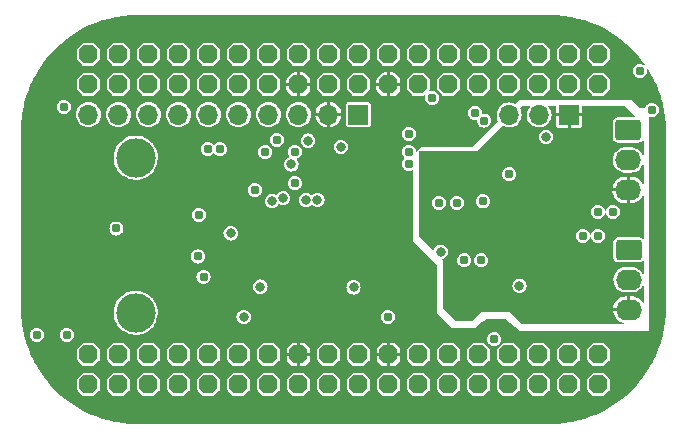
<source format=gbr>
%TF.GenerationSoftware,KiCad,Pcbnew,(6.0.0-rc1-458-g78ff9a857a)*%
%TF.CreationDate,2022-03-27T00:09:44+00:00*%
%TF.ProjectId,belamini_cape_C1,62656c61-6d69-46e6-995f-636170655f43,rev?*%
%TF.SameCoordinates,Original*%
%TF.FileFunction,Copper,L3,Inr*%
%TF.FilePolarity,Positive*%
%FSLAX46Y46*%
G04 Gerber Fmt 4.6, Leading zero omitted, Abs format (unit mm)*
G04 Created by KiCad (PCBNEW (6.0.0-rc1-458-g78ff9a857a)) date 2022-03-27 00:09:44*
%MOMM*%
%LPD*%
G01*
G04 APERTURE LIST*
G04 Aperture macros list*
%AMRoundRect*
0 Rectangle with rounded corners*
0 $1 Rounding radius*
0 $2 $3 $4 $5 $6 $7 $8 $9 X,Y pos of 4 corners*
0 Add a 4 corners polygon primitive as box body*
4,1,4,$2,$3,$4,$5,$6,$7,$8,$9,$2,$3,0*
0 Add four circle primitives for the rounded corners*
1,1,$1+$1,$2,$3*
1,1,$1+$1,$4,$5*
1,1,$1+$1,$6,$7*
1,1,$1+$1,$8,$9*
0 Add four rect primitives between the rounded corners*
20,1,$1+$1,$2,$3,$4,$5,0*
20,1,$1+$1,$4,$5,$6,$7,0*
20,1,$1+$1,$6,$7,$8,$9,0*
20,1,$1+$1,$8,$9,$2,$3,0*%
%AMOutline5P*
0 Free polygon, 5 corners , with rotation*
0 The origin of the aperture is its center*
0 number of corners: always 5*
0 $1 to $10 corner X, Y*
0 $11 Rotation angle, in degrees counterclockwise*
0 create outline with 5 corners*
4,1,5,$1,$2,$3,$4,$5,$6,$7,$8,$9,$10,$1,$2,$11*%
%AMOutline6P*
0 Free polygon, 6 corners , with rotation*
0 The origin of the aperture is its center*
0 number of corners: always 6*
0 $1 to $12 corner X, Y*
0 $13 Rotation angle, in degrees counterclockwise*
0 create outline with 6 corners*
4,1,6,$1,$2,$3,$4,$5,$6,$7,$8,$9,$10,$11,$12,$1,$2,$13*%
%AMOutline7P*
0 Free polygon, 7 corners , with rotation*
0 The origin of the aperture is its center*
0 number of corners: always 7*
0 $1 to $14 corner X, Y*
0 $15 Rotation angle, in degrees counterclockwise*
0 create outline with 7 corners*
4,1,7,$1,$2,$3,$4,$5,$6,$7,$8,$9,$10,$11,$12,$13,$14,$1,$2,$15*%
%AMOutline8P*
0 Free polygon, 8 corners , with rotation*
0 The origin of the aperture is its center*
0 number of corners: always 8*
0 $1 to $16 corner X, Y*
0 $17 Rotation angle, in degrees counterclockwise*
0 create outline with 8 corners*
4,1,8,$1,$2,$3,$4,$5,$6,$7,$8,$9,$10,$11,$12,$13,$14,$15,$16,$1,$2,$17*%
G04 Aperture macros list end*
%TA.AperFunction,ComponentPad*%
%ADD10RoundRect,0.250000X-0.845000X0.620000X-0.845000X-0.620000X0.845000X-0.620000X0.845000X0.620000X0*%
%TD*%
%TA.AperFunction,ComponentPad*%
%ADD11O,2.190000X1.740000*%
%TD*%
%TA.AperFunction,ComponentPad*%
%ADD12Outline8P,-0.760000X0.380000X-0.380000X0.760000X0.380000X0.760000X0.760000X0.380000X0.760000X-0.380000X0.380000X-0.760000X-0.380000X-0.760000X-0.760000X-0.380000X90.000000*%
%TD*%
%TA.AperFunction,ComponentPad*%
%ADD13R,1.700000X1.700000*%
%TD*%
%TA.AperFunction,ComponentPad*%
%ADD14O,1.700000X1.700000*%
%TD*%
%TA.AperFunction,ComponentPad*%
%ADD15C,3.327400*%
%TD*%
%TA.AperFunction,ViaPad*%
%ADD16C,0.787400*%
%TD*%
%TA.AperFunction,ViaPad*%
%ADD17C,0.800000*%
%TD*%
G04 APERTURE END LIST*
D10*
%TO.N,/belamini_cape_C1_2/INR*%
%TO.C,J3*%
X172655000Y-107560000D03*
D11*
%TO.N,/belamini_cape_C1_2/INL*%
X172655000Y-110100000D03*
%TO.N,GND*%
X172655000Y-112640000D03*
%TD*%
D12*
%TO.N,unconnected-(P2-Pad1)*%
%TO.C,P2*%
X126900000Y-93560000D03*
%TO.N,unconnected-(P2-Pad2)*%
X126900000Y-91020000D03*
%TO.N,unconnected-(P2-Pad3)*%
X129440000Y-93560000D03*
%TO.N,unconnected-(P2-Pad4)*%
X129440000Y-91020000D03*
%TO.N,unconnected-(P2-Pad5)*%
X131980000Y-93560000D03*
%TO.N,unconnected-(P2-Pad6)*%
X131980000Y-91020000D03*
%TO.N,unconnected-(P2-Pad7)*%
X134520000Y-93560000D03*
%TO.N,unconnected-(P2-Pad8)*%
X134520000Y-91020000D03*
%TO.N,unconnected-(P2-Pad9)*%
X137060000Y-93560000D03*
%TO.N,unconnected-(P2-Pad10)*%
X137060000Y-91020000D03*
%TO.N,unconnected-(P2-Pad11)*%
X139600000Y-93560000D03*
%TO.N,unconnected-(P2-Pad12)*%
X139600000Y-91020000D03*
%TO.N,unconnected-(P2-Pad13)*%
X142140000Y-93560000D03*
%TO.N,unconnected-(P2-Pad14)*%
X142140000Y-91020000D03*
%TO.N,GND*%
X144680000Y-93560000D03*
%TO.N,unconnected-(P2-Pad16)*%
X144680000Y-91020000D03*
%TO.N,unconnected-(P2-Pad17)*%
X147220000Y-93560000D03*
%TO.N,unconnected-(P2-Pad18)*%
X147220000Y-91020000D03*
%TO.N,unconnected-(P2-Pad19)*%
X149760000Y-93560000D03*
%TO.N,unconnected-(P2-Pad20)*%
X149760000Y-91020000D03*
%TO.N,GND*%
X152300000Y-93560000D03*
%TO.N,unconnected-(P2-Pad22)*%
X152300000Y-91020000D03*
%TO.N,unconnected-(P2-Pad23)*%
X154840000Y-93560000D03*
%TO.N,unconnected-(P2-Pad24)*%
X154840000Y-91020000D03*
%TO.N,unconnected-(P2-Pad25)*%
X157380000Y-93560000D03*
%TO.N,/belamini_cape_C1_2/RESETN*%
X157380000Y-91020000D03*
%TO.N,unconnected-(P2-Pad27)*%
X159920000Y-93560000D03*
%TO.N,unconnected-(P2-Pad28)*%
X159920000Y-91020000D03*
%TO.N,unconnected-(P2-Pad29)*%
X162460000Y-93560000D03*
%TO.N,/belamini_cape_C1_2/AUD_DOUT*%
X162460000Y-91020000D03*
%TO.N,unconnected-(P2-Pad31)*%
X165000000Y-93560000D03*
%TO.N,/belamini_cape_C1_2/AUD_DIN*%
X165000000Y-91020000D03*
%TO.N,unconnected-(P2-Pad33)*%
X167540000Y-93560000D03*
%TO.N,/belamini_cape_C1_2/SHUTDOWN_REQ{slash}*%
X167540000Y-91020000D03*
%TO.N,unconnected-(P2-Pad35)*%
X170080000Y-93560000D03*
%TO.N,unconnected-(P2-Pad36)*%
X170080000Y-91020000D03*
%TD*%
D13*
%TO.N,GND*%
%TO.C,J2*%
X167600000Y-96150000D03*
D14*
%TO.N,/belamini_cape_C1_2/LEFT_LOP*%
X165060000Y-96150000D03*
%TO.N,/belamini_cape_C1_2/RIGHT_LOP*%
X162520000Y-96150000D03*
%TD*%
D15*
%TO.N,/belamini_cape_C1_2/USBGND*%
%TO.C,J5*%
X130907100Y-112893150D03*
%TO.N,N/C*%
X130907100Y-99761350D03*
%TD*%
D13*
%TO.N,/belamini_cape_C1_1/REFP*%
%TO.C,J1*%
X149766100Y-96113600D03*
D14*
%TO.N,GND*%
X147226100Y-96113600D03*
%TO.N,Net-(IC2-Pad12)*%
X144686100Y-96113600D03*
%TO.N,Net-(IC2-Pad9)*%
X142146100Y-96113600D03*
%TO.N,Net-(IC2-Pad4)*%
X139606100Y-96113600D03*
%TO.N,Net-(IC2-Pad1)*%
X137066100Y-96113600D03*
%TO.N,Net-(IC1-Pad4)*%
X134526100Y-96113600D03*
%TO.N,Net-(IC1-Pad1)*%
X131986100Y-96113600D03*
%TO.N,Net-(IC1-Pad12)*%
X129446100Y-96113600D03*
%TO.N,Net-(IC1-Pad9)*%
X126906100Y-96113600D03*
%TD*%
D12*
%TO.N,unconnected-(P1-Pad1)*%
%TO.C,P1*%
X126910000Y-118970000D03*
%TO.N,Net-(P1-Pad2)*%
X126910000Y-116430000D03*
%TO.N,unconnected-(P1-Pad3)*%
X129450000Y-118970000D03*
%TO.N,Net-(P1-Pad4)*%
X129450000Y-116430000D03*
%TO.N,/belamini_cape_C1_2/USB_VBUS*%
X131990000Y-118970000D03*
%TO.N,SPI_ADC_CNV*%
X131990000Y-116430000D03*
%TO.N,/belamini_cape_C1_2/USB_VBUS*%
X134530000Y-118970000D03*
%TO.N,SPI_SCK*%
X134530000Y-116430000D03*
%TO.N,/belamini_cape_C1_2/USB_DM*%
X137070000Y-118970000D03*
%TO.N,SPI_MISO*%
X137070000Y-116430000D03*
%TO.N,/belamini_cape_C1_2/USB_DP*%
X139610000Y-118970000D03*
%TO.N,SPI_MOSI*%
X139610000Y-116430000D03*
%TO.N,/belamini_cape_C1_2/USBGND*%
X142150000Y-118970000D03*
%TO.N,+3V3*%
X142150000Y-116430000D03*
%TO.N,/belamini_cape_C1_2/USBGND*%
X144690000Y-118970000D03*
%TO.N,GND*%
X144690000Y-116430000D03*
%TO.N,unconnected-(P1-Pad17)*%
X147230000Y-118970000D03*
%TO.N,unconnected-(P1-Pad18)*%
X147230000Y-116430000D03*
%TO.N,unconnected-(P1-Pad19)*%
X149770000Y-118970000D03*
%TO.N,unconnected-(P1-Pad20)*%
X149770000Y-116430000D03*
%TO.N,unconnected-(P1-Pad21)*%
X152310000Y-118970000D03*
%TO.N,GND*%
X152310000Y-116430000D03*
%TO.N,unconnected-(P1-Pad23)*%
X154850000Y-118970000D03*
%TO.N,+5V*%
X154850000Y-116430000D03*
%TO.N,unconnected-(P1-Pad25)*%
X157390000Y-118970000D03*
%TO.N,/belamini_cape_C1_2/SDA*%
X157390000Y-116430000D03*
%TO.N,unconnected-(P1-Pad27)*%
X159930000Y-118970000D03*
%TO.N,/belamini_cape_C1_2/SCL*%
X159930000Y-116430000D03*
%TO.N,/belamini_cape_C1_2/AUD_MCLK*%
X162470000Y-118970000D03*
%TO.N,unconnected-(P1-Pad30)*%
X162470000Y-116430000D03*
%TO.N,unconnected-(P1-Pad31)*%
X165010000Y-118970000D03*
%TO.N,unconnected-(P1-Pad32)*%
X165010000Y-116430000D03*
%TO.N,/belamini_cape_C1_2/AUD_WCLK*%
X167550000Y-118970000D03*
%TO.N,unconnected-(P1-Pad34)*%
X167550000Y-116430000D03*
%TO.N,unconnected-(P1-Pad35)*%
X170090000Y-118970000D03*
%TO.N,/belamini_cape_C1_2/AUD_BCLK*%
X170090000Y-116430000D03*
%TD*%
D10*
%TO.N,/belamini_cape_C1_2/HPR*%
%TO.C,J4*%
X172605000Y-97410000D03*
D11*
%TO.N,/belamini_cape_C1_2/HPL*%
X172605000Y-99950000D03*
%TO.N,GND*%
X172605000Y-102490000D03*
%TD*%
D16*
%TO.N,/belamini_cape_C1_2/AUD_HPLOUT*%
X158085100Y-103580600D03*
X160150000Y-108457400D03*
%TO.N,/belamini_cape_C1_2/AUD_HPROUT*%
X156561100Y-103580600D03*
X158720100Y-108457400D03*
D17*
%TO.N,+3V3*%
X163400000Y-110600000D03*
D16*
X162530100Y-101167600D03*
X160303028Y-103464522D03*
X152243100Y-113232600D03*
D17*
X165650000Y-98000000D03*
X156729850Y-107729850D03*
X140050000Y-113250000D03*
D16*
%TO.N,GND*%
X157323100Y-102818600D03*
D17*
X145150000Y-108550000D03*
D16*
X143169373Y-101844757D03*
X167737100Y-110438600D03*
X168245100Y-103834600D03*
D17*
X142202320Y-112747680D03*
X148150000Y-109500000D03*
D16*
X137066600Y-100469100D03*
X155418100Y-112597600D03*
X160117100Y-102310600D03*
D17*
X148250000Y-102950000D03*
X138182129Y-108172129D03*
D16*
X166199015Y-107503516D03*
X164244600Y-99389600D03*
D17*
X139106355Y-104542855D03*
D16*
X160561600Y-106462600D03*
D17*
X142500000Y-106400000D03*
D16*
X149465100Y-99958560D03*
D17*
%TO.N,/belamini_cape_C1_1/REFP*%
X138950000Y-106175000D03*
D16*
%TO.N,/belamini_cape_C1_2/AUD_MCLK*%
X161260100Y-115137600D03*
%TO.N,/belamini_cape_C1_2/SCL*%
X173579100Y-92404600D03*
X159634500Y-95960600D03*
%TO.N,/belamini_cape_C1_2/SDA*%
X174595100Y-95706600D03*
X160371100Y-96621000D03*
%TO.N,/belamini_cape_C1_2/LEFT_LOP*%
X154021100Y-100278600D03*
%TO.N,/belamini_cape_C1_2/RIGHT_LOP*%
X154021100Y-99262600D03*
%TO.N,/belamini_cape_C1_2/RESETN*%
X154021100Y-97738600D03*
X156002300Y-94690600D03*
%TO.N,/belamini_cape_C1_2/USB_DM*%
X136241100Y-104596600D03*
%TO.N,/belamini_cape_C1_2/USBGND*%
X136654000Y-109854839D03*
%TO.N,/belamini_cape_C1_2/USB_DP*%
X136154069Y-108126784D03*
%TO.N,/belamini_cape_C1_2/USB_VBUS*%
X129272075Y-105760200D03*
D17*
%TO.N,/belamini_cape_C1_1/5V_ANALOG*%
X141462500Y-110687500D03*
X149350000Y-110750000D03*
X144092830Y-100332170D03*
D16*
%TO.N,/belamini_cape_C1_2/HPR*%
X170023100Y-106374600D03*
X171293100Y-104342600D03*
%TO.N,/belamini_cape_C1_2/HPL*%
X168753100Y-106374600D03*
X170023100Y-104342600D03*
%TO.N,Net-(D5-Pad1)*%
X122525100Y-114756600D03*
%TO.N,Net-(D5-Pad2)*%
X125065100Y-114756600D03*
%TO.N,Net-(R3-Pad1)*%
X124811100Y-95452600D03*
%TO.N,Net-(IC1-Pad4)*%
X141000000Y-102500000D03*
X141873515Y-99284900D03*
D17*
%TO.N,Net-(IC1-Pad13)*%
X142450002Y-103449996D03*
D16*
X138019100Y-99059400D03*
D17*
%TO.N,Net-(IC1-Pad15)*%
X143393790Y-103196258D03*
D16*
X137003100Y-99008600D03*
%TO.N,Net-(IC2-Pad1)*%
X144369100Y-101929600D03*
X142845100Y-98246600D03*
%TO.N,Net-(IC2-Pad4)*%
X144369100Y-99262600D03*
D17*
%TO.N,Net-(IC2-Pad5)*%
X145500000Y-98325000D03*
X145322699Y-103351866D03*
%TO.N,Net-(IC2-Pad7)*%
X148275000Y-98850000D03*
X146300000Y-103350000D03*
%TD*%
%TA.AperFunction,Conductor*%
%TO.N,GND*%
G36*
X175512819Y-95157622D02*
G01*
X175513537Y-95160536D01*
X175539295Y-95280529D01*
X175637113Y-95736210D01*
X175637655Y-95739169D01*
X175726245Y-96321248D01*
X175726604Y-96324200D01*
X175728063Y-96340255D01*
X175779891Y-96910596D01*
X175780072Y-96913599D01*
X175797089Y-97476777D01*
X175795846Y-97489440D01*
X175792674Y-97503236D01*
X175793912Y-97508705D01*
X175796672Y-97520904D01*
X175797900Y-97531895D01*
X175797900Y-112474859D01*
X175796633Y-112486019D01*
X175792674Y-112503236D01*
X175793912Y-112508706D01*
X175795898Y-112517483D01*
X175797103Y-112529978D01*
X175780072Y-113093601D01*
X175779891Y-113096597D01*
X175726604Y-113683000D01*
X175726245Y-113685952D01*
X175648732Y-114195249D01*
X175637655Y-114268031D01*
X175637113Y-114270990D01*
X175566487Y-114600000D01*
X174400000Y-114600000D01*
X174400000Y-96340255D01*
X174414586Y-96305041D01*
X174449800Y-96290455D01*
X174456296Y-96290881D01*
X174595100Y-96309155D01*
X174751053Y-96288623D01*
X174896378Y-96228428D01*
X175021171Y-96132671D01*
X175116928Y-96007877D01*
X175177123Y-95862553D01*
X175197655Y-95706600D01*
X175177123Y-95550647D01*
X175116928Y-95405323D01*
X175021171Y-95280529D01*
X174896378Y-95184772D01*
X174751053Y-95124577D01*
X174595100Y-95104045D01*
X174439147Y-95124577D01*
X174436133Y-95125825D01*
X174436127Y-95125827D01*
X174400000Y-95140791D01*
X174400000Y-94800000D01*
X175413124Y-94800000D01*
X175512819Y-95157622D01*
G37*
%TD.AperFunction*%
%TD*%
%TA.AperFunction,Conductor*%
%TO.N,GND*%
G36*
X165983520Y-87708067D02*
G01*
X165995269Y-87710769D01*
X165995270Y-87710769D01*
X166000736Y-87712026D01*
X166014984Y-87708802D01*
X166027477Y-87707597D01*
X166591108Y-87724628D01*
X166594097Y-87724809D01*
X167180500Y-87778096D01*
X167183452Y-87778455D01*
X167692749Y-87855968D01*
X167765531Y-87867045D01*
X167768490Y-87867587D01*
X168344164Y-87991163D01*
X168347071Y-87991879D01*
X168914229Y-88149986D01*
X168917101Y-88150881D01*
X169473673Y-88342943D01*
X169476486Y-88344010D01*
X170020445Y-88569324D01*
X170023168Y-88570550D01*
X170552552Y-88828307D01*
X170555202Y-88829698D01*
X171068065Y-89118954D01*
X171070622Y-89120501D01*
X171565071Y-89440185D01*
X171567511Y-89441870D01*
X171919826Y-89701108D01*
X172041758Y-89790828D01*
X172044126Y-89792683D01*
X172414931Y-90101710D01*
X172496432Y-90169633D01*
X172498683Y-90171628D01*
X172927388Y-90575185D01*
X172929515Y-90577312D01*
X173333072Y-91006017D01*
X173335067Y-91008268D01*
X173712017Y-91460574D01*
X173713872Y-91462942D01*
X173999487Y-91851103D01*
X174008609Y-91888111D01*
X173988891Y-91920729D01*
X173951883Y-91929851D01*
X173929060Y-91920127D01*
X173882971Y-91884762D01*
X173880378Y-91882772D01*
X173735053Y-91822577D01*
X173579100Y-91802045D01*
X173423147Y-91822577D01*
X173277823Y-91882772D01*
X173153029Y-91978529D01*
X173057272Y-92103323D01*
X172997077Y-92248647D01*
X172976545Y-92404600D01*
X172997077Y-92560553D01*
X173057272Y-92705877D01*
X173153029Y-92830671D01*
X173277822Y-92926428D01*
X173423147Y-92986623D01*
X173579100Y-93007155D01*
X173735053Y-92986623D01*
X173880378Y-92926428D01*
X174005171Y-92830671D01*
X174100928Y-92705877D01*
X174161123Y-92560553D01*
X174181655Y-92404600D01*
X174163601Y-92267470D01*
X174173466Y-92230655D01*
X174206475Y-92211597D01*
X174243291Y-92221462D01*
X174254795Y-92233932D01*
X174384194Y-92434070D01*
X174385746Y-92436635D01*
X174567996Y-92759772D01*
X174674998Y-92949491D01*
X174676393Y-92952148D01*
X174909303Y-93430499D01*
X174934146Y-93481522D01*
X174935376Y-93484255D01*
X175100890Y-93883844D01*
X175160690Y-94028214D01*
X175161757Y-94031027D01*
X175344053Y-94559297D01*
X175353819Y-94587599D01*
X175354713Y-94590469D01*
X175413124Y-94800000D01*
X174400000Y-94800000D01*
X174400000Y-95140792D01*
X174293823Y-95184772D01*
X174253329Y-95215844D01*
X174179862Y-95272217D01*
X174169029Y-95280529D01*
X174167040Y-95283121D01*
X174145255Y-95311512D01*
X174073272Y-95405323D01*
X174072023Y-95408339D01*
X174072021Y-95408342D01*
X174023096Y-95526458D01*
X173996145Y-95553409D01*
X173977087Y-95557200D01*
X173558144Y-95557200D01*
X173522930Y-95542614D01*
X172902516Y-94922200D01*
X163334684Y-94922200D01*
X163055626Y-95201258D01*
X163020412Y-95215844D01*
X162996730Y-95209851D01*
X162930301Y-95173933D01*
X162927974Y-95173213D01*
X162927970Y-95173211D01*
X162735227Y-95113548D01*
X162732901Y-95112828D01*
X162730481Y-95112574D01*
X162730478Y-95112573D01*
X162529818Y-95091483D01*
X162527392Y-95091228D01*
X162524964Y-95091449D01*
X162524963Y-95091449D01*
X162324025Y-95109735D01*
X162324021Y-95109736D01*
X162321601Y-95109956D01*
X162227903Y-95137533D01*
X162125700Y-95167613D01*
X162125697Y-95167614D01*
X162123367Y-95168300D01*
X161940241Y-95264036D01*
X161938348Y-95265558D01*
X161938345Y-95265560D01*
X161899681Y-95296647D01*
X161779198Y-95393518D01*
X161646371Y-95551814D01*
X161645195Y-95553952D01*
X161645195Y-95553953D01*
X161565557Y-95698815D01*
X161546821Y-95732895D01*
X161546085Y-95735215D01*
X161485076Y-95927539D01*
X161485075Y-95927544D01*
X161484339Y-95929864D01*
X161484068Y-95932283D01*
X161484067Y-95932286D01*
X161461576Y-96132800D01*
X161461305Y-96135217D01*
X161465029Y-96179563D01*
X161477176Y-96324217D01*
X161478596Y-96341133D01*
X161535555Y-96539770D01*
X161536667Y-96541933D01*
X161536667Y-96541934D01*
X161580589Y-96627397D01*
X161583712Y-96665384D01*
X161571510Y-96685374D01*
X159412270Y-98844614D01*
X159377056Y-98859200D01*
X155079684Y-98859200D01*
X154701184Y-99237700D01*
X154665970Y-99252286D01*
X154630756Y-99237700D01*
X154616596Y-99208986D01*
X154613377Y-99184529D01*
X154603123Y-99106647D01*
X154542928Y-98961323D01*
X154462756Y-98856840D01*
X154449160Y-98839121D01*
X154447171Y-98836529D01*
X154322378Y-98740772D01*
X154182350Y-98682771D01*
X154180071Y-98681827D01*
X154180070Y-98681827D01*
X154177053Y-98680577D01*
X154021100Y-98660045D01*
X153865147Y-98680577D01*
X153719823Y-98740772D01*
X153595029Y-98836529D01*
X153593040Y-98839121D01*
X153579444Y-98856840D01*
X153499272Y-98961323D01*
X153439077Y-99106647D01*
X153418545Y-99262600D01*
X153439077Y-99418553D01*
X153499272Y-99563877D01*
X153595029Y-99688671D01*
X153597621Y-99690660D01*
X153650312Y-99731091D01*
X153669370Y-99764100D01*
X153659505Y-99800916D01*
X153650313Y-99810108D01*
X153595029Y-99852529D01*
X153499272Y-99977323D01*
X153439077Y-100122647D01*
X153418545Y-100278600D01*
X153439077Y-100434553D01*
X153499272Y-100579877D01*
X153595029Y-100704671D01*
X153597621Y-100706660D01*
X153609548Y-100715812D01*
X153719822Y-100800428D01*
X153865147Y-100860623D01*
X154021100Y-100881155D01*
X154177053Y-100860623D01*
X154308344Y-100806241D01*
X154346458Y-100806241D01*
X154373409Y-100833192D01*
X154377200Y-100852250D01*
X154377200Y-106843516D01*
X156394614Y-108860930D01*
X156409200Y-108896144D01*
X156409200Y-112939516D01*
X157619684Y-114150000D01*
X157629527Y-114150049D01*
X158317966Y-114153473D01*
X159630000Y-114160000D01*
X160258220Y-113682553D01*
X160616499Y-113410261D01*
X160646957Y-113400111D01*
X161317207Y-113404492D01*
X162142132Y-113409883D01*
X162173717Y-113421449D01*
X163409309Y-114452730D01*
X163430000Y-114470000D01*
X163438741Y-114470005D01*
X163438742Y-114470005D01*
X174390093Y-114475930D01*
X174390094Y-114475930D01*
X174400000Y-114475935D01*
X174400000Y-114600000D01*
X175566487Y-114600000D01*
X175531454Y-114763200D01*
X175513539Y-114846657D01*
X175512821Y-114849571D01*
X175389954Y-115290316D01*
X175354714Y-115416729D01*
X175353819Y-115419600D01*
X175349988Y-115430703D01*
X175161757Y-115976173D01*
X175160690Y-115978986D01*
X175027516Y-116300499D01*
X174935380Y-116522935D01*
X174934150Y-116525668D01*
X174716311Y-116973067D01*
X174676396Y-117055045D01*
X174675002Y-117057702D01*
X174457854Y-117442715D01*
X174385751Y-117570556D01*
X174384199Y-117573122D01*
X174064515Y-118067571D01*
X174062830Y-118070011D01*
X173891891Y-118302324D01*
X173713872Y-118544258D01*
X173712017Y-118546626D01*
X173335067Y-118998932D01*
X173333072Y-119001183D01*
X172929515Y-119429888D01*
X172927388Y-119432015D01*
X172498683Y-119835572D01*
X172496437Y-119837563D01*
X172381081Y-119933700D01*
X172044126Y-120214517D01*
X172041758Y-120216372D01*
X171567511Y-120565330D01*
X171565071Y-120567015D01*
X171070622Y-120886699D01*
X171068065Y-120888246D01*
X171039242Y-120904502D01*
X170555209Y-121177498D01*
X170552552Y-121178893D01*
X170023168Y-121436650D01*
X170020445Y-121437876D01*
X169768561Y-121542209D01*
X169476486Y-121663190D01*
X169473673Y-121664257D01*
X168917101Y-121856319D01*
X168914231Y-121857213D01*
X168347071Y-122015321D01*
X168344164Y-122016037D01*
X167929397Y-122105072D01*
X167768490Y-122139613D01*
X167765531Y-122140155D01*
X167692749Y-122151232D01*
X167183452Y-122228745D01*
X167180500Y-122229104D01*
X166594097Y-122282391D01*
X166591108Y-122282572D01*
X166287689Y-122291740D01*
X166027923Y-122299589D01*
X166015260Y-122298346D01*
X166006928Y-122296430D01*
X166006926Y-122296430D01*
X166001464Y-122295174D01*
X165983968Y-122299133D01*
X165983796Y-122299172D01*
X165972805Y-122300400D01*
X131029841Y-122300400D01*
X131018680Y-122299133D01*
X131006931Y-122296431D01*
X131006930Y-122296431D01*
X131001464Y-122295174D01*
X130987216Y-122298398D01*
X130974723Y-122299603D01*
X130411092Y-122282572D01*
X130408103Y-122282391D01*
X129821700Y-122229104D01*
X129818748Y-122228745D01*
X129309451Y-122151232D01*
X129236669Y-122140155D01*
X129233710Y-122139613D01*
X129072803Y-122105072D01*
X128658036Y-122016037D01*
X128655129Y-122015321D01*
X128087969Y-121857213D01*
X128085099Y-121856319D01*
X127528527Y-121664257D01*
X127525714Y-121663190D01*
X127233639Y-121542209D01*
X126981755Y-121437876D01*
X126979032Y-121436650D01*
X126449648Y-121178893D01*
X126446991Y-121177498D01*
X125962958Y-120904502D01*
X125934135Y-120888246D01*
X125931578Y-120886699D01*
X125437129Y-120567015D01*
X125434689Y-120565330D01*
X124960442Y-120216372D01*
X124958074Y-120214517D01*
X124621119Y-119933700D01*
X124505763Y-119837563D01*
X124503517Y-119835572D01*
X124074812Y-119432015D01*
X124072685Y-119429888D01*
X124016457Y-119370156D01*
X125946300Y-119370156D01*
X125958257Y-119429815D01*
X125960980Y-119433882D01*
X125990355Y-119477763D01*
X125990359Y-119477768D01*
X125991710Y-119479786D01*
X126400216Y-119888290D01*
X126450855Y-119922020D01*
X126488825Y-119929538D01*
X126507454Y-119933227D01*
X126507456Y-119933227D01*
X126509844Y-119933700D01*
X127310156Y-119933700D01*
X127369815Y-119921743D01*
X127388531Y-119909214D01*
X127417763Y-119889645D01*
X127417768Y-119889641D01*
X127419786Y-119888290D01*
X127828290Y-119479784D01*
X127862020Y-119429145D01*
X127873700Y-119370156D01*
X128486300Y-119370156D01*
X128498257Y-119429815D01*
X128500980Y-119433882D01*
X128530355Y-119477763D01*
X128530359Y-119477768D01*
X128531710Y-119479786D01*
X128940216Y-119888290D01*
X128990855Y-119922020D01*
X129028825Y-119929538D01*
X129047454Y-119933227D01*
X129047456Y-119933227D01*
X129049844Y-119933700D01*
X129850156Y-119933700D01*
X129909815Y-119921743D01*
X129928531Y-119909214D01*
X129957763Y-119889645D01*
X129957768Y-119889641D01*
X129959786Y-119888290D01*
X130368290Y-119479784D01*
X130402020Y-119429145D01*
X130413700Y-119370156D01*
X131026300Y-119370156D01*
X131038257Y-119429815D01*
X131040980Y-119433882D01*
X131070355Y-119477763D01*
X131070359Y-119477768D01*
X131071710Y-119479786D01*
X131480216Y-119888290D01*
X131530855Y-119922020D01*
X131568825Y-119929538D01*
X131587454Y-119933227D01*
X131587456Y-119933227D01*
X131589844Y-119933700D01*
X132390156Y-119933700D01*
X132449815Y-119921743D01*
X132468531Y-119909214D01*
X132497763Y-119889645D01*
X132497768Y-119889641D01*
X132499786Y-119888290D01*
X132908290Y-119479784D01*
X132942020Y-119429145D01*
X132953700Y-119370156D01*
X133566300Y-119370156D01*
X133578257Y-119429815D01*
X133580980Y-119433882D01*
X133610355Y-119477763D01*
X133610359Y-119477768D01*
X133611710Y-119479786D01*
X134020216Y-119888290D01*
X134070855Y-119922020D01*
X134108825Y-119929538D01*
X134127454Y-119933227D01*
X134127456Y-119933227D01*
X134129844Y-119933700D01*
X134930156Y-119933700D01*
X134989815Y-119921743D01*
X135008531Y-119909214D01*
X135037763Y-119889645D01*
X135037768Y-119889641D01*
X135039786Y-119888290D01*
X135448290Y-119479784D01*
X135482020Y-119429145D01*
X135493700Y-119370156D01*
X136106300Y-119370156D01*
X136118257Y-119429815D01*
X136120980Y-119433882D01*
X136150355Y-119477763D01*
X136150359Y-119477768D01*
X136151710Y-119479786D01*
X136560216Y-119888290D01*
X136610855Y-119922020D01*
X136648825Y-119929538D01*
X136667454Y-119933227D01*
X136667456Y-119933227D01*
X136669844Y-119933700D01*
X137470156Y-119933700D01*
X137529815Y-119921743D01*
X137548531Y-119909214D01*
X137577763Y-119889645D01*
X137577768Y-119889641D01*
X137579786Y-119888290D01*
X137988290Y-119479784D01*
X138022020Y-119429145D01*
X138033700Y-119370156D01*
X138646300Y-119370156D01*
X138658257Y-119429815D01*
X138660980Y-119433882D01*
X138690355Y-119477763D01*
X138690359Y-119477768D01*
X138691710Y-119479786D01*
X139100216Y-119888290D01*
X139150855Y-119922020D01*
X139188825Y-119929538D01*
X139207454Y-119933227D01*
X139207456Y-119933227D01*
X139209844Y-119933700D01*
X140010156Y-119933700D01*
X140069815Y-119921743D01*
X140088531Y-119909214D01*
X140117763Y-119889645D01*
X140117768Y-119889641D01*
X140119786Y-119888290D01*
X140528290Y-119479784D01*
X140562020Y-119429145D01*
X140573700Y-119370156D01*
X141186300Y-119370156D01*
X141198257Y-119429815D01*
X141200980Y-119433882D01*
X141230355Y-119477763D01*
X141230359Y-119477768D01*
X141231710Y-119479786D01*
X141640216Y-119888290D01*
X141690855Y-119922020D01*
X141728825Y-119929538D01*
X141747454Y-119933227D01*
X141747456Y-119933227D01*
X141749844Y-119933700D01*
X142550156Y-119933700D01*
X142609815Y-119921743D01*
X142628531Y-119909214D01*
X142657763Y-119889645D01*
X142657768Y-119889641D01*
X142659786Y-119888290D01*
X143068290Y-119479784D01*
X143102020Y-119429145D01*
X143113700Y-119370156D01*
X143726300Y-119370156D01*
X143738257Y-119429815D01*
X143740980Y-119433882D01*
X143770355Y-119477763D01*
X143770359Y-119477768D01*
X143771710Y-119479786D01*
X144180216Y-119888290D01*
X144230855Y-119922020D01*
X144268825Y-119929538D01*
X144287454Y-119933227D01*
X144287456Y-119933227D01*
X144289844Y-119933700D01*
X145090156Y-119933700D01*
X145149815Y-119921743D01*
X145168531Y-119909214D01*
X145197763Y-119889645D01*
X145197768Y-119889641D01*
X145199786Y-119888290D01*
X145608290Y-119479784D01*
X145642020Y-119429145D01*
X145653700Y-119370156D01*
X146266300Y-119370156D01*
X146278257Y-119429815D01*
X146280980Y-119433882D01*
X146310355Y-119477763D01*
X146310359Y-119477768D01*
X146311710Y-119479786D01*
X146720216Y-119888290D01*
X146770855Y-119922020D01*
X146808825Y-119929538D01*
X146827454Y-119933227D01*
X146827456Y-119933227D01*
X146829844Y-119933700D01*
X147630156Y-119933700D01*
X147689815Y-119921743D01*
X147708531Y-119909214D01*
X147737763Y-119889645D01*
X147737768Y-119889641D01*
X147739786Y-119888290D01*
X148148290Y-119479784D01*
X148182020Y-119429145D01*
X148193700Y-119370156D01*
X148806300Y-119370156D01*
X148818257Y-119429815D01*
X148820980Y-119433882D01*
X148850355Y-119477763D01*
X148850359Y-119477768D01*
X148851710Y-119479786D01*
X149260216Y-119888290D01*
X149310855Y-119922020D01*
X149348825Y-119929538D01*
X149367454Y-119933227D01*
X149367456Y-119933227D01*
X149369844Y-119933700D01*
X150170156Y-119933700D01*
X150229815Y-119921743D01*
X150248531Y-119909214D01*
X150277763Y-119889645D01*
X150277768Y-119889641D01*
X150279786Y-119888290D01*
X150688290Y-119479784D01*
X150722020Y-119429145D01*
X150733700Y-119370156D01*
X151346300Y-119370156D01*
X151358257Y-119429815D01*
X151360980Y-119433882D01*
X151390355Y-119477763D01*
X151390359Y-119477768D01*
X151391710Y-119479786D01*
X151800216Y-119888290D01*
X151850855Y-119922020D01*
X151888825Y-119929538D01*
X151907454Y-119933227D01*
X151907456Y-119933227D01*
X151909844Y-119933700D01*
X152710156Y-119933700D01*
X152769815Y-119921743D01*
X152788531Y-119909214D01*
X152817763Y-119889645D01*
X152817768Y-119889641D01*
X152819786Y-119888290D01*
X153228290Y-119479784D01*
X153262020Y-119429145D01*
X153273700Y-119370156D01*
X153886300Y-119370156D01*
X153898257Y-119429815D01*
X153900980Y-119433882D01*
X153930355Y-119477763D01*
X153930359Y-119477768D01*
X153931710Y-119479786D01*
X154340216Y-119888290D01*
X154390855Y-119922020D01*
X154428825Y-119929538D01*
X154447454Y-119933227D01*
X154447456Y-119933227D01*
X154449844Y-119933700D01*
X155250156Y-119933700D01*
X155309815Y-119921743D01*
X155328531Y-119909214D01*
X155357763Y-119889645D01*
X155357768Y-119889641D01*
X155359786Y-119888290D01*
X155768290Y-119479784D01*
X155802020Y-119429145D01*
X155813700Y-119370156D01*
X156426300Y-119370156D01*
X156438257Y-119429815D01*
X156440980Y-119433882D01*
X156470355Y-119477763D01*
X156470359Y-119477768D01*
X156471710Y-119479786D01*
X156880216Y-119888290D01*
X156930855Y-119922020D01*
X156968825Y-119929538D01*
X156987454Y-119933227D01*
X156987456Y-119933227D01*
X156989844Y-119933700D01*
X157790156Y-119933700D01*
X157849815Y-119921743D01*
X157868531Y-119909214D01*
X157897763Y-119889645D01*
X157897768Y-119889641D01*
X157899786Y-119888290D01*
X158308290Y-119479784D01*
X158342020Y-119429145D01*
X158353700Y-119370156D01*
X158966300Y-119370156D01*
X158978257Y-119429815D01*
X158980980Y-119433882D01*
X159010355Y-119477763D01*
X159010359Y-119477768D01*
X159011710Y-119479786D01*
X159420216Y-119888290D01*
X159470855Y-119922020D01*
X159508825Y-119929538D01*
X159527454Y-119933227D01*
X159527456Y-119933227D01*
X159529844Y-119933700D01*
X160330156Y-119933700D01*
X160389815Y-119921743D01*
X160408531Y-119909214D01*
X160437763Y-119889645D01*
X160437768Y-119889641D01*
X160439786Y-119888290D01*
X160848290Y-119479784D01*
X160882020Y-119429145D01*
X160893700Y-119370156D01*
X161506300Y-119370156D01*
X161518257Y-119429815D01*
X161520980Y-119433882D01*
X161550355Y-119477763D01*
X161550359Y-119477768D01*
X161551710Y-119479786D01*
X161960216Y-119888290D01*
X162010855Y-119922020D01*
X162048825Y-119929538D01*
X162067454Y-119933227D01*
X162067456Y-119933227D01*
X162069844Y-119933700D01*
X162870156Y-119933700D01*
X162929815Y-119921743D01*
X162948531Y-119909214D01*
X162977763Y-119889645D01*
X162977768Y-119889641D01*
X162979786Y-119888290D01*
X163388290Y-119479784D01*
X163422020Y-119429145D01*
X163433700Y-119370156D01*
X164046300Y-119370156D01*
X164058257Y-119429815D01*
X164060980Y-119433882D01*
X164090355Y-119477763D01*
X164090359Y-119477768D01*
X164091710Y-119479786D01*
X164500216Y-119888290D01*
X164550855Y-119922020D01*
X164588825Y-119929538D01*
X164607454Y-119933227D01*
X164607456Y-119933227D01*
X164609844Y-119933700D01*
X165410156Y-119933700D01*
X165469815Y-119921743D01*
X165488531Y-119909214D01*
X165517763Y-119889645D01*
X165517768Y-119889641D01*
X165519786Y-119888290D01*
X165928290Y-119479784D01*
X165962020Y-119429145D01*
X165973700Y-119370156D01*
X166586300Y-119370156D01*
X166598257Y-119429815D01*
X166600980Y-119433882D01*
X166630355Y-119477763D01*
X166630359Y-119477768D01*
X166631710Y-119479786D01*
X167040216Y-119888290D01*
X167090855Y-119922020D01*
X167128825Y-119929538D01*
X167147454Y-119933227D01*
X167147456Y-119933227D01*
X167149844Y-119933700D01*
X167950156Y-119933700D01*
X168009815Y-119921743D01*
X168028531Y-119909214D01*
X168057763Y-119889645D01*
X168057768Y-119889641D01*
X168059786Y-119888290D01*
X168468290Y-119479784D01*
X168502020Y-119429145D01*
X168513700Y-119370156D01*
X169126300Y-119370156D01*
X169138257Y-119429815D01*
X169140980Y-119433882D01*
X169170355Y-119477763D01*
X169170359Y-119477768D01*
X169171710Y-119479786D01*
X169580216Y-119888290D01*
X169630855Y-119922020D01*
X169668825Y-119929538D01*
X169687454Y-119933227D01*
X169687456Y-119933227D01*
X169689844Y-119933700D01*
X170490156Y-119933700D01*
X170549815Y-119921743D01*
X170568531Y-119909214D01*
X170597763Y-119889645D01*
X170597768Y-119889641D01*
X170599786Y-119888290D01*
X171008290Y-119479784D01*
X171042020Y-119429145D01*
X171053700Y-119370156D01*
X171053700Y-118569844D01*
X171041743Y-118510185D01*
X171029214Y-118491469D01*
X171009645Y-118462237D01*
X171009641Y-118462232D01*
X171008290Y-118460214D01*
X170599784Y-118051710D01*
X170549145Y-118017980D01*
X170511175Y-118010462D01*
X170492546Y-118006773D01*
X170492544Y-118006773D01*
X170490156Y-118006300D01*
X169689844Y-118006300D01*
X169630185Y-118018257D01*
X169611469Y-118030786D01*
X169582237Y-118050355D01*
X169582232Y-118050359D01*
X169580214Y-118051710D01*
X169171710Y-118460216D01*
X169137980Y-118510855D01*
X169126300Y-118569844D01*
X169126300Y-119370156D01*
X168513700Y-119370156D01*
X168513700Y-118569844D01*
X168501743Y-118510185D01*
X168489214Y-118491469D01*
X168469645Y-118462237D01*
X168469641Y-118462232D01*
X168468290Y-118460214D01*
X168059784Y-118051710D01*
X168009145Y-118017980D01*
X167971175Y-118010462D01*
X167952546Y-118006773D01*
X167952544Y-118006773D01*
X167950156Y-118006300D01*
X167149844Y-118006300D01*
X167090185Y-118018257D01*
X167071469Y-118030786D01*
X167042237Y-118050355D01*
X167042232Y-118050359D01*
X167040214Y-118051710D01*
X166631710Y-118460216D01*
X166597980Y-118510855D01*
X166586300Y-118569844D01*
X166586300Y-119370156D01*
X165973700Y-119370156D01*
X165973700Y-118569844D01*
X165961743Y-118510185D01*
X165949214Y-118491469D01*
X165929645Y-118462237D01*
X165929641Y-118462232D01*
X165928290Y-118460214D01*
X165519784Y-118051710D01*
X165469145Y-118017980D01*
X165431175Y-118010462D01*
X165412546Y-118006773D01*
X165412544Y-118006773D01*
X165410156Y-118006300D01*
X164609844Y-118006300D01*
X164550185Y-118018257D01*
X164531469Y-118030786D01*
X164502237Y-118050355D01*
X164502232Y-118050359D01*
X164500214Y-118051710D01*
X164091710Y-118460216D01*
X164057980Y-118510855D01*
X164046300Y-118569844D01*
X164046300Y-119370156D01*
X163433700Y-119370156D01*
X163433700Y-118569844D01*
X163421743Y-118510185D01*
X163409214Y-118491469D01*
X163389645Y-118462237D01*
X163389641Y-118462232D01*
X163388290Y-118460214D01*
X162979784Y-118051710D01*
X162929145Y-118017980D01*
X162891175Y-118010462D01*
X162872546Y-118006773D01*
X162872544Y-118006773D01*
X162870156Y-118006300D01*
X162069844Y-118006300D01*
X162010185Y-118018257D01*
X161991469Y-118030786D01*
X161962237Y-118050355D01*
X161962232Y-118050359D01*
X161960214Y-118051710D01*
X161551710Y-118460216D01*
X161517980Y-118510855D01*
X161506300Y-118569844D01*
X161506300Y-119370156D01*
X160893700Y-119370156D01*
X160893700Y-118569844D01*
X160881743Y-118510185D01*
X160869214Y-118491469D01*
X160849645Y-118462237D01*
X160849641Y-118462232D01*
X160848290Y-118460214D01*
X160439784Y-118051710D01*
X160389145Y-118017980D01*
X160351175Y-118010462D01*
X160332546Y-118006773D01*
X160332544Y-118006773D01*
X160330156Y-118006300D01*
X159529844Y-118006300D01*
X159470185Y-118018257D01*
X159451469Y-118030786D01*
X159422237Y-118050355D01*
X159422232Y-118050359D01*
X159420214Y-118051710D01*
X159011710Y-118460216D01*
X158977980Y-118510855D01*
X158966300Y-118569844D01*
X158966300Y-119370156D01*
X158353700Y-119370156D01*
X158353700Y-118569844D01*
X158341743Y-118510185D01*
X158329214Y-118491469D01*
X158309645Y-118462237D01*
X158309641Y-118462232D01*
X158308290Y-118460214D01*
X157899784Y-118051710D01*
X157849145Y-118017980D01*
X157811175Y-118010462D01*
X157792546Y-118006773D01*
X157792544Y-118006773D01*
X157790156Y-118006300D01*
X156989844Y-118006300D01*
X156930185Y-118018257D01*
X156911469Y-118030786D01*
X156882237Y-118050355D01*
X156882232Y-118050359D01*
X156880214Y-118051710D01*
X156471710Y-118460216D01*
X156437980Y-118510855D01*
X156426300Y-118569844D01*
X156426300Y-119370156D01*
X155813700Y-119370156D01*
X155813700Y-118569844D01*
X155801743Y-118510185D01*
X155789214Y-118491469D01*
X155769645Y-118462237D01*
X155769641Y-118462232D01*
X155768290Y-118460214D01*
X155359784Y-118051710D01*
X155309145Y-118017980D01*
X155271175Y-118010462D01*
X155252546Y-118006773D01*
X155252544Y-118006773D01*
X155250156Y-118006300D01*
X154449844Y-118006300D01*
X154390185Y-118018257D01*
X154371469Y-118030786D01*
X154342237Y-118050355D01*
X154342232Y-118050359D01*
X154340214Y-118051710D01*
X153931710Y-118460216D01*
X153897980Y-118510855D01*
X153886300Y-118569844D01*
X153886300Y-119370156D01*
X153273700Y-119370156D01*
X153273700Y-118569844D01*
X153261743Y-118510185D01*
X153249214Y-118491469D01*
X153229645Y-118462237D01*
X153229641Y-118462232D01*
X153228290Y-118460214D01*
X152819784Y-118051710D01*
X152769145Y-118017980D01*
X152731175Y-118010462D01*
X152712546Y-118006773D01*
X152712544Y-118006773D01*
X152710156Y-118006300D01*
X151909844Y-118006300D01*
X151850185Y-118018257D01*
X151831469Y-118030786D01*
X151802237Y-118050355D01*
X151802232Y-118050359D01*
X151800214Y-118051710D01*
X151391710Y-118460216D01*
X151357980Y-118510855D01*
X151346300Y-118569844D01*
X151346300Y-119370156D01*
X150733700Y-119370156D01*
X150733700Y-118569844D01*
X150721743Y-118510185D01*
X150709214Y-118491469D01*
X150689645Y-118462237D01*
X150689641Y-118462232D01*
X150688290Y-118460214D01*
X150279784Y-118051710D01*
X150229145Y-118017980D01*
X150191175Y-118010462D01*
X150172546Y-118006773D01*
X150172544Y-118006773D01*
X150170156Y-118006300D01*
X149369844Y-118006300D01*
X149310185Y-118018257D01*
X149291469Y-118030786D01*
X149262237Y-118050355D01*
X149262232Y-118050359D01*
X149260214Y-118051710D01*
X148851710Y-118460216D01*
X148817980Y-118510855D01*
X148806300Y-118569844D01*
X148806300Y-119370156D01*
X148193700Y-119370156D01*
X148193700Y-118569844D01*
X148181743Y-118510185D01*
X148169214Y-118491469D01*
X148149645Y-118462237D01*
X148149641Y-118462232D01*
X148148290Y-118460214D01*
X147739784Y-118051710D01*
X147689145Y-118017980D01*
X147651175Y-118010462D01*
X147632546Y-118006773D01*
X147632544Y-118006773D01*
X147630156Y-118006300D01*
X146829844Y-118006300D01*
X146770185Y-118018257D01*
X146751469Y-118030786D01*
X146722237Y-118050355D01*
X146722232Y-118050359D01*
X146720214Y-118051710D01*
X146311710Y-118460216D01*
X146277980Y-118510855D01*
X146266300Y-118569844D01*
X146266300Y-119370156D01*
X145653700Y-119370156D01*
X145653700Y-118569844D01*
X145641743Y-118510185D01*
X145629214Y-118491469D01*
X145609645Y-118462237D01*
X145609641Y-118462232D01*
X145608290Y-118460214D01*
X145199784Y-118051710D01*
X145149145Y-118017980D01*
X145111175Y-118010462D01*
X145092546Y-118006773D01*
X145092544Y-118006773D01*
X145090156Y-118006300D01*
X144289844Y-118006300D01*
X144230185Y-118018257D01*
X144211469Y-118030786D01*
X144182237Y-118050355D01*
X144182232Y-118050359D01*
X144180214Y-118051710D01*
X143771710Y-118460216D01*
X143737980Y-118510855D01*
X143726300Y-118569844D01*
X143726300Y-119370156D01*
X143113700Y-119370156D01*
X143113700Y-118569844D01*
X143101743Y-118510185D01*
X143089214Y-118491469D01*
X143069645Y-118462237D01*
X143069641Y-118462232D01*
X143068290Y-118460214D01*
X142659784Y-118051710D01*
X142609145Y-118017980D01*
X142571175Y-118010462D01*
X142552546Y-118006773D01*
X142552544Y-118006773D01*
X142550156Y-118006300D01*
X141749844Y-118006300D01*
X141690185Y-118018257D01*
X141671469Y-118030786D01*
X141642237Y-118050355D01*
X141642232Y-118050359D01*
X141640214Y-118051710D01*
X141231710Y-118460216D01*
X141197980Y-118510855D01*
X141186300Y-118569844D01*
X141186300Y-119370156D01*
X140573700Y-119370156D01*
X140573700Y-118569844D01*
X140561743Y-118510185D01*
X140549214Y-118491469D01*
X140529645Y-118462237D01*
X140529641Y-118462232D01*
X140528290Y-118460214D01*
X140119784Y-118051710D01*
X140069145Y-118017980D01*
X140031175Y-118010462D01*
X140012546Y-118006773D01*
X140012544Y-118006773D01*
X140010156Y-118006300D01*
X139209844Y-118006300D01*
X139150185Y-118018257D01*
X139131469Y-118030786D01*
X139102237Y-118050355D01*
X139102232Y-118050359D01*
X139100214Y-118051710D01*
X138691710Y-118460216D01*
X138657980Y-118510855D01*
X138646300Y-118569844D01*
X138646300Y-119370156D01*
X138033700Y-119370156D01*
X138033700Y-118569844D01*
X138021743Y-118510185D01*
X138009214Y-118491469D01*
X137989645Y-118462237D01*
X137989641Y-118462232D01*
X137988290Y-118460214D01*
X137579784Y-118051710D01*
X137529145Y-118017980D01*
X137491175Y-118010462D01*
X137472546Y-118006773D01*
X137472544Y-118006773D01*
X137470156Y-118006300D01*
X136669844Y-118006300D01*
X136610185Y-118018257D01*
X136591469Y-118030786D01*
X136562237Y-118050355D01*
X136562232Y-118050359D01*
X136560214Y-118051710D01*
X136151710Y-118460216D01*
X136117980Y-118510855D01*
X136106300Y-118569844D01*
X136106300Y-119370156D01*
X135493700Y-119370156D01*
X135493700Y-118569844D01*
X135481743Y-118510185D01*
X135469214Y-118491469D01*
X135449645Y-118462237D01*
X135449641Y-118462232D01*
X135448290Y-118460214D01*
X135039784Y-118051710D01*
X134989145Y-118017980D01*
X134951175Y-118010462D01*
X134932546Y-118006773D01*
X134932544Y-118006773D01*
X134930156Y-118006300D01*
X134129844Y-118006300D01*
X134070185Y-118018257D01*
X134051469Y-118030786D01*
X134022237Y-118050355D01*
X134022232Y-118050359D01*
X134020214Y-118051710D01*
X133611710Y-118460216D01*
X133577980Y-118510855D01*
X133566300Y-118569844D01*
X133566300Y-119370156D01*
X132953700Y-119370156D01*
X132953700Y-118569844D01*
X132941743Y-118510185D01*
X132929214Y-118491469D01*
X132909645Y-118462237D01*
X132909641Y-118462232D01*
X132908290Y-118460214D01*
X132499784Y-118051710D01*
X132449145Y-118017980D01*
X132411175Y-118010462D01*
X132392546Y-118006773D01*
X132392544Y-118006773D01*
X132390156Y-118006300D01*
X131589844Y-118006300D01*
X131530185Y-118018257D01*
X131511469Y-118030786D01*
X131482237Y-118050355D01*
X131482232Y-118050359D01*
X131480214Y-118051710D01*
X131071710Y-118460216D01*
X131037980Y-118510855D01*
X131026300Y-118569844D01*
X131026300Y-119370156D01*
X130413700Y-119370156D01*
X130413700Y-118569844D01*
X130401743Y-118510185D01*
X130389214Y-118491469D01*
X130369645Y-118462237D01*
X130369641Y-118462232D01*
X130368290Y-118460214D01*
X129959784Y-118051710D01*
X129909145Y-118017980D01*
X129871175Y-118010462D01*
X129852546Y-118006773D01*
X129852544Y-118006773D01*
X129850156Y-118006300D01*
X129049844Y-118006300D01*
X128990185Y-118018257D01*
X128971469Y-118030786D01*
X128942237Y-118050355D01*
X128942232Y-118050359D01*
X128940214Y-118051710D01*
X128531710Y-118460216D01*
X128497980Y-118510855D01*
X128486300Y-118569844D01*
X128486300Y-119370156D01*
X127873700Y-119370156D01*
X127873700Y-118569844D01*
X127861743Y-118510185D01*
X127849214Y-118491469D01*
X127829645Y-118462237D01*
X127829641Y-118462232D01*
X127828290Y-118460214D01*
X127419784Y-118051710D01*
X127369145Y-118017980D01*
X127331175Y-118010462D01*
X127312546Y-118006773D01*
X127312544Y-118006773D01*
X127310156Y-118006300D01*
X126509844Y-118006300D01*
X126450185Y-118018257D01*
X126431469Y-118030786D01*
X126402237Y-118050355D01*
X126402232Y-118050359D01*
X126400214Y-118051710D01*
X125991710Y-118460216D01*
X125957980Y-118510855D01*
X125946300Y-118569844D01*
X125946300Y-119370156D01*
X124016457Y-119370156D01*
X123669128Y-119001183D01*
X123667133Y-118998932D01*
X123290183Y-118546626D01*
X123288328Y-118544258D01*
X123110309Y-118302324D01*
X122939370Y-118070011D01*
X122937685Y-118067571D01*
X122618001Y-117573122D01*
X122616449Y-117570556D01*
X122544347Y-117442715D01*
X122327198Y-117057702D01*
X122325804Y-117055045D01*
X122285889Y-116973067D01*
X122216305Y-116830156D01*
X125946300Y-116830156D01*
X125958257Y-116889815D01*
X125960980Y-116893882D01*
X125990355Y-116937763D01*
X125990359Y-116937768D01*
X125991710Y-116939786D01*
X126400216Y-117348290D01*
X126450855Y-117382020D01*
X126481582Y-117388104D01*
X126507454Y-117393227D01*
X126507456Y-117393227D01*
X126509844Y-117393700D01*
X127310156Y-117393700D01*
X127369815Y-117381743D01*
X127388531Y-117369214D01*
X127417763Y-117349645D01*
X127417768Y-117349641D01*
X127419786Y-117348290D01*
X127828290Y-116939784D01*
X127862020Y-116889145D01*
X127869538Y-116851175D01*
X127873227Y-116832546D01*
X127873227Y-116832544D01*
X127873700Y-116830156D01*
X128486300Y-116830156D01*
X128498257Y-116889815D01*
X128500980Y-116893882D01*
X128530355Y-116937763D01*
X128530359Y-116937768D01*
X128531710Y-116939786D01*
X128940216Y-117348290D01*
X128990855Y-117382020D01*
X129021582Y-117388104D01*
X129047454Y-117393227D01*
X129047456Y-117393227D01*
X129049844Y-117393700D01*
X129850156Y-117393700D01*
X129909815Y-117381743D01*
X129928531Y-117369214D01*
X129957763Y-117349645D01*
X129957768Y-117349641D01*
X129959786Y-117348290D01*
X130368290Y-116939784D01*
X130402020Y-116889145D01*
X130409538Y-116851175D01*
X130413227Y-116832546D01*
X130413227Y-116832544D01*
X130413700Y-116830156D01*
X131026300Y-116830156D01*
X131038257Y-116889815D01*
X131040980Y-116893882D01*
X131070355Y-116937763D01*
X131070359Y-116937768D01*
X131071710Y-116939786D01*
X131480216Y-117348290D01*
X131530855Y-117382020D01*
X131561582Y-117388104D01*
X131587454Y-117393227D01*
X131587456Y-117393227D01*
X131589844Y-117393700D01*
X132390156Y-117393700D01*
X132449815Y-117381743D01*
X132468531Y-117369214D01*
X132497763Y-117349645D01*
X132497768Y-117349641D01*
X132499786Y-117348290D01*
X132908290Y-116939784D01*
X132942020Y-116889145D01*
X132949538Y-116851175D01*
X132953227Y-116832546D01*
X132953227Y-116832544D01*
X132953700Y-116830156D01*
X133566300Y-116830156D01*
X133578257Y-116889815D01*
X133580980Y-116893882D01*
X133610355Y-116937763D01*
X133610359Y-116937768D01*
X133611710Y-116939786D01*
X134020216Y-117348290D01*
X134070855Y-117382020D01*
X134101582Y-117388104D01*
X134127454Y-117393227D01*
X134127456Y-117393227D01*
X134129844Y-117393700D01*
X134930156Y-117393700D01*
X134989815Y-117381743D01*
X135008531Y-117369214D01*
X135037763Y-117349645D01*
X135037768Y-117349641D01*
X135039786Y-117348290D01*
X135448290Y-116939784D01*
X135482020Y-116889145D01*
X135489538Y-116851175D01*
X135493227Y-116832546D01*
X135493227Y-116832544D01*
X135493700Y-116830156D01*
X136106300Y-116830156D01*
X136118257Y-116889815D01*
X136120980Y-116893882D01*
X136150355Y-116937763D01*
X136150359Y-116937768D01*
X136151710Y-116939786D01*
X136560216Y-117348290D01*
X136610855Y-117382020D01*
X136641582Y-117388104D01*
X136667454Y-117393227D01*
X136667456Y-117393227D01*
X136669844Y-117393700D01*
X137470156Y-117393700D01*
X137529815Y-117381743D01*
X137548531Y-117369214D01*
X137577763Y-117349645D01*
X137577768Y-117349641D01*
X137579786Y-117348290D01*
X137988290Y-116939784D01*
X138022020Y-116889145D01*
X138029538Y-116851175D01*
X138033227Y-116832546D01*
X138033227Y-116832544D01*
X138033700Y-116830156D01*
X138646300Y-116830156D01*
X138658257Y-116889815D01*
X138660980Y-116893882D01*
X138690355Y-116937763D01*
X138690359Y-116937768D01*
X138691710Y-116939786D01*
X139100216Y-117348290D01*
X139150855Y-117382020D01*
X139181582Y-117388104D01*
X139207454Y-117393227D01*
X139207456Y-117393227D01*
X139209844Y-117393700D01*
X140010156Y-117393700D01*
X140069815Y-117381743D01*
X140088531Y-117369214D01*
X140117763Y-117349645D01*
X140117768Y-117349641D01*
X140119786Y-117348290D01*
X140528290Y-116939784D01*
X140562020Y-116889145D01*
X140569538Y-116851175D01*
X140573227Y-116832546D01*
X140573227Y-116832544D01*
X140573700Y-116830156D01*
X141186300Y-116830156D01*
X141198257Y-116889815D01*
X141200980Y-116893882D01*
X141230355Y-116937763D01*
X141230359Y-116937768D01*
X141231710Y-116939786D01*
X141640216Y-117348290D01*
X141690855Y-117382020D01*
X141721582Y-117388104D01*
X141747454Y-117393227D01*
X141747456Y-117393227D01*
X141749844Y-117393700D01*
X142550156Y-117393700D01*
X142609815Y-117381743D01*
X142628531Y-117369214D01*
X142657763Y-117349645D01*
X142657768Y-117349641D01*
X142659786Y-117348290D01*
X143068290Y-116939784D01*
X143102020Y-116889145D01*
X143109538Y-116851175D01*
X143113220Y-116832580D01*
X143676800Y-116832580D01*
X143677285Y-116837467D01*
X143690703Y-116904408D01*
X143694389Y-116913278D01*
X143731896Y-116969305D01*
X143734972Y-116973050D01*
X144146933Y-117385013D01*
X144150724Y-117388119D01*
X144207547Y-117425966D01*
X144216426Y-117429632D01*
X144282560Y-117442727D01*
X144287389Y-117443200D01*
X144553494Y-117443200D01*
X144560499Y-117440299D01*
X144563400Y-117433294D01*
X144816600Y-117433294D01*
X144819501Y-117440299D01*
X144826506Y-117443200D01*
X145092580Y-117443200D01*
X145097467Y-117442715D01*
X145164408Y-117429297D01*
X145173278Y-117425611D01*
X145229305Y-117388104D01*
X145233050Y-117385028D01*
X145645013Y-116973067D01*
X145648119Y-116969276D01*
X145685966Y-116912453D01*
X145689632Y-116903574D01*
X145702727Y-116837440D01*
X145703200Y-116832611D01*
X145703200Y-116830156D01*
X146266300Y-116830156D01*
X146278257Y-116889815D01*
X146280980Y-116893882D01*
X146310355Y-116937763D01*
X146310359Y-116937768D01*
X146311710Y-116939786D01*
X146720216Y-117348290D01*
X146770855Y-117382020D01*
X146801582Y-117388104D01*
X146827454Y-117393227D01*
X146827456Y-117393227D01*
X146829844Y-117393700D01*
X147630156Y-117393700D01*
X147689815Y-117381743D01*
X147708531Y-117369214D01*
X147737763Y-117349645D01*
X147737768Y-117349641D01*
X147739786Y-117348290D01*
X148148290Y-116939784D01*
X148182020Y-116889145D01*
X148189538Y-116851175D01*
X148193227Y-116832546D01*
X148193227Y-116832544D01*
X148193700Y-116830156D01*
X148806300Y-116830156D01*
X148818257Y-116889815D01*
X148820980Y-116893882D01*
X148850355Y-116937763D01*
X148850359Y-116937768D01*
X148851710Y-116939786D01*
X149260216Y-117348290D01*
X149310855Y-117382020D01*
X149341582Y-117388104D01*
X149367454Y-117393227D01*
X149367456Y-117393227D01*
X149369844Y-117393700D01*
X150170156Y-117393700D01*
X150229815Y-117381743D01*
X150248531Y-117369214D01*
X150277763Y-117349645D01*
X150277768Y-117349641D01*
X150279786Y-117348290D01*
X150688290Y-116939784D01*
X150722020Y-116889145D01*
X150729538Y-116851175D01*
X150733220Y-116832580D01*
X151296800Y-116832580D01*
X151297285Y-116837467D01*
X151310703Y-116904408D01*
X151314389Y-116913278D01*
X151351896Y-116969305D01*
X151354972Y-116973050D01*
X151766933Y-117385013D01*
X151770724Y-117388119D01*
X151827547Y-117425966D01*
X151836426Y-117429632D01*
X151902560Y-117442727D01*
X151907389Y-117443200D01*
X152173494Y-117443200D01*
X152180499Y-117440299D01*
X152183400Y-117433294D01*
X152436600Y-117433294D01*
X152439501Y-117440299D01*
X152446506Y-117443200D01*
X152712580Y-117443200D01*
X152717467Y-117442715D01*
X152784408Y-117429297D01*
X152793278Y-117425611D01*
X152849305Y-117388104D01*
X152853050Y-117385028D01*
X153265013Y-116973067D01*
X153268119Y-116969276D01*
X153305966Y-116912453D01*
X153309632Y-116903574D01*
X153322727Y-116837440D01*
X153323200Y-116832611D01*
X153323200Y-116830156D01*
X153886300Y-116830156D01*
X153898257Y-116889815D01*
X153900980Y-116893882D01*
X153930355Y-116937763D01*
X153930359Y-116937768D01*
X153931710Y-116939786D01*
X154340216Y-117348290D01*
X154390855Y-117382020D01*
X154421582Y-117388104D01*
X154447454Y-117393227D01*
X154447456Y-117393227D01*
X154449844Y-117393700D01*
X155250156Y-117393700D01*
X155309815Y-117381743D01*
X155328531Y-117369214D01*
X155357763Y-117349645D01*
X155357768Y-117349641D01*
X155359786Y-117348290D01*
X155768290Y-116939784D01*
X155802020Y-116889145D01*
X155809538Y-116851175D01*
X155813227Y-116832546D01*
X155813227Y-116832544D01*
X155813700Y-116830156D01*
X156426300Y-116830156D01*
X156438257Y-116889815D01*
X156440980Y-116893882D01*
X156470355Y-116937763D01*
X156470359Y-116937768D01*
X156471710Y-116939786D01*
X156880216Y-117348290D01*
X156930855Y-117382020D01*
X156961582Y-117388104D01*
X156987454Y-117393227D01*
X156987456Y-117393227D01*
X156989844Y-117393700D01*
X157790156Y-117393700D01*
X157849815Y-117381743D01*
X157868531Y-117369214D01*
X157897763Y-117349645D01*
X157897768Y-117349641D01*
X157899786Y-117348290D01*
X158308290Y-116939784D01*
X158342020Y-116889145D01*
X158349538Y-116851175D01*
X158353227Y-116832546D01*
X158353227Y-116832544D01*
X158353700Y-116830156D01*
X158966300Y-116830156D01*
X158978257Y-116889815D01*
X158980980Y-116893882D01*
X159010355Y-116937763D01*
X159010359Y-116937768D01*
X159011710Y-116939786D01*
X159420216Y-117348290D01*
X159470855Y-117382020D01*
X159501582Y-117388104D01*
X159527454Y-117393227D01*
X159527456Y-117393227D01*
X159529844Y-117393700D01*
X160330156Y-117393700D01*
X160389815Y-117381743D01*
X160408531Y-117369214D01*
X160437763Y-117349645D01*
X160437768Y-117349641D01*
X160439786Y-117348290D01*
X160848290Y-116939784D01*
X160882020Y-116889145D01*
X160889538Y-116851175D01*
X160893227Y-116832546D01*
X160893227Y-116832544D01*
X160893700Y-116830156D01*
X161506300Y-116830156D01*
X161518257Y-116889815D01*
X161520980Y-116893882D01*
X161550355Y-116937763D01*
X161550359Y-116937768D01*
X161551710Y-116939786D01*
X161960216Y-117348290D01*
X162010855Y-117382020D01*
X162041582Y-117388104D01*
X162067454Y-117393227D01*
X162067456Y-117393227D01*
X162069844Y-117393700D01*
X162870156Y-117393700D01*
X162929815Y-117381743D01*
X162948531Y-117369214D01*
X162977763Y-117349645D01*
X162977768Y-117349641D01*
X162979786Y-117348290D01*
X163388290Y-116939784D01*
X163422020Y-116889145D01*
X163429538Y-116851175D01*
X163433227Y-116832546D01*
X163433227Y-116832544D01*
X163433700Y-116830156D01*
X164046300Y-116830156D01*
X164058257Y-116889815D01*
X164060980Y-116893882D01*
X164090355Y-116937763D01*
X164090359Y-116937768D01*
X164091710Y-116939786D01*
X164500216Y-117348290D01*
X164550855Y-117382020D01*
X164581582Y-117388104D01*
X164607454Y-117393227D01*
X164607456Y-117393227D01*
X164609844Y-117393700D01*
X165410156Y-117393700D01*
X165469815Y-117381743D01*
X165488531Y-117369214D01*
X165517763Y-117349645D01*
X165517768Y-117349641D01*
X165519786Y-117348290D01*
X165928290Y-116939784D01*
X165962020Y-116889145D01*
X165969538Y-116851175D01*
X165973227Y-116832546D01*
X165973227Y-116832544D01*
X165973700Y-116830156D01*
X166586300Y-116830156D01*
X166598257Y-116889815D01*
X166600980Y-116893882D01*
X166630355Y-116937763D01*
X166630359Y-116937768D01*
X166631710Y-116939786D01*
X167040216Y-117348290D01*
X167090855Y-117382020D01*
X167121582Y-117388104D01*
X167147454Y-117393227D01*
X167147456Y-117393227D01*
X167149844Y-117393700D01*
X167950156Y-117393700D01*
X168009815Y-117381743D01*
X168028531Y-117369214D01*
X168057763Y-117349645D01*
X168057768Y-117349641D01*
X168059786Y-117348290D01*
X168468290Y-116939784D01*
X168502020Y-116889145D01*
X168509538Y-116851175D01*
X168513227Y-116832546D01*
X168513227Y-116832544D01*
X168513700Y-116830156D01*
X169126300Y-116830156D01*
X169138257Y-116889815D01*
X169140980Y-116893882D01*
X169170355Y-116937763D01*
X169170359Y-116937768D01*
X169171710Y-116939786D01*
X169580216Y-117348290D01*
X169630855Y-117382020D01*
X169661582Y-117388104D01*
X169687454Y-117393227D01*
X169687456Y-117393227D01*
X169689844Y-117393700D01*
X170490156Y-117393700D01*
X170549815Y-117381743D01*
X170568531Y-117369214D01*
X170597763Y-117349645D01*
X170597768Y-117349641D01*
X170599786Y-117348290D01*
X171008290Y-116939784D01*
X171042020Y-116889145D01*
X171049538Y-116851175D01*
X171053227Y-116832546D01*
X171053227Y-116832544D01*
X171053700Y-116830156D01*
X171053700Y-116029844D01*
X171041743Y-115970185D01*
X171026036Y-115946722D01*
X171009645Y-115922237D01*
X171009641Y-115922232D01*
X171008290Y-115920214D01*
X170599784Y-115511710D01*
X170549145Y-115477980D01*
X170511175Y-115470462D01*
X170492546Y-115466773D01*
X170492544Y-115466773D01*
X170490156Y-115466300D01*
X169689844Y-115466300D01*
X169630185Y-115478257D01*
X169611469Y-115490786D01*
X169582237Y-115510355D01*
X169582232Y-115510359D01*
X169580214Y-115511710D01*
X169171710Y-115920216D01*
X169137980Y-115970855D01*
X169137029Y-115975660D01*
X169127748Y-116022533D01*
X169126300Y-116029844D01*
X169126300Y-116830156D01*
X168513700Y-116830156D01*
X168513700Y-116029844D01*
X168501743Y-115970185D01*
X168486036Y-115946722D01*
X168469645Y-115922237D01*
X168469641Y-115922232D01*
X168468290Y-115920214D01*
X168059784Y-115511710D01*
X168009145Y-115477980D01*
X167971175Y-115470462D01*
X167952546Y-115466773D01*
X167952544Y-115466773D01*
X167950156Y-115466300D01*
X167149844Y-115466300D01*
X167090185Y-115478257D01*
X167071469Y-115490786D01*
X167042237Y-115510355D01*
X167042232Y-115510359D01*
X167040214Y-115511710D01*
X166631710Y-115920216D01*
X166597980Y-115970855D01*
X166597029Y-115975660D01*
X166587748Y-116022533D01*
X166586300Y-116029844D01*
X166586300Y-116830156D01*
X165973700Y-116830156D01*
X165973700Y-116029844D01*
X165961743Y-115970185D01*
X165946036Y-115946722D01*
X165929645Y-115922237D01*
X165929641Y-115922232D01*
X165928290Y-115920214D01*
X165519784Y-115511710D01*
X165469145Y-115477980D01*
X165431175Y-115470462D01*
X165412546Y-115466773D01*
X165412544Y-115466773D01*
X165410156Y-115466300D01*
X164609844Y-115466300D01*
X164550185Y-115478257D01*
X164531469Y-115490786D01*
X164502237Y-115510355D01*
X164502232Y-115510359D01*
X164500214Y-115511710D01*
X164091710Y-115920216D01*
X164057980Y-115970855D01*
X164057029Y-115975660D01*
X164047748Y-116022533D01*
X164046300Y-116029844D01*
X164046300Y-116830156D01*
X163433700Y-116830156D01*
X163433700Y-116029844D01*
X163421743Y-115970185D01*
X163406036Y-115946722D01*
X163389645Y-115922237D01*
X163389641Y-115922232D01*
X163388290Y-115920214D01*
X162979784Y-115511710D01*
X162929145Y-115477980D01*
X162891175Y-115470462D01*
X162872546Y-115466773D01*
X162872544Y-115466773D01*
X162870156Y-115466300D01*
X162069844Y-115466300D01*
X162010185Y-115478257D01*
X161991469Y-115490786D01*
X161962237Y-115510355D01*
X161962232Y-115510359D01*
X161960214Y-115511710D01*
X161551710Y-115920216D01*
X161517980Y-115970855D01*
X161517029Y-115975660D01*
X161507748Y-116022533D01*
X161506300Y-116029844D01*
X161506300Y-116830156D01*
X160893700Y-116830156D01*
X160893700Y-116029844D01*
X160881743Y-115970185D01*
X160866036Y-115946722D01*
X160849645Y-115922237D01*
X160849641Y-115922232D01*
X160848290Y-115920214D01*
X160439784Y-115511710D01*
X160389145Y-115477980D01*
X160351175Y-115470462D01*
X160332546Y-115466773D01*
X160332544Y-115466773D01*
X160330156Y-115466300D01*
X159529844Y-115466300D01*
X159470185Y-115478257D01*
X159451469Y-115490786D01*
X159422237Y-115510355D01*
X159422232Y-115510359D01*
X159420214Y-115511710D01*
X159011710Y-115920216D01*
X158977980Y-115970855D01*
X158977029Y-115975660D01*
X158967748Y-116022533D01*
X158966300Y-116029844D01*
X158966300Y-116830156D01*
X158353700Y-116830156D01*
X158353700Y-116029844D01*
X158341743Y-115970185D01*
X158326036Y-115946722D01*
X158309645Y-115922237D01*
X158309641Y-115922232D01*
X158308290Y-115920214D01*
X157899784Y-115511710D01*
X157849145Y-115477980D01*
X157811175Y-115470462D01*
X157792546Y-115466773D01*
X157792544Y-115466773D01*
X157790156Y-115466300D01*
X156989844Y-115466300D01*
X156930185Y-115478257D01*
X156911469Y-115490786D01*
X156882237Y-115510355D01*
X156882232Y-115510359D01*
X156880214Y-115511710D01*
X156471710Y-115920216D01*
X156437980Y-115970855D01*
X156437029Y-115975660D01*
X156427748Y-116022533D01*
X156426300Y-116029844D01*
X156426300Y-116830156D01*
X155813700Y-116830156D01*
X155813700Y-116029844D01*
X155801743Y-115970185D01*
X155786036Y-115946722D01*
X155769645Y-115922237D01*
X155769641Y-115922232D01*
X155768290Y-115920214D01*
X155359784Y-115511710D01*
X155309145Y-115477980D01*
X155271175Y-115470462D01*
X155252546Y-115466773D01*
X155252544Y-115466773D01*
X155250156Y-115466300D01*
X154449844Y-115466300D01*
X154390185Y-115478257D01*
X154371469Y-115490786D01*
X154342237Y-115510355D01*
X154342232Y-115510359D01*
X154340214Y-115511710D01*
X153931710Y-115920216D01*
X153897980Y-115970855D01*
X153897029Y-115975660D01*
X153887748Y-116022533D01*
X153886300Y-116029844D01*
X153886300Y-116830156D01*
X153323200Y-116830156D01*
X153323200Y-116566506D01*
X153320299Y-116559501D01*
X153313294Y-116556600D01*
X152446506Y-116556600D01*
X152439501Y-116559501D01*
X152436600Y-116566506D01*
X152436600Y-117433294D01*
X152183400Y-117433294D01*
X152183400Y-116566506D01*
X152180499Y-116559501D01*
X152173494Y-116556600D01*
X151306706Y-116556600D01*
X151299701Y-116559501D01*
X151296800Y-116566506D01*
X151296800Y-116832580D01*
X150733220Y-116832580D01*
X150733227Y-116832546D01*
X150733227Y-116832544D01*
X150733700Y-116830156D01*
X150733700Y-116293494D01*
X151296800Y-116293494D01*
X151299701Y-116300499D01*
X151306706Y-116303400D01*
X152173494Y-116303400D01*
X152180499Y-116300499D01*
X152183400Y-116293494D01*
X152436600Y-116293494D01*
X152439501Y-116300499D01*
X152446506Y-116303400D01*
X153313294Y-116303400D01*
X153320299Y-116300499D01*
X153323200Y-116293494D01*
X153323200Y-116027420D01*
X153322715Y-116022533D01*
X153309297Y-115955592D01*
X153305611Y-115946722D01*
X153268104Y-115890695D01*
X153265028Y-115886950D01*
X152853067Y-115474987D01*
X152849276Y-115471881D01*
X152792453Y-115434034D01*
X152783574Y-115430368D01*
X152717440Y-115417273D01*
X152712611Y-115416800D01*
X152446506Y-115416800D01*
X152439501Y-115419701D01*
X152436600Y-115426706D01*
X152436600Y-116293494D01*
X152183400Y-116293494D01*
X152183400Y-115426706D01*
X152180499Y-115419701D01*
X152173494Y-115416800D01*
X151907420Y-115416800D01*
X151902533Y-115417285D01*
X151835592Y-115430703D01*
X151826722Y-115434389D01*
X151770695Y-115471896D01*
X151766950Y-115474972D01*
X151354987Y-115886933D01*
X151351881Y-115890724D01*
X151314034Y-115947547D01*
X151310368Y-115956426D01*
X151297273Y-116022560D01*
X151296800Y-116027389D01*
X151296800Y-116293494D01*
X150733700Y-116293494D01*
X150733700Y-116029844D01*
X150721743Y-115970185D01*
X150706036Y-115946722D01*
X150689645Y-115922237D01*
X150689641Y-115922232D01*
X150688290Y-115920214D01*
X150279784Y-115511710D01*
X150229145Y-115477980D01*
X150191175Y-115470462D01*
X150172546Y-115466773D01*
X150172544Y-115466773D01*
X150170156Y-115466300D01*
X149369844Y-115466300D01*
X149310185Y-115478257D01*
X149291469Y-115490786D01*
X149262237Y-115510355D01*
X149262232Y-115510359D01*
X149260214Y-115511710D01*
X148851710Y-115920216D01*
X148817980Y-115970855D01*
X148817029Y-115975660D01*
X148807748Y-116022533D01*
X148806300Y-116029844D01*
X148806300Y-116830156D01*
X148193700Y-116830156D01*
X148193700Y-116029844D01*
X148181743Y-115970185D01*
X148166036Y-115946722D01*
X148149645Y-115922237D01*
X148149641Y-115922232D01*
X148148290Y-115920214D01*
X147739784Y-115511710D01*
X147689145Y-115477980D01*
X147651175Y-115470462D01*
X147632546Y-115466773D01*
X147632544Y-115466773D01*
X147630156Y-115466300D01*
X146829844Y-115466300D01*
X146770185Y-115478257D01*
X146751469Y-115490786D01*
X146722237Y-115510355D01*
X146722232Y-115510359D01*
X146720214Y-115511710D01*
X146311710Y-115920216D01*
X146277980Y-115970855D01*
X146277029Y-115975660D01*
X146267748Y-116022533D01*
X146266300Y-116029844D01*
X146266300Y-116830156D01*
X145703200Y-116830156D01*
X145703200Y-116566506D01*
X145700299Y-116559501D01*
X145693294Y-116556600D01*
X144826506Y-116556600D01*
X144819501Y-116559501D01*
X144816600Y-116566506D01*
X144816600Y-117433294D01*
X144563400Y-117433294D01*
X144563400Y-116566506D01*
X144560499Y-116559501D01*
X144553494Y-116556600D01*
X143686706Y-116556600D01*
X143679701Y-116559501D01*
X143676800Y-116566506D01*
X143676800Y-116832580D01*
X143113220Y-116832580D01*
X143113227Y-116832546D01*
X143113227Y-116832544D01*
X143113700Y-116830156D01*
X143113700Y-116293494D01*
X143676800Y-116293494D01*
X143679701Y-116300499D01*
X143686706Y-116303400D01*
X144553494Y-116303400D01*
X144560499Y-116300499D01*
X144563400Y-116293494D01*
X144816600Y-116293494D01*
X144819501Y-116300499D01*
X144826506Y-116303400D01*
X145693294Y-116303400D01*
X145700299Y-116300499D01*
X145703200Y-116293494D01*
X145703200Y-116027420D01*
X145702715Y-116022533D01*
X145689297Y-115955592D01*
X145685611Y-115946722D01*
X145648104Y-115890695D01*
X145645028Y-115886950D01*
X145233067Y-115474987D01*
X145229276Y-115471881D01*
X145172453Y-115434034D01*
X145163574Y-115430368D01*
X145097440Y-115417273D01*
X145092611Y-115416800D01*
X144826506Y-115416800D01*
X144819501Y-115419701D01*
X144816600Y-115426706D01*
X144816600Y-116293494D01*
X144563400Y-116293494D01*
X144563400Y-115426706D01*
X144560499Y-115419701D01*
X144553494Y-115416800D01*
X144287420Y-115416800D01*
X144282533Y-115417285D01*
X144215592Y-115430703D01*
X144206722Y-115434389D01*
X144150695Y-115471896D01*
X144146950Y-115474972D01*
X143734987Y-115886933D01*
X143731881Y-115890724D01*
X143694034Y-115947547D01*
X143690368Y-115956426D01*
X143677273Y-116022560D01*
X143676800Y-116027389D01*
X143676800Y-116293494D01*
X143113700Y-116293494D01*
X143113700Y-116029844D01*
X143101743Y-115970185D01*
X143086036Y-115946722D01*
X143069645Y-115922237D01*
X143069641Y-115922232D01*
X143068290Y-115920214D01*
X142659784Y-115511710D01*
X142609145Y-115477980D01*
X142571175Y-115470462D01*
X142552546Y-115466773D01*
X142552544Y-115466773D01*
X142550156Y-115466300D01*
X141749844Y-115466300D01*
X141690185Y-115478257D01*
X141671469Y-115490786D01*
X141642237Y-115510355D01*
X141642232Y-115510359D01*
X141640214Y-115511710D01*
X141231710Y-115920216D01*
X141197980Y-115970855D01*
X141197029Y-115975660D01*
X141187748Y-116022533D01*
X141186300Y-116029844D01*
X141186300Y-116830156D01*
X140573700Y-116830156D01*
X140573700Y-116029844D01*
X140561743Y-115970185D01*
X140546036Y-115946722D01*
X140529645Y-115922237D01*
X140529641Y-115922232D01*
X140528290Y-115920214D01*
X140119784Y-115511710D01*
X140069145Y-115477980D01*
X140031175Y-115470462D01*
X140012546Y-115466773D01*
X140012544Y-115466773D01*
X140010156Y-115466300D01*
X139209844Y-115466300D01*
X139150185Y-115478257D01*
X139131469Y-115490786D01*
X139102237Y-115510355D01*
X139102232Y-115510359D01*
X139100214Y-115511710D01*
X138691710Y-115920216D01*
X138657980Y-115970855D01*
X138657029Y-115975660D01*
X138647748Y-116022533D01*
X138646300Y-116029844D01*
X138646300Y-116830156D01*
X138033700Y-116830156D01*
X138033700Y-116029844D01*
X138021743Y-115970185D01*
X138006036Y-115946722D01*
X137989645Y-115922237D01*
X137989641Y-115922232D01*
X137988290Y-115920214D01*
X137579784Y-115511710D01*
X137529145Y-115477980D01*
X137491175Y-115470462D01*
X137472546Y-115466773D01*
X137472544Y-115466773D01*
X137470156Y-115466300D01*
X136669844Y-115466300D01*
X136610185Y-115478257D01*
X136591469Y-115490786D01*
X136562237Y-115510355D01*
X136562232Y-115510359D01*
X136560214Y-115511710D01*
X136151710Y-115920216D01*
X136117980Y-115970855D01*
X136117029Y-115975660D01*
X136107748Y-116022533D01*
X136106300Y-116029844D01*
X136106300Y-116830156D01*
X135493700Y-116830156D01*
X135493700Y-116029844D01*
X135481743Y-115970185D01*
X135466036Y-115946722D01*
X135449645Y-115922237D01*
X135449641Y-115922232D01*
X135448290Y-115920214D01*
X135039784Y-115511710D01*
X134989145Y-115477980D01*
X134951175Y-115470462D01*
X134932546Y-115466773D01*
X134932544Y-115466773D01*
X134930156Y-115466300D01*
X134129844Y-115466300D01*
X134070185Y-115478257D01*
X134051469Y-115490786D01*
X134022237Y-115510355D01*
X134022232Y-115510359D01*
X134020214Y-115511710D01*
X133611710Y-115920216D01*
X133577980Y-115970855D01*
X133577029Y-115975660D01*
X133567748Y-116022533D01*
X133566300Y-116029844D01*
X133566300Y-116830156D01*
X132953700Y-116830156D01*
X132953700Y-116029844D01*
X132941743Y-115970185D01*
X132926036Y-115946722D01*
X132909645Y-115922237D01*
X132909641Y-115922232D01*
X132908290Y-115920214D01*
X132499784Y-115511710D01*
X132449145Y-115477980D01*
X132411175Y-115470462D01*
X132392546Y-115466773D01*
X132392544Y-115466773D01*
X132390156Y-115466300D01*
X131589844Y-115466300D01*
X131530185Y-115478257D01*
X131511469Y-115490786D01*
X131482237Y-115510355D01*
X131482232Y-115510359D01*
X131480214Y-115511710D01*
X131071710Y-115920216D01*
X131037980Y-115970855D01*
X131037029Y-115975660D01*
X131027748Y-116022533D01*
X131026300Y-116029844D01*
X131026300Y-116830156D01*
X130413700Y-116830156D01*
X130413700Y-116029844D01*
X130401743Y-115970185D01*
X130386036Y-115946722D01*
X130369645Y-115922237D01*
X130369641Y-115922232D01*
X130368290Y-115920214D01*
X129959784Y-115511710D01*
X129909145Y-115477980D01*
X129871175Y-115470462D01*
X129852546Y-115466773D01*
X129852544Y-115466773D01*
X129850156Y-115466300D01*
X129049844Y-115466300D01*
X128990185Y-115478257D01*
X128971469Y-115490786D01*
X128942237Y-115510355D01*
X128942232Y-115510359D01*
X128940214Y-115511710D01*
X128531710Y-115920216D01*
X128497980Y-115970855D01*
X128497029Y-115975660D01*
X128487748Y-116022533D01*
X128486300Y-116029844D01*
X128486300Y-116830156D01*
X127873700Y-116830156D01*
X127873700Y-116029844D01*
X127861743Y-115970185D01*
X127846036Y-115946722D01*
X127829645Y-115922237D01*
X127829641Y-115922232D01*
X127828290Y-115920214D01*
X127419784Y-115511710D01*
X127369145Y-115477980D01*
X127331175Y-115470462D01*
X127312546Y-115466773D01*
X127312544Y-115466773D01*
X127310156Y-115466300D01*
X126509844Y-115466300D01*
X126450185Y-115478257D01*
X126431469Y-115490786D01*
X126402237Y-115510355D01*
X126402232Y-115510359D01*
X126400214Y-115511710D01*
X125991710Y-115920216D01*
X125957980Y-115970855D01*
X125957029Y-115975660D01*
X125947748Y-116022533D01*
X125946300Y-116029844D01*
X125946300Y-116830156D01*
X122216305Y-116830156D01*
X122068050Y-116525668D01*
X122066820Y-116522935D01*
X121974685Y-116300499D01*
X121841510Y-115978986D01*
X121840443Y-115976173D01*
X121652212Y-115430703D01*
X121648381Y-115419600D01*
X121647486Y-115416729D01*
X121612246Y-115290316D01*
X121489379Y-114849571D01*
X121488661Y-114846657D01*
X121469427Y-114757053D01*
X121469330Y-114756600D01*
X121922545Y-114756600D01*
X121943077Y-114912553D01*
X122003272Y-115057877D01*
X122099029Y-115182671D01*
X122223822Y-115278428D01*
X122369147Y-115338623D01*
X122525100Y-115359155D01*
X122681053Y-115338623D01*
X122826378Y-115278428D01*
X122951171Y-115182671D01*
X123046928Y-115057877D01*
X123107123Y-114912553D01*
X123127655Y-114756600D01*
X124462545Y-114756600D01*
X124483077Y-114912553D01*
X124543272Y-115057877D01*
X124639029Y-115182671D01*
X124763822Y-115278428D01*
X124909147Y-115338623D01*
X125065100Y-115359155D01*
X125221053Y-115338623D01*
X125366378Y-115278428D01*
X125491171Y-115182671D01*
X125525755Y-115137600D01*
X160657545Y-115137600D01*
X160678077Y-115293553D01*
X160738272Y-115438877D01*
X160834029Y-115563671D01*
X160958822Y-115659428D01*
X161104147Y-115719623D01*
X161260100Y-115740155D01*
X161416053Y-115719623D01*
X161561378Y-115659428D01*
X161686171Y-115563671D01*
X161781928Y-115438877D01*
X161842123Y-115293553D01*
X161862655Y-115137600D01*
X161842123Y-114981647D01*
X161781928Y-114836323D01*
X161686171Y-114711529D01*
X161561378Y-114615772D01*
X161416053Y-114555577D01*
X161260100Y-114535045D01*
X161104147Y-114555577D01*
X160958823Y-114615772D01*
X160834029Y-114711529D01*
X160738272Y-114836323D01*
X160678077Y-114981647D01*
X160657545Y-115137600D01*
X125525755Y-115137600D01*
X125586928Y-115057877D01*
X125647123Y-114912553D01*
X125667655Y-114756600D01*
X125647123Y-114600647D01*
X125586928Y-114455323D01*
X125514945Y-114361512D01*
X125493160Y-114333121D01*
X125491171Y-114330529D01*
X125366378Y-114234772D01*
X125221053Y-114174577D01*
X125065100Y-114154045D01*
X124909147Y-114174577D01*
X124763823Y-114234772D01*
X124639029Y-114330529D01*
X124637040Y-114333121D01*
X124615255Y-114361512D01*
X124543272Y-114455323D01*
X124483077Y-114600647D01*
X124462545Y-114756600D01*
X123127655Y-114756600D01*
X123107123Y-114600647D01*
X123046928Y-114455323D01*
X122974945Y-114361512D01*
X122953160Y-114333121D01*
X122951171Y-114330529D01*
X122826378Y-114234772D01*
X122681053Y-114174577D01*
X122525100Y-114154045D01*
X122369147Y-114174577D01*
X122223823Y-114234772D01*
X122099029Y-114330529D01*
X122097040Y-114333121D01*
X122075255Y-114361512D01*
X122003272Y-114455323D01*
X121943077Y-114600647D01*
X121922545Y-114756600D01*
X121469330Y-114756600D01*
X121365087Y-114270990D01*
X121364545Y-114268031D01*
X121299185Y-113838587D01*
X121275955Y-113685952D01*
X121275596Y-113683000D01*
X121222309Y-113096597D01*
X121222128Y-113093601D01*
X121214294Y-112834344D01*
X129035854Y-112834344D01*
X129046236Y-113098591D01*
X129093748Y-113358740D01*
X129110937Y-113410261D01*
X129151171Y-113530858D01*
X129177440Y-113609598D01*
X129211605Y-113677972D01*
X129294856Y-113844584D01*
X129295645Y-113846162D01*
X129296646Y-113847610D01*
X129296647Y-113847612D01*
X129304455Y-113858909D01*
X129446002Y-114063711D01*
X129625511Y-114257903D01*
X129626870Y-114259010D01*
X129626876Y-114259015D01*
X129829224Y-114423752D01*
X129829231Y-114423757D01*
X129830592Y-114424865D01*
X129832096Y-114425770D01*
X129832101Y-114425774D01*
X129915419Y-114475935D01*
X130057153Y-114561266D01*
X130300672Y-114664383D01*
X130302369Y-114664833D01*
X130302372Y-114664834D01*
X130554591Y-114731709D01*
X130554597Y-114731710D01*
X130556290Y-114732159D01*
X130558031Y-114732365D01*
X130558036Y-114732366D01*
X130817159Y-114763035D01*
X130817161Y-114763035D01*
X130818909Y-114763242D01*
X130951098Y-114760126D01*
X131081523Y-114757053D01*
X131081529Y-114757052D01*
X131083287Y-114757011D01*
X131344149Y-114713592D01*
X131509971Y-114661150D01*
X131594620Y-114634379D01*
X131594623Y-114634378D01*
X131596292Y-114633850D01*
X131636543Y-114614522D01*
X131833094Y-114520139D01*
X131834683Y-114519376D01*
X132054566Y-114372455D01*
X132124384Y-114309920D01*
X132250247Y-114197189D01*
X132250250Y-114197186D01*
X132251555Y-114196017D01*
X132421717Y-113993584D01*
X132561659Y-113769194D01*
X132611667Y-113656079D01*
X132667876Y-113528939D01*
X132667878Y-113528932D01*
X132668589Y-113527325D01*
X132740372Y-113272802D01*
X132743435Y-113250000D01*
X139441091Y-113250000D01*
X139461839Y-113407597D01*
X139522669Y-113554454D01*
X139619436Y-113680564D01*
X139745545Y-113777331D01*
X139892403Y-113838161D01*
X140050000Y-113858909D01*
X140207597Y-113838161D01*
X140354455Y-113777331D01*
X140480564Y-113680564D01*
X140577331Y-113554454D01*
X140638161Y-113407597D01*
X140658909Y-113250000D01*
X140656618Y-113232600D01*
X151640545Y-113232600D01*
X151661077Y-113388553D01*
X151721272Y-113533877D01*
X151817029Y-113658671D01*
X151941822Y-113754428D01*
X152087147Y-113814623D01*
X152243100Y-113835155D01*
X152399053Y-113814623D01*
X152544378Y-113754428D01*
X152669171Y-113658671D01*
X152764928Y-113533877D01*
X152825123Y-113388553D01*
X152845655Y-113232600D01*
X152825123Y-113076647D01*
X152764928Y-112931323D01*
X152669171Y-112806529D01*
X152544378Y-112710772D01*
X152399053Y-112650577D01*
X152243100Y-112630045D01*
X152087147Y-112650577D01*
X151941823Y-112710772D01*
X151817029Y-112806529D01*
X151721272Y-112931323D01*
X151661077Y-113076647D01*
X151640545Y-113232600D01*
X140656618Y-113232600D01*
X140638161Y-113092403D01*
X140577331Y-112945546D01*
X140480564Y-112819436D01*
X140354455Y-112722669D01*
X140207597Y-112661839D01*
X140050000Y-112641091D01*
X139892403Y-112661839D01*
X139745546Y-112722669D01*
X139619436Y-112819436D01*
X139522669Y-112945546D01*
X139461839Y-113092403D01*
X139441091Y-113250000D01*
X132743435Y-113250000D01*
X132775408Y-113011959D01*
X132775409Y-113011951D01*
X132775576Y-113010705D01*
X132777976Y-112934342D01*
X132779230Y-112894434D01*
X132779230Y-112894427D01*
X132779270Y-112893150D01*
X132775230Y-112836092D01*
X132760717Y-112631107D01*
X132760717Y-112631104D01*
X132760593Y-112629359D01*
X132704933Y-112370831D01*
X132613402Y-112122725D01*
X132612567Y-112121177D01*
X132488664Y-111891545D01*
X132488661Y-111891540D01*
X132487825Y-111889991D01*
X132330709Y-111677273D01*
X132286085Y-111631942D01*
X132146425Y-111490072D01*
X132145188Y-111488815D01*
X131934964Y-111328377D01*
X131704231Y-111199160D01*
X131457593Y-111103743D01*
X131250704Y-111055789D01*
X131201681Y-111044426D01*
X131201679Y-111044426D01*
X131199972Y-111044030D01*
X131198226Y-111043879D01*
X131198221Y-111043878D01*
X130938266Y-111021363D01*
X130938261Y-111021363D01*
X130936507Y-111021211D01*
X130851617Y-111025883D01*
X130674210Y-111035646D01*
X130674204Y-111035647D01*
X130672455Y-111035743D01*
X130670733Y-111036085D01*
X130670729Y-111036086D01*
X130414808Y-111086992D01*
X130414804Y-111086993D01*
X130413085Y-111087335D01*
X130364548Y-111104380D01*
X130165234Y-111174373D01*
X130165230Y-111174375D01*
X130163572Y-111174957D01*
X129928894Y-111296863D01*
X129927469Y-111297881D01*
X129927463Y-111297885D01*
X129726134Y-111441757D01*
X129713734Y-111450618D01*
X129712465Y-111451828D01*
X129712462Y-111451831D01*
X129612700Y-111547000D01*
X129522385Y-111633156D01*
X129358665Y-111840834D01*
X129357789Y-111842342D01*
X129357785Y-111842348D01*
X129226725Y-112067985D01*
X129225840Y-112069509D01*
X129126561Y-112314618D01*
X129126136Y-112316329D01*
X129074548Y-112524009D01*
X129062808Y-112571269D01*
X129048643Y-112709521D01*
X129038908Y-112804540D01*
X129035854Y-112834344D01*
X121214294Y-112834344D01*
X121205111Y-112530423D01*
X121206354Y-112517760D01*
X121208270Y-112509428D01*
X121208270Y-112509426D01*
X121209526Y-112503964D01*
X121205528Y-112486296D01*
X121204300Y-112475305D01*
X121204300Y-110687500D01*
X140853591Y-110687500D01*
X140874339Y-110845097D01*
X140935169Y-110991954D01*
X140975128Y-111044030D01*
X141020643Y-111103346D01*
X141031936Y-111118064D01*
X141158045Y-111214831D01*
X141304903Y-111275661D01*
X141462500Y-111296409D01*
X141620097Y-111275661D01*
X141766955Y-111214831D01*
X141893064Y-111118064D01*
X141904358Y-111103346D01*
X141949872Y-111044030D01*
X141989831Y-110991954D01*
X142050661Y-110845097D01*
X142063181Y-110750000D01*
X148741091Y-110750000D01*
X148761839Y-110907597D01*
X148822669Y-111054454D01*
X148871478Y-111118064D01*
X148914686Y-111174373D01*
X148919436Y-111180564D01*
X149045545Y-111277331D01*
X149192403Y-111338161D01*
X149350000Y-111358909D01*
X149507597Y-111338161D01*
X149654455Y-111277331D01*
X149780564Y-111180564D01*
X149785315Y-111174373D01*
X149828522Y-111118064D01*
X149877331Y-111054454D01*
X149938161Y-110907597D01*
X149958909Y-110750000D01*
X149938161Y-110592403D01*
X149877331Y-110445546D01*
X149780564Y-110319436D01*
X149654455Y-110222669D01*
X149507597Y-110161839D01*
X149350000Y-110141091D01*
X149192403Y-110161839D01*
X149045546Y-110222669D01*
X148919436Y-110319436D01*
X148822669Y-110445546D01*
X148761839Y-110592403D01*
X148741091Y-110750000D01*
X142063181Y-110750000D01*
X142071409Y-110687500D01*
X142050661Y-110529903D01*
X141989831Y-110383046D01*
X141893064Y-110256936D01*
X141886598Y-110251974D01*
X141769548Y-110162159D01*
X141766955Y-110160169D01*
X141620097Y-110099339D01*
X141462500Y-110078591D01*
X141304903Y-110099339D01*
X141158046Y-110160169D01*
X141031936Y-110256936D01*
X140935169Y-110383046D01*
X140874339Y-110529903D01*
X140853591Y-110687500D01*
X121204300Y-110687500D01*
X121204300Y-109854839D01*
X136051445Y-109854839D01*
X136071977Y-110010792D01*
X136132172Y-110156116D01*
X136227929Y-110280910D01*
X136352722Y-110376667D01*
X136498047Y-110436862D01*
X136654000Y-110457394D01*
X136809953Y-110436862D01*
X136955278Y-110376667D01*
X137080071Y-110280910D01*
X137175828Y-110156116D01*
X137236023Y-110010792D01*
X137256555Y-109854839D01*
X137236023Y-109698886D01*
X137175828Y-109553562D01*
X137080071Y-109428768D01*
X136955278Y-109333011D01*
X136809953Y-109272816D01*
X136654000Y-109252284D01*
X136498047Y-109272816D01*
X136352723Y-109333011D01*
X136227929Y-109428768D01*
X136132172Y-109553562D01*
X136071977Y-109698886D01*
X136051445Y-109854839D01*
X121204300Y-109854839D01*
X121204300Y-108126784D01*
X135551514Y-108126784D01*
X135572046Y-108282737D01*
X135632241Y-108428061D01*
X135727998Y-108552855D01*
X135852791Y-108648612D01*
X135998116Y-108708807D01*
X136154069Y-108729339D01*
X136310022Y-108708807D01*
X136455347Y-108648612D01*
X136580140Y-108552855D01*
X136675897Y-108428061D01*
X136736092Y-108282737D01*
X136756624Y-108126784D01*
X136736092Y-107970831D01*
X136675897Y-107825507D01*
X136580140Y-107700713D01*
X136455347Y-107604956D01*
X136310022Y-107544761D01*
X136154069Y-107524229D01*
X135998116Y-107544761D01*
X135852792Y-107604956D01*
X135727998Y-107700713D01*
X135632241Y-107825507D01*
X135572046Y-107970831D01*
X135551514Y-108126784D01*
X121204300Y-108126784D01*
X121204300Y-105760200D01*
X128669520Y-105760200D01*
X128690052Y-105916153D01*
X128750247Y-106061477D01*
X128752237Y-106064070D01*
X128839839Y-106178236D01*
X128846004Y-106186271D01*
X128970797Y-106282028D01*
X129084538Y-106329141D01*
X129092883Y-106332597D01*
X129116122Y-106342223D01*
X129272075Y-106362755D01*
X129428028Y-106342223D01*
X129451268Y-106332597D01*
X129459612Y-106329141D01*
X129573353Y-106282028D01*
X129698146Y-106186271D01*
X129704312Y-106178236D01*
X129706795Y-106175000D01*
X138341091Y-106175000D01*
X138361839Y-106332597D01*
X138422669Y-106479454D01*
X138519436Y-106605564D01*
X138645545Y-106702331D01*
X138792403Y-106763161D01*
X138950000Y-106783909D01*
X139107597Y-106763161D01*
X139254455Y-106702331D01*
X139380564Y-106605564D01*
X139477331Y-106479454D01*
X139538161Y-106332597D01*
X139558909Y-106175000D01*
X139538161Y-106017403D01*
X139477331Y-105870546D01*
X139380564Y-105744436D01*
X139254455Y-105647669D01*
X139107597Y-105586839D01*
X138950000Y-105566091D01*
X138792403Y-105586839D01*
X138645546Y-105647669D01*
X138519436Y-105744436D01*
X138422669Y-105870546D01*
X138361839Y-106017403D01*
X138341091Y-106175000D01*
X129706795Y-106175000D01*
X129791913Y-106064070D01*
X129793903Y-106061477D01*
X129854098Y-105916153D01*
X129874630Y-105760200D01*
X129854098Y-105604247D01*
X129793903Y-105458923D01*
X129698146Y-105334129D01*
X129573353Y-105238372D01*
X129428028Y-105178177D01*
X129272075Y-105157645D01*
X129116122Y-105178177D01*
X128970798Y-105238372D01*
X128846004Y-105334129D01*
X128750247Y-105458923D01*
X128690052Y-105604247D01*
X128669520Y-105760200D01*
X121204300Y-105760200D01*
X121204300Y-104596600D01*
X135638545Y-104596600D01*
X135659077Y-104752553D01*
X135719272Y-104897877D01*
X135815029Y-105022671D01*
X135939822Y-105118428D01*
X136085147Y-105178623D01*
X136241100Y-105199155D01*
X136397053Y-105178623D01*
X136542378Y-105118428D01*
X136667171Y-105022671D01*
X136762928Y-104897877D01*
X136823123Y-104752553D01*
X136843655Y-104596600D01*
X136823123Y-104440647D01*
X136762928Y-104295323D01*
X136667171Y-104170529D01*
X136542378Y-104074772D01*
X136397053Y-104014577D01*
X136241100Y-103994045D01*
X136085147Y-104014577D01*
X135939823Y-104074772D01*
X135815029Y-104170529D01*
X135719272Y-104295323D01*
X135659077Y-104440647D01*
X135638545Y-104596600D01*
X121204300Y-104596600D01*
X121204300Y-103449996D01*
X141841093Y-103449996D01*
X141861841Y-103607593D01*
X141922671Y-103754450D01*
X142019438Y-103880560D01*
X142145547Y-103977327D01*
X142292405Y-104038157D01*
X142450002Y-104058905D01*
X142607599Y-104038157D01*
X142754457Y-103977327D01*
X142880566Y-103880560D01*
X142977333Y-103754450D01*
X142978584Y-103751431D01*
X142978585Y-103751429D01*
X142989209Y-103725779D01*
X143016160Y-103698827D01*
X143054275Y-103698827D01*
X143065534Y-103705327D01*
X143086741Y-103721599D01*
X143086743Y-103721600D01*
X143089335Y-103723589D01*
X143236193Y-103784419D01*
X143393790Y-103805167D01*
X143551387Y-103784419D01*
X143698245Y-103723589D01*
X143824354Y-103626822D01*
X143921121Y-103500712D01*
X143981951Y-103353855D01*
X143982213Y-103351866D01*
X144713790Y-103351866D01*
X144734538Y-103509463D01*
X144795368Y-103656320D01*
X144892135Y-103782430D01*
X145018244Y-103879197D01*
X145165102Y-103940027D01*
X145322699Y-103960775D01*
X145480296Y-103940027D01*
X145627154Y-103879197D01*
X145753263Y-103782430D01*
X145772558Y-103757284D01*
X145805564Y-103738228D01*
X145842381Y-103748092D01*
X145851574Y-103757286D01*
X145869436Y-103780564D01*
X145995545Y-103877331D01*
X146142403Y-103938161D01*
X146300000Y-103958909D01*
X146457597Y-103938161D01*
X146604455Y-103877331D01*
X146730564Y-103780564D01*
X146745901Y-103760577D01*
X146788295Y-103705327D01*
X146827331Y-103654454D01*
X146888161Y-103507597D01*
X146908237Y-103355102D01*
X146908483Y-103353236D01*
X146908909Y-103350000D01*
X146888161Y-103192403D01*
X146827331Y-103045546D01*
X146730564Y-102919436D01*
X146604455Y-102822669D01*
X146457597Y-102761839D01*
X146300000Y-102741091D01*
X146142403Y-102761839D01*
X145995546Y-102822669D01*
X145869436Y-102919436D01*
X145850141Y-102944582D01*
X145817135Y-102963638D01*
X145780318Y-102953774D01*
X145771125Y-102944580D01*
X145755252Y-102923894D01*
X145753263Y-102921302D01*
X145627154Y-102824535D01*
X145480296Y-102763705D01*
X145322699Y-102742957D01*
X145165102Y-102763705D01*
X145018245Y-102824535D01*
X144892135Y-102921302D01*
X144795368Y-103047412D01*
X144734538Y-103194269D01*
X144713790Y-103351866D01*
X143982213Y-103351866D01*
X144002699Y-103196258D01*
X144002192Y-103192403D01*
X143984599Y-103058772D01*
X143981951Y-103038661D01*
X143921121Y-102891804D01*
X143824354Y-102765694D01*
X143698245Y-102668927D01*
X143551387Y-102608097D01*
X143393790Y-102587349D01*
X143236193Y-102608097D01*
X143089336Y-102668927D01*
X142963226Y-102765694D01*
X142866459Y-102891804D01*
X142865209Y-102894821D01*
X142865207Y-102894825D01*
X142854583Y-102920475D01*
X142827632Y-102947427D01*
X142789517Y-102947427D01*
X142778258Y-102940927D01*
X142757051Y-102924655D01*
X142757049Y-102924654D01*
X142754457Y-102922665D01*
X142607599Y-102861835D01*
X142450002Y-102841087D01*
X142292405Y-102861835D01*
X142145548Y-102922665D01*
X142019438Y-103019432D01*
X142017449Y-103022024D01*
X142006998Y-103035644D01*
X141922671Y-103145542D01*
X141861841Y-103292399D01*
X141841093Y-103449996D01*
X121204300Y-103449996D01*
X121204300Y-102500000D01*
X140397445Y-102500000D01*
X140417977Y-102655953D01*
X140478172Y-102801277D01*
X140524741Y-102861967D01*
X140571316Y-102922665D01*
X140573929Y-102926071D01*
X140576521Y-102928060D01*
X140598050Y-102944580D01*
X140698722Y-103021828D01*
X140844047Y-103082023D01*
X141000000Y-103102555D01*
X141155953Y-103082023D01*
X141301278Y-103021828D01*
X141401950Y-102944580D01*
X141423479Y-102928060D01*
X141426071Y-102926071D01*
X141428685Y-102922665D01*
X141475259Y-102861967D01*
X141521828Y-102801277D01*
X141582023Y-102655953D01*
X141602555Y-102500000D01*
X141582023Y-102344047D01*
X141521828Y-102198723D01*
X141426071Y-102073929D01*
X141301278Y-101978172D01*
X141184014Y-101929600D01*
X143766545Y-101929600D01*
X143787077Y-102085553D01*
X143847272Y-102230877D01*
X143943029Y-102355671D01*
X144067822Y-102451428D01*
X144213147Y-102511623D01*
X144369100Y-102532155D01*
X144525053Y-102511623D01*
X144670378Y-102451428D01*
X144795171Y-102355671D01*
X144890928Y-102230877D01*
X144951123Y-102085553D01*
X144971655Y-101929600D01*
X144951123Y-101773647D01*
X144890928Y-101628323D01*
X144795171Y-101503529D01*
X144670378Y-101407772D01*
X144525053Y-101347577D01*
X144369100Y-101327045D01*
X144213147Y-101347577D01*
X144067823Y-101407772D01*
X143943029Y-101503529D01*
X143847272Y-101628323D01*
X143787077Y-101773647D01*
X143766545Y-101929600D01*
X141184014Y-101929600D01*
X141155953Y-101917977D01*
X141000000Y-101897445D01*
X140844047Y-101917977D01*
X140698723Y-101978172D01*
X140573929Y-102073929D01*
X140478172Y-102198723D01*
X140417977Y-102344047D01*
X140397445Y-102500000D01*
X121204300Y-102500000D01*
X121204300Y-99702544D01*
X129035854Y-99702544D01*
X129040080Y-99810109D01*
X129044020Y-99910376D01*
X129046236Y-99966791D01*
X129048711Y-99980342D01*
X129074701Y-100122647D01*
X129093748Y-100226940D01*
X129094306Y-100228612D01*
X129161933Y-100431316D01*
X129177440Y-100477798D01*
X129226938Y-100576858D01*
X129294856Y-100712784D01*
X129295645Y-100714362D01*
X129296646Y-100715810D01*
X129296647Y-100715812D01*
X129352377Y-100796447D01*
X129446002Y-100931911D01*
X129625511Y-101126103D01*
X129626870Y-101127210D01*
X129626876Y-101127215D01*
X129829224Y-101291952D01*
X129829231Y-101291957D01*
X129830592Y-101293065D01*
X129832096Y-101293970D01*
X129832101Y-101293974D01*
X129887740Y-101327471D01*
X130057153Y-101429466D01*
X130300672Y-101532583D01*
X130302369Y-101533033D01*
X130302372Y-101533034D01*
X130554591Y-101599909D01*
X130554597Y-101599910D01*
X130556290Y-101600359D01*
X130558031Y-101600565D01*
X130558036Y-101600566D01*
X130817159Y-101631235D01*
X130817161Y-101631235D01*
X130818909Y-101631442D01*
X130951247Y-101628323D01*
X131081523Y-101625253D01*
X131081529Y-101625252D01*
X131083287Y-101625211D01*
X131344149Y-101581792D01*
X131583420Y-101506121D01*
X131594620Y-101502579D01*
X131594623Y-101502578D01*
X131596292Y-101502050D01*
X131665375Y-101468877D01*
X131833094Y-101388339D01*
X131834683Y-101387576D01*
X132054566Y-101240655D01*
X132183907Y-101124808D01*
X132250247Y-101065389D01*
X132250250Y-101065386D01*
X132251555Y-101064217D01*
X132421717Y-100861784D01*
X132561659Y-100637394D01*
X132628356Y-100486530D01*
X132667876Y-100397139D01*
X132667878Y-100397132D01*
X132668589Y-100395525D01*
X132686457Y-100332170D01*
X143483921Y-100332170D01*
X143504669Y-100489767D01*
X143565499Y-100636624D01*
X143662266Y-100762734D01*
X143788375Y-100859501D01*
X143935233Y-100920331D01*
X144092830Y-100941079D01*
X144250427Y-100920331D01*
X144397285Y-100859501D01*
X144523394Y-100762734D01*
X144620161Y-100636624D01*
X144680991Y-100489767D01*
X144701739Y-100332170D01*
X144680991Y-100174573D01*
X144620161Y-100027716D01*
X144572068Y-99965040D01*
X144530124Y-99910376D01*
X144520259Y-99873559D01*
X144539317Y-99840551D01*
X144550576Y-99834051D01*
X144670378Y-99784428D01*
X144795171Y-99688671D01*
X144890928Y-99563877D01*
X144951123Y-99418553D01*
X144971655Y-99262600D01*
X144951123Y-99106647D01*
X144890928Y-98961323D01*
X144810756Y-98856840D01*
X144797160Y-98839121D01*
X144795171Y-98836529D01*
X144670378Y-98740772D01*
X144530350Y-98682771D01*
X144528071Y-98681827D01*
X144528070Y-98681827D01*
X144525053Y-98680577D01*
X144369100Y-98660045D01*
X144213147Y-98680577D01*
X144067823Y-98740772D01*
X143943029Y-98836529D01*
X143941040Y-98839121D01*
X143927444Y-98856840D01*
X143847272Y-98961323D01*
X143787077Y-99106647D01*
X143766545Y-99262600D01*
X143787077Y-99418553D01*
X143847272Y-99563877D01*
X143906775Y-99641423D01*
X143933861Y-99676723D01*
X143943726Y-99713539D01*
X143924668Y-99746548D01*
X143913410Y-99753048D01*
X143791395Y-99803588D01*
X143791392Y-99803590D01*
X143788376Y-99804839D01*
X143662266Y-99901606D01*
X143565499Y-100027716D01*
X143504669Y-100174573D01*
X143483921Y-100332170D01*
X132686457Y-100332170D01*
X132740372Y-100141002D01*
X132742403Y-100125884D01*
X132775408Y-99880159D01*
X132775409Y-99880151D01*
X132775576Y-99878905D01*
X132776781Y-99840551D01*
X132779230Y-99762634D01*
X132779230Y-99762627D01*
X132779270Y-99761350D01*
X132778042Y-99744009D01*
X132760717Y-99499307D01*
X132760717Y-99499304D01*
X132760593Y-99497559D01*
X132704933Y-99239031D01*
X132619923Y-99008600D01*
X136400545Y-99008600D01*
X136421077Y-99164553D01*
X136481272Y-99309877D01*
X136520252Y-99360677D01*
X136562178Y-99415316D01*
X136577029Y-99434671D01*
X136579621Y-99436660D01*
X136585565Y-99441221D01*
X136701822Y-99530428D01*
X136847147Y-99590623D01*
X137003100Y-99611155D01*
X137159053Y-99590623D01*
X137304378Y-99530428D01*
X137420635Y-99441221D01*
X137426579Y-99436660D01*
X137429171Y-99434671D01*
X137441539Y-99418553D01*
X137452101Y-99404788D01*
X137485110Y-99385730D01*
X137521926Y-99395595D01*
X137531119Y-99404788D01*
X137572647Y-99458909D01*
X137593029Y-99485471D01*
X137717822Y-99581228D01*
X137863147Y-99641423D01*
X138019100Y-99661955D01*
X138175053Y-99641423D01*
X138320378Y-99581228D01*
X138445171Y-99485471D01*
X138540928Y-99360677D01*
X138572316Y-99284900D01*
X141270960Y-99284900D01*
X141271386Y-99288136D01*
X141285534Y-99395595D01*
X141291492Y-99440853D01*
X141351687Y-99586177D01*
X141447444Y-99710971D01*
X141572237Y-99806728D01*
X141717562Y-99866923D01*
X141873515Y-99887455D01*
X142029468Y-99866923D01*
X142174793Y-99806728D01*
X142299586Y-99710971D01*
X142395343Y-99586177D01*
X142455538Y-99440853D01*
X142461497Y-99395595D01*
X142475644Y-99288136D01*
X142476070Y-99284900D01*
X142455538Y-99128947D01*
X142395343Y-98983623D01*
X142299586Y-98858829D01*
X142291530Y-98852647D01*
X142181773Y-98768428D01*
X142174793Y-98763072D01*
X142047490Y-98710342D01*
X142032486Y-98704127D01*
X142032485Y-98704127D01*
X142029468Y-98702877D01*
X141873515Y-98682345D01*
X141717562Y-98702877D01*
X141572238Y-98763072D01*
X141565258Y-98768428D01*
X141455501Y-98852647D01*
X141447444Y-98858829D01*
X141351687Y-98983623D01*
X141291492Y-99128947D01*
X141270960Y-99284900D01*
X138572316Y-99284900D01*
X138601123Y-99215353D01*
X138621655Y-99059400D01*
X138601123Y-98903447D01*
X138540928Y-98758123D01*
X138445171Y-98633329D01*
X138320378Y-98537572D01*
X138183071Y-98480698D01*
X138178071Y-98478627D01*
X138178070Y-98478627D01*
X138175053Y-98477377D01*
X138019100Y-98456845D01*
X137863147Y-98477377D01*
X137717823Y-98537572D01*
X137651894Y-98588161D01*
X137602014Y-98626435D01*
X137593029Y-98633329D01*
X137591040Y-98635921D01*
X137570099Y-98663212D01*
X137537090Y-98682270D01*
X137500274Y-98672405D01*
X137491081Y-98663212D01*
X137431160Y-98585121D01*
X137429171Y-98582529D01*
X137304378Y-98486772D01*
X137159053Y-98426577D01*
X137003100Y-98406045D01*
X136847147Y-98426577D01*
X136701823Y-98486772D01*
X136577029Y-98582529D01*
X136481272Y-98707323D01*
X136421077Y-98852647D01*
X136400545Y-99008600D01*
X132619923Y-99008600D01*
X132613402Y-98990925D01*
X132597430Y-98961323D01*
X132488664Y-98759745D01*
X132488661Y-98759740D01*
X132487825Y-98758191D01*
X132330709Y-98545473D01*
X132328229Y-98542953D01*
X132213666Y-98426577D01*
X132145188Y-98357015D01*
X132000510Y-98246600D01*
X142242545Y-98246600D01*
X142263077Y-98402553D01*
X142323272Y-98547877D01*
X142419029Y-98672671D01*
X142543822Y-98768428D01*
X142689147Y-98828623D01*
X142845100Y-98849155D01*
X143001053Y-98828623D01*
X143146378Y-98768428D01*
X143271171Y-98672671D01*
X143366928Y-98547877D01*
X143427123Y-98402553D01*
X143437333Y-98325000D01*
X144891091Y-98325000D01*
X144911839Y-98482597D01*
X144972669Y-98629454D01*
X145069436Y-98755564D01*
X145072028Y-98757553D01*
X145079221Y-98763072D01*
X145195545Y-98852331D01*
X145342403Y-98913161D01*
X145500000Y-98933909D01*
X145657597Y-98913161D01*
X145804455Y-98852331D01*
X145807493Y-98850000D01*
X147666091Y-98850000D01*
X147666517Y-98853236D01*
X147667253Y-98858829D01*
X147686839Y-99007597D01*
X147747669Y-99154454D01*
X147844436Y-99280564D01*
X147970545Y-99377331D01*
X148014639Y-99395595D01*
X148102720Y-99432079D01*
X148117403Y-99438161D01*
X148275000Y-99458909D01*
X148432597Y-99438161D01*
X148447281Y-99432079D01*
X148535361Y-99395595D01*
X148579455Y-99377331D01*
X148705564Y-99280564D01*
X148802331Y-99154454D01*
X148863161Y-99007597D01*
X148882747Y-98858829D01*
X148883483Y-98853236D01*
X148883909Y-98850000D01*
X148863161Y-98692403D01*
X148802331Y-98545546D01*
X148712003Y-98427827D01*
X148707553Y-98422028D01*
X148705564Y-98419436D01*
X148579455Y-98322669D01*
X148432597Y-98261839D01*
X148275000Y-98241091D01*
X148117403Y-98261839D01*
X147970546Y-98322669D01*
X147844436Y-98419436D01*
X147842447Y-98422028D01*
X147837997Y-98427827D01*
X147747669Y-98545546D01*
X147686839Y-98692403D01*
X147666091Y-98850000D01*
X145807493Y-98850000D01*
X145920779Y-98763072D01*
X145927972Y-98757553D01*
X145930564Y-98755564D01*
X146027331Y-98629454D01*
X146088161Y-98482597D01*
X146108909Y-98325000D01*
X146088161Y-98167403D01*
X146027331Y-98020546D01*
X145930564Y-97894436D01*
X145804455Y-97797669D01*
X145669661Y-97741836D01*
X145661849Y-97738600D01*
X153418545Y-97738600D01*
X153439077Y-97894553D01*
X153499272Y-98039877D01*
X153595029Y-98164671D01*
X153719822Y-98260428D01*
X153865147Y-98320623D01*
X154021100Y-98341155D01*
X154177053Y-98320623D01*
X154322378Y-98260428D01*
X154447171Y-98164671D01*
X154542928Y-98039877D01*
X154603123Y-97894553D01*
X154623655Y-97738600D01*
X154603123Y-97582647D01*
X154542928Y-97437323D01*
X154447171Y-97312529D01*
X154322378Y-97216772D01*
X154177053Y-97156577D01*
X154021100Y-97136045D01*
X153865147Y-97156577D01*
X153719823Y-97216772D01*
X153595029Y-97312529D01*
X153499272Y-97437323D01*
X153439077Y-97582647D01*
X153418545Y-97738600D01*
X145661849Y-97738600D01*
X145660615Y-97738089D01*
X145660614Y-97738089D01*
X145657597Y-97736839D01*
X145500000Y-97716091D01*
X145342403Y-97736839D01*
X145195546Y-97797669D01*
X145069436Y-97894436D01*
X144972669Y-98020546D01*
X144911839Y-98167403D01*
X144891091Y-98325000D01*
X143437333Y-98325000D01*
X143447655Y-98246600D01*
X143427123Y-98090647D01*
X143366928Y-97945323D01*
X143271171Y-97820529D01*
X143146378Y-97724772D01*
X143001053Y-97664577D01*
X142845100Y-97644045D01*
X142689147Y-97664577D01*
X142543823Y-97724772D01*
X142419029Y-97820529D01*
X142323272Y-97945323D01*
X142263077Y-98090647D01*
X142242545Y-98246600D01*
X132000510Y-98246600D01*
X131934964Y-98196577D01*
X131704231Y-98067360D01*
X131457593Y-97971943D01*
X131250704Y-97923989D01*
X131201681Y-97912626D01*
X131201679Y-97912626D01*
X131199972Y-97912230D01*
X131198226Y-97912079D01*
X131198221Y-97912078D01*
X130938266Y-97889563D01*
X130938261Y-97889563D01*
X130936507Y-97889411D01*
X130851617Y-97894083D01*
X130674210Y-97903846D01*
X130674204Y-97903847D01*
X130672455Y-97903943D01*
X130670733Y-97904285D01*
X130670729Y-97904286D01*
X130414808Y-97955192D01*
X130414804Y-97955193D01*
X130413085Y-97955535D01*
X130364548Y-97972580D01*
X130165234Y-98042573D01*
X130165230Y-98042575D01*
X130163572Y-98043157D01*
X129928894Y-98165063D01*
X129927469Y-98166081D01*
X129927463Y-98166085D01*
X129791719Y-98263089D01*
X129713734Y-98318818D01*
X129712465Y-98320028D01*
X129712462Y-98320031D01*
X129622297Y-98406045D01*
X129522385Y-98501356D01*
X129358665Y-98709034D01*
X129357789Y-98710542D01*
X129357785Y-98710548D01*
X129228047Y-98933909D01*
X129225840Y-98937709D01*
X129126561Y-99182818D01*
X129126136Y-99184529D01*
X129063270Y-99437611D01*
X129062808Y-99439469D01*
X129049796Y-99566470D01*
X129037072Y-99690660D01*
X129035854Y-99702544D01*
X121204300Y-99702544D01*
X121204300Y-97532341D01*
X121205567Y-97521180D01*
X121208269Y-97509431D01*
X121208269Y-97509430D01*
X121209526Y-97503964D01*
X121206302Y-97489716D01*
X121205097Y-97477222D01*
X121205235Y-97472669D01*
X121222128Y-96913592D01*
X121222309Y-96910596D01*
X121223410Y-96898485D01*
X121275596Y-96324200D01*
X121275955Y-96321248D01*
X121309808Y-96098817D01*
X125847405Y-96098817D01*
X125848763Y-96114990D01*
X125859521Y-96243101D01*
X125864696Y-96304733D01*
X125921655Y-96503370D01*
X126016110Y-96687160D01*
X126017624Y-96689070D01*
X126142951Y-96847195D01*
X126142955Y-96847199D01*
X126144464Y-96849103D01*
X126146317Y-96850680D01*
X126146318Y-96850681D01*
X126293442Y-96975892D01*
X126301830Y-96983031D01*
X126303952Y-96984217D01*
X126303955Y-96984219D01*
X126419974Y-97049060D01*
X126482211Y-97083843D01*
X126484527Y-97084595D01*
X126484528Y-97084596D01*
X126530844Y-97099645D01*
X126678739Y-97147699D01*
X126681147Y-97147986D01*
X126681151Y-97147987D01*
X126839118Y-97166823D01*
X126883926Y-97172166D01*
X127089958Y-97156312D01*
X127092298Y-97155659D01*
X127092302Y-97155658D01*
X127286642Y-97101398D01*
X127286645Y-97101397D01*
X127288987Y-97100743D01*
X127291161Y-97099645D01*
X127471261Y-97008670D01*
X127471264Y-97008668D01*
X127473432Y-97007573D01*
X127636268Y-96880352D01*
X127771291Y-96723925D01*
X127855721Y-96575302D01*
X127872156Y-96546372D01*
X127872157Y-96546369D01*
X127873360Y-96544252D01*
X127875629Y-96537433D01*
X127937815Y-96350492D01*
X127938586Y-96348175D01*
X127964485Y-96143163D01*
X127964505Y-96141761D01*
X127964879Y-96114990D01*
X127964879Y-96114983D01*
X127964898Y-96113600D01*
X127963448Y-96098817D01*
X128387405Y-96098817D01*
X128388763Y-96114990D01*
X128399521Y-96243101D01*
X128404696Y-96304733D01*
X128461655Y-96503370D01*
X128556110Y-96687160D01*
X128557624Y-96689070D01*
X128682951Y-96847195D01*
X128682955Y-96847199D01*
X128684464Y-96849103D01*
X128686317Y-96850680D01*
X128686318Y-96850681D01*
X128833442Y-96975892D01*
X128841830Y-96983031D01*
X128843952Y-96984217D01*
X128843955Y-96984219D01*
X128959974Y-97049060D01*
X129022211Y-97083843D01*
X129024527Y-97084595D01*
X129024528Y-97084596D01*
X129070844Y-97099645D01*
X129218739Y-97147699D01*
X129221147Y-97147986D01*
X129221151Y-97147987D01*
X129379118Y-97166823D01*
X129423926Y-97172166D01*
X129629958Y-97156312D01*
X129632298Y-97155659D01*
X129632302Y-97155658D01*
X129826642Y-97101398D01*
X129826645Y-97101397D01*
X129828987Y-97100743D01*
X129831161Y-97099645D01*
X130011261Y-97008670D01*
X130011264Y-97008668D01*
X130013432Y-97007573D01*
X130176268Y-96880352D01*
X130311291Y-96723925D01*
X130395721Y-96575302D01*
X130412156Y-96546372D01*
X130412157Y-96546369D01*
X130413360Y-96544252D01*
X130415629Y-96537433D01*
X130477815Y-96350492D01*
X130478586Y-96348175D01*
X130504485Y-96143163D01*
X130504505Y-96141761D01*
X130504879Y-96114990D01*
X130504879Y-96114983D01*
X130504898Y-96113600D01*
X130503448Y-96098817D01*
X130927405Y-96098817D01*
X130928763Y-96114990D01*
X130939521Y-96243101D01*
X130944696Y-96304733D01*
X131001655Y-96503370D01*
X131096110Y-96687160D01*
X131097624Y-96689070D01*
X131222951Y-96847195D01*
X131222955Y-96847199D01*
X131224464Y-96849103D01*
X131226317Y-96850680D01*
X131226318Y-96850681D01*
X131373442Y-96975892D01*
X131381830Y-96983031D01*
X131383952Y-96984217D01*
X131383955Y-96984219D01*
X131499974Y-97049060D01*
X131562211Y-97083843D01*
X131564527Y-97084595D01*
X131564528Y-97084596D01*
X131610844Y-97099645D01*
X131758739Y-97147699D01*
X131761147Y-97147986D01*
X131761151Y-97147987D01*
X131919118Y-97166823D01*
X131963926Y-97172166D01*
X132169958Y-97156312D01*
X132172298Y-97155659D01*
X132172302Y-97155658D01*
X132366642Y-97101398D01*
X132366645Y-97101397D01*
X132368987Y-97100743D01*
X132371161Y-97099645D01*
X132551261Y-97008670D01*
X132551264Y-97008668D01*
X132553432Y-97007573D01*
X132716268Y-96880352D01*
X132851291Y-96723925D01*
X132935721Y-96575302D01*
X132952156Y-96546372D01*
X132952157Y-96546369D01*
X132953360Y-96544252D01*
X132955629Y-96537433D01*
X133017815Y-96350492D01*
X133018586Y-96348175D01*
X133044485Y-96143163D01*
X133044505Y-96141761D01*
X133044879Y-96114990D01*
X133044879Y-96114983D01*
X133044898Y-96113600D01*
X133043448Y-96098817D01*
X133467405Y-96098817D01*
X133468763Y-96114990D01*
X133479521Y-96243101D01*
X133484696Y-96304733D01*
X133541655Y-96503370D01*
X133636110Y-96687160D01*
X133637624Y-96689070D01*
X133762951Y-96847195D01*
X133762955Y-96847199D01*
X133764464Y-96849103D01*
X133766317Y-96850680D01*
X133766318Y-96850681D01*
X133913442Y-96975892D01*
X133921830Y-96983031D01*
X133923952Y-96984217D01*
X133923955Y-96984219D01*
X134039974Y-97049060D01*
X134102211Y-97083843D01*
X134104527Y-97084595D01*
X134104528Y-97084596D01*
X134150844Y-97099645D01*
X134298739Y-97147699D01*
X134301147Y-97147986D01*
X134301151Y-97147987D01*
X134459118Y-97166823D01*
X134503926Y-97172166D01*
X134709958Y-97156312D01*
X134712298Y-97155659D01*
X134712302Y-97155658D01*
X134906642Y-97101398D01*
X134906645Y-97101397D01*
X134908987Y-97100743D01*
X134911161Y-97099645D01*
X135091261Y-97008670D01*
X135091264Y-97008668D01*
X135093432Y-97007573D01*
X135256268Y-96880352D01*
X135391291Y-96723925D01*
X135475721Y-96575302D01*
X135492156Y-96546372D01*
X135492157Y-96546369D01*
X135493360Y-96544252D01*
X135495629Y-96537433D01*
X135557815Y-96350492D01*
X135558586Y-96348175D01*
X135584485Y-96143163D01*
X135584505Y-96141761D01*
X135584879Y-96114990D01*
X135584879Y-96114983D01*
X135584898Y-96113600D01*
X135583448Y-96098817D01*
X136007405Y-96098817D01*
X136008763Y-96114990D01*
X136019521Y-96243101D01*
X136024696Y-96304733D01*
X136081655Y-96503370D01*
X136176110Y-96687160D01*
X136177624Y-96689070D01*
X136302951Y-96847195D01*
X136302955Y-96847199D01*
X136304464Y-96849103D01*
X136306317Y-96850680D01*
X136306318Y-96850681D01*
X136453442Y-96975892D01*
X136461830Y-96983031D01*
X136463952Y-96984217D01*
X136463955Y-96984219D01*
X136579974Y-97049060D01*
X136642211Y-97083843D01*
X136644527Y-97084595D01*
X136644528Y-97084596D01*
X136690844Y-97099645D01*
X136838739Y-97147699D01*
X136841147Y-97147986D01*
X136841151Y-97147987D01*
X136999118Y-97166823D01*
X137043926Y-97172166D01*
X137249958Y-97156312D01*
X137252298Y-97155659D01*
X137252302Y-97155658D01*
X137446642Y-97101398D01*
X137446645Y-97101397D01*
X137448987Y-97100743D01*
X137451161Y-97099645D01*
X137631261Y-97008670D01*
X137631264Y-97008668D01*
X137633432Y-97007573D01*
X137796268Y-96880352D01*
X137931291Y-96723925D01*
X138015721Y-96575302D01*
X138032156Y-96546372D01*
X138032157Y-96546369D01*
X138033360Y-96544252D01*
X138035629Y-96537433D01*
X138097815Y-96350492D01*
X138098586Y-96348175D01*
X138124485Y-96143163D01*
X138124505Y-96141761D01*
X138124879Y-96114990D01*
X138124879Y-96114983D01*
X138124898Y-96113600D01*
X138123448Y-96098817D01*
X138547405Y-96098817D01*
X138548763Y-96114990D01*
X138559521Y-96243101D01*
X138564696Y-96304733D01*
X138621655Y-96503370D01*
X138716110Y-96687160D01*
X138717624Y-96689070D01*
X138842951Y-96847195D01*
X138842955Y-96847199D01*
X138844464Y-96849103D01*
X138846317Y-96850680D01*
X138846318Y-96850681D01*
X138993442Y-96975892D01*
X139001830Y-96983031D01*
X139003952Y-96984217D01*
X139003955Y-96984219D01*
X139119974Y-97049060D01*
X139182211Y-97083843D01*
X139184527Y-97084595D01*
X139184528Y-97084596D01*
X139230844Y-97099645D01*
X139378739Y-97147699D01*
X139381147Y-97147986D01*
X139381151Y-97147987D01*
X139539118Y-97166823D01*
X139583926Y-97172166D01*
X139789958Y-97156312D01*
X139792298Y-97155659D01*
X139792302Y-97155658D01*
X139986642Y-97101398D01*
X139986645Y-97101397D01*
X139988987Y-97100743D01*
X139991161Y-97099645D01*
X140171261Y-97008670D01*
X140171264Y-97008668D01*
X140173432Y-97007573D01*
X140336268Y-96880352D01*
X140471291Y-96723925D01*
X140555721Y-96575302D01*
X140572156Y-96546372D01*
X140572157Y-96546369D01*
X140573360Y-96544252D01*
X140575629Y-96537433D01*
X140637815Y-96350492D01*
X140638586Y-96348175D01*
X140664485Y-96143163D01*
X140664505Y-96141761D01*
X140664879Y-96114990D01*
X140664879Y-96114983D01*
X140664898Y-96113600D01*
X140663448Y-96098817D01*
X141087405Y-96098817D01*
X141088763Y-96114990D01*
X141099521Y-96243101D01*
X141104696Y-96304733D01*
X141161655Y-96503370D01*
X141256110Y-96687160D01*
X141257624Y-96689070D01*
X141382951Y-96847195D01*
X141382955Y-96847199D01*
X141384464Y-96849103D01*
X141386317Y-96850680D01*
X141386318Y-96850681D01*
X141533442Y-96975892D01*
X141541830Y-96983031D01*
X141543952Y-96984217D01*
X141543955Y-96984219D01*
X141659974Y-97049060D01*
X141722211Y-97083843D01*
X141724527Y-97084595D01*
X141724528Y-97084596D01*
X141770844Y-97099645D01*
X141918739Y-97147699D01*
X141921147Y-97147986D01*
X141921151Y-97147987D01*
X142079118Y-97166823D01*
X142123926Y-97172166D01*
X142329958Y-97156312D01*
X142332298Y-97155659D01*
X142332302Y-97155658D01*
X142526642Y-97101398D01*
X142526645Y-97101397D01*
X142528987Y-97100743D01*
X142531161Y-97099645D01*
X142711261Y-97008670D01*
X142711264Y-97008668D01*
X142713432Y-97007573D01*
X142876268Y-96880352D01*
X143011291Y-96723925D01*
X143095721Y-96575302D01*
X143112156Y-96546372D01*
X143112157Y-96546369D01*
X143113360Y-96544252D01*
X143115629Y-96537433D01*
X143177815Y-96350492D01*
X143178586Y-96348175D01*
X143204485Y-96143163D01*
X143204505Y-96141761D01*
X143204879Y-96114990D01*
X143204879Y-96114983D01*
X143204898Y-96113600D01*
X143203448Y-96098817D01*
X143627405Y-96098817D01*
X143628763Y-96114990D01*
X143639521Y-96243101D01*
X143644696Y-96304733D01*
X143701655Y-96503370D01*
X143796110Y-96687160D01*
X143797624Y-96689070D01*
X143922951Y-96847195D01*
X143922955Y-96847199D01*
X143924464Y-96849103D01*
X143926317Y-96850680D01*
X143926318Y-96850681D01*
X144073442Y-96975892D01*
X144081830Y-96983031D01*
X144083952Y-96984217D01*
X144083955Y-96984219D01*
X144199974Y-97049060D01*
X144262211Y-97083843D01*
X144264527Y-97084595D01*
X144264528Y-97084596D01*
X144310844Y-97099645D01*
X144458739Y-97147699D01*
X144461147Y-97147986D01*
X144461151Y-97147987D01*
X144619118Y-97166823D01*
X144663926Y-97172166D01*
X144869958Y-97156312D01*
X144872298Y-97155659D01*
X144872302Y-97155658D01*
X145066642Y-97101398D01*
X145066645Y-97101397D01*
X145068987Y-97100743D01*
X145071161Y-97099645D01*
X145251261Y-97008670D01*
X145251264Y-97008668D01*
X145253432Y-97007573D01*
X145416268Y-96880352D01*
X145551291Y-96723925D01*
X145635721Y-96575302D01*
X145652156Y-96546372D01*
X145652157Y-96546369D01*
X145653360Y-96544252D01*
X145655629Y-96537433D01*
X145717815Y-96350492D01*
X145718586Y-96348175D01*
X145730871Y-96250933D01*
X146129455Y-96250933D01*
X146131664Y-96284633D01*
X146132377Y-96289133D01*
X146181163Y-96481229D01*
X146182675Y-96485499D01*
X146265654Y-96665493D01*
X146267924Y-96669424D01*
X146382309Y-96831276D01*
X146385261Y-96834733D01*
X146527222Y-96973025D01*
X146530764Y-96975892D01*
X146695545Y-97085996D01*
X146699539Y-97088164D01*
X146881632Y-97166398D01*
X146885962Y-97167805D01*
X147079257Y-97211543D01*
X147083769Y-97212138D01*
X147089603Y-97212367D01*
X147096175Y-97209942D01*
X147099500Y-97202342D01*
X147099500Y-97200153D01*
X147352700Y-97200153D01*
X147355601Y-97207158D01*
X147360037Y-97208995D01*
X147482488Y-97191241D01*
X147486897Y-97190182D01*
X147674566Y-97126477D01*
X147678734Y-97124621D01*
X147851642Y-97027788D01*
X147855393Y-97025210D01*
X147905347Y-96983664D01*
X148712400Y-96983664D01*
X148724219Y-97043080D01*
X148769240Y-97110460D01*
X148836620Y-97155481D01*
X148875771Y-97163269D01*
X148893637Y-97166823D01*
X148893639Y-97166823D01*
X148896036Y-97167300D01*
X150636164Y-97167300D01*
X150638561Y-97166823D01*
X150638563Y-97166823D01*
X150656429Y-97163269D01*
X150695580Y-97155481D01*
X150762960Y-97110460D01*
X150807981Y-97043080D01*
X150819800Y-96983664D01*
X150819800Y-95960600D01*
X159031945Y-95960600D01*
X159052477Y-96116553D01*
X159112672Y-96261877D01*
X159208429Y-96386671D01*
X159333222Y-96482428D01*
X159478547Y-96542623D01*
X159634500Y-96563155D01*
X159714315Y-96552647D01*
X159751130Y-96562512D01*
X159770188Y-96595521D01*
X159770188Y-96608520D01*
X159768545Y-96621000D01*
X159789077Y-96776953D01*
X159849272Y-96922277D01*
X159894681Y-96981456D01*
X159938274Y-97038267D01*
X159945029Y-97047071D01*
X160069822Y-97142828D01*
X160215147Y-97203023D01*
X160371100Y-97223555D01*
X160527053Y-97203023D01*
X160672378Y-97142828D01*
X160797171Y-97047071D01*
X160803927Y-97038267D01*
X160847519Y-96981456D01*
X160892928Y-96922277D01*
X160953123Y-96776953D01*
X160973655Y-96621000D01*
X160953123Y-96465047D01*
X160892928Y-96319723D01*
X160797171Y-96194929D01*
X160672378Y-96099172D01*
X160527053Y-96038977D01*
X160371100Y-96018445D01*
X160291285Y-96028953D01*
X160254470Y-96019088D01*
X160235412Y-95986079D01*
X160235412Y-95973078D01*
X160235497Y-95972438D01*
X160237055Y-95960600D01*
X160216523Y-95804647D01*
X160156328Y-95659323D01*
X160075475Y-95553953D01*
X160062560Y-95537121D01*
X160060571Y-95534529D01*
X159935778Y-95438772D01*
X159790453Y-95378577D01*
X159634500Y-95358045D01*
X159478547Y-95378577D01*
X159333223Y-95438772D01*
X159315202Y-95452600D01*
X159214569Y-95529818D01*
X159208429Y-95534529D01*
X159206440Y-95537121D01*
X159193525Y-95553953D01*
X159112672Y-95659323D01*
X159052477Y-95804647D01*
X159031945Y-95960600D01*
X150819800Y-95960600D01*
X150819800Y-95243536D01*
X150818574Y-95237370D01*
X150814342Y-95216099D01*
X150807981Y-95184120D01*
X150762960Y-95116740D01*
X150695580Y-95071719D01*
X150656429Y-95063931D01*
X150638563Y-95060377D01*
X150638561Y-95060377D01*
X150636164Y-95059900D01*
X148896036Y-95059900D01*
X148893639Y-95060377D01*
X148893637Y-95060377D01*
X148875771Y-95063931D01*
X148836620Y-95071719D01*
X148769240Y-95116740D01*
X148724219Y-95184120D01*
X148717858Y-95216099D01*
X148713627Y-95237370D01*
X148712400Y-95243536D01*
X148712400Y-96983664D01*
X147905347Y-96983664D01*
X148007763Y-96898485D01*
X148010985Y-96895263D01*
X148137710Y-96742893D01*
X148140288Y-96739142D01*
X148237121Y-96566234D01*
X148238977Y-96562066D01*
X148302682Y-96374397D01*
X148303741Y-96369988D01*
X148321138Y-96250001D01*
X148319272Y-96242655D01*
X148315146Y-96240200D01*
X147362606Y-96240200D01*
X147355601Y-96243101D01*
X147352700Y-96250106D01*
X147352700Y-97200153D01*
X147099500Y-97200153D01*
X147099500Y-96250106D01*
X147096599Y-96243101D01*
X147089594Y-96240200D01*
X146138658Y-96240200D01*
X146132541Y-96242733D01*
X146129455Y-96250933D01*
X145730871Y-96250933D01*
X145744485Y-96143163D01*
X145744505Y-96141761D01*
X145744879Y-96114990D01*
X145744879Y-96114983D01*
X145744898Y-96113600D01*
X145731520Y-95977164D01*
X146131269Y-95977164D01*
X146133327Y-95984460D01*
X146137862Y-95987000D01*
X147089594Y-95987000D01*
X147096599Y-95984099D01*
X147099500Y-95977094D01*
X147352700Y-95977094D01*
X147355601Y-95984099D01*
X147362606Y-95987000D01*
X148312487Y-95987000D01*
X148319492Y-95984099D01*
X148321648Y-95978893D01*
X148315683Y-95913972D01*
X148314854Y-95909497D01*
X148261058Y-95718752D01*
X148259428Y-95714507D01*
X148171774Y-95536762D01*
X148169393Y-95532877D01*
X148050814Y-95374081D01*
X148047773Y-95370703D01*
X147902239Y-95236172D01*
X147898633Y-95233405D01*
X147731024Y-95127653D01*
X147726965Y-95125584D01*
X147542888Y-95052145D01*
X147538528Y-95050853D01*
X147362416Y-95015822D01*
X147354980Y-95017301D01*
X147352700Y-95020713D01*
X147352700Y-95977094D01*
X147099500Y-95977094D01*
X147099500Y-95025812D01*
X147096599Y-95018807D01*
X147092499Y-95017109D01*
X146941592Y-95043040D01*
X146937210Y-95044215D01*
X146751271Y-95112811D01*
X146747159Y-95114772D01*
X146576843Y-95216099D01*
X146573160Y-95218775D01*
X146424157Y-95349447D01*
X146421025Y-95352747D01*
X146298327Y-95508389D01*
X146295852Y-95512200D01*
X146203575Y-95687590D01*
X146201832Y-95691799D01*
X146143063Y-95881067D01*
X146142116Y-95885518D01*
X146131269Y-95977164D01*
X145731520Y-95977164D01*
X145724733Y-95907945D01*
X145665007Y-95710123D01*
X145567995Y-95527670D01*
X145566460Y-95525787D01*
X145566456Y-95525782D01*
X145438930Y-95369421D01*
X145437392Y-95367535D01*
X145427055Y-95358983D01*
X145290458Y-95245981D01*
X145278172Y-95235817D01*
X145260958Y-95226509D01*
X145098550Y-95138695D01*
X145096401Y-95137533D01*
X145094074Y-95136813D01*
X145094070Y-95136811D01*
X144901327Y-95077148D01*
X144899001Y-95076428D01*
X144896581Y-95076174D01*
X144896578Y-95076173D01*
X144695918Y-95055083D01*
X144693492Y-95054828D01*
X144691064Y-95055049D01*
X144691063Y-95055049D01*
X144490125Y-95073335D01*
X144490121Y-95073336D01*
X144487701Y-95073556D01*
X144426791Y-95091483D01*
X144291800Y-95131213D01*
X144291797Y-95131214D01*
X144289467Y-95131900D01*
X144106341Y-95227636D01*
X144104448Y-95229158D01*
X144104445Y-95229160D01*
X143958351Y-95346623D01*
X143945298Y-95357118D01*
X143812471Y-95515414D01*
X143811295Y-95517552D01*
X143811295Y-95517553D01*
X143715503Y-95691799D01*
X143712921Y-95696495D01*
X143712185Y-95698815D01*
X143651176Y-95891139D01*
X143651175Y-95891144D01*
X143650439Y-95893464D01*
X143650168Y-95895883D01*
X143650167Y-95895886D01*
X143634558Y-96035049D01*
X143627405Y-96098817D01*
X143203448Y-96098817D01*
X143184733Y-95907945D01*
X143125007Y-95710123D01*
X143027995Y-95527670D01*
X143026460Y-95525787D01*
X143026456Y-95525782D01*
X142898930Y-95369421D01*
X142897392Y-95367535D01*
X142887055Y-95358983D01*
X142750458Y-95245981D01*
X142738172Y-95235817D01*
X142720958Y-95226509D01*
X142558550Y-95138695D01*
X142556401Y-95137533D01*
X142554074Y-95136813D01*
X142554070Y-95136811D01*
X142361327Y-95077148D01*
X142359001Y-95076428D01*
X142356581Y-95076174D01*
X142356578Y-95076173D01*
X142155918Y-95055083D01*
X142153492Y-95054828D01*
X142151064Y-95055049D01*
X142151063Y-95055049D01*
X141950125Y-95073335D01*
X141950121Y-95073336D01*
X141947701Y-95073556D01*
X141886791Y-95091483D01*
X141751800Y-95131213D01*
X141751797Y-95131214D01*
X141749467Y-95131900D01*
X141566341Y-95227636D01*
X141564448Y-95229158D01*
X141564445Y-95229160D01*
X141418351Y-95346623D01*
X141405298Y-95357118D01*
X141272471Y-95515414D01*
X141271295Y-95517552D01*
X141271295Y-95517553D01*
X141175503Y-95691799D01*
X141172921Y-95696495D01*
X141172185Y-95698815D01*
X141111176Y-95891139D01*
X141111175Y-95891144D01*
X141110439Y-95893464D01*
X141110168Y-95895883D01*
X141110167Y-95895886D01*
X141094558Y-96035049D01*
X141087405Y-96098817D01*
X140663448Y-96098817D01*
X140644733Y-95907945D01*
X140585007Y-95710123D01*
X140487995Y-95527670D01*
X140486460Y-95525787D01*
X140486456Y-95525782D01*
X140358930Y-95369421D01*
X140357392Y-95367535D01*
X140347055Y-95358983D01*
X140210458Y-95245981D01*
X140198172Y-95235817D01*
X140180958Y-95226509D01*
X140018550Y-95138695D01*
X140016401Y-95137533D01*
X140014074Y-95136813D01*
X140014070Y-95136811D01*
X139821327Y-95077148D01*
X139819001Y-95076428D01*
X139816581Y-95076174D01*
X139816578Y-95076173D01*
X139615918Y-95055083D01*
X139613492Y-95054828D01*
X139611064Y-95055049D01*
X139611063Y-95055049D01*
X139410125Y-95073335D01*
X139410121Y-95073336D01*
X139407701Y-95073556D01*
X139346791Y-95091483D01*
X139211800Y-95131213D01*
X139211797Y-95131214D01*
X139209467Y-95131900D01*
X139026341Y-95227636D01*
X139024448Y-95229158D01*
X139024445Y-95229160D01*
X138878351Y-95346623D01*
X138865298Y-95357118D01*
X138732471Y-95515414D01*
X138731295Y-95517552D01*
X138731295Y-95517553D01*
X138635503Y-95691799D01*
X138632921Y-95696495D01*
X138632185Y-95698815D01*
X138571176Y-95891139D01*
X138571175Y-95891144D01*
X138570439Y-95893464D01*
X138570168Y-95895883D01*
X138570167Y-95895886D01*
X138554558Y-96035049D01*
X138547405Y-96098817D01*
X138123448Y-96098817D01*
X138104733Y-95907945D01*
X138045007Y-95710123D01*
X137947995Y-95527670D01*
X137946460Y-95525787D01*
X137946456Y-95525782D01*
X137818930Y-95369421D01*
X137817392Y-95367535D01*
X137807055Y-95358983D01*
X137670458Y-95245981D01*
X137658172Y-95235817D01*
X137640958Y-95226509D01*
X137478550Y-95138695D01*
X137476401Y-95137533D01*
X137474074Y-95136813D01*
X137474070Y-95136811D01*
X137281327Y-95077148D01*
X137279001Y-95076428D01*
X137276581Y-95076174D01*
X137276578Y-95076173D01*
X137075918Y-95055083D01*
X137073492Y-95054828D01*
X137071064Y-95055049D01*
X137071063Y-95055049D01*
X136870125Y-95073335D01*
X136870121Y-95073336D01*
X136867701Y-95073556D01*
X136806791Y-95091483D01*
X136671800Y-95131213D01*
X136671797Y-95131214D01*
X136669467Y-95131900D01*
X136486341Y-95227636D01*
X136484448Y-95229158D01*
X136484445Y-95229160D01*
X136338351Y-95346623D01*
X136325298Y-95357118D01*
X136192471Y-95515414D01*
X136191295Y-95517552D01*
X136191295Y-95517553D01*
X136095503Y-95691799D01*
X136092921Y-95696495D01*
X136092185Y-95698815D01*
X136031176Y-95891139D01*
X136031175Y-95891144D01*
X136030439Y-95893464D01*
X136030168Y-95895883D01*
X136030167Y-95895886D01*
X136014558Y-96035049D01*
X136007405Y-96098817D01*
X135583448Y-96098817D01*
X135564733Y-95907945D01*
X135505007Y-95710123D01*
X135407995Y-95527670D01*
X135406460Y-95525787D01*
X135406456Y-95525782D01*
X135278930Y-95369421D01*
X135277392Y-95367535D01*
X135267055Y-95358983D01*
X135130458Y-95245981D01*
X135118172Y-95235817D01*
X135100958Y-95226509D01*
X134938550Y-95138695D01*
X134936401Y-95137533D01*
X134934074Y-95136813D01*
X134934070Y-95136811D01*
X134741327Y-95077148D01*
X134739001Y-95076428D01*
X134736581Y-95076174D01*
X134736578Y-95076173D01*
X134535918Y-95055083D01*
X134533492Y-95054828D01*
X134531064Y-95055049D01*
X134531063Y-95055049D01*
X134330125Y-95073335D01*
X134330121Y-95073336D01*
X134327701Y-95073556D01*
X134266791Y-95091483D01*
X134131800Y-95131213D01*
X134131797Y-95131214D01*
X134129467Y-95131900D01*
X133946341Y-95227636D01*
X133944448Y-95229158D01*
X133944445Y-95229160D01*
X133798351Y-95346623D01*
X133785298Y-95357118D01*
X133652471Y-95515414D01*
X133651295Y-95517552D01*
X133651295Y-95517553D01*
X133555503Y-95691799D01*
X133552921Y-95696495D01*
X133552185Y-95698815D01*
X133491176Y-95891139D01*
X133491175Y-95891144D01*
X133490439Y-95893464D01*
X133490168Y-95895883D01*
X133490167Y-95895886D01*
X133474558Y-96035049D01*
X133467405Y-96098817D01*
X133043448Y-96098817D01*
X133024733Y-95907945D01*
X132965007Y-95710123D01*
X132867995Y-95527670D01*
X132866460Y-95525787D01*
X132866456Y-95525782D01*
X132738930Y-95369421D01*
X132737392Y-95367535D01*
X132727055Y-95358983D01*
X132590458Y-95245981D01*
X132578172Y-95235817D01*
X132560958Y-95226509D01*
X132398550Y-95138695D01*
X132396401Y-95137533D01*
X132394074Y-95136813D01*
X132394070Y-95136811D01*
X132201327Y-95077148D01*
X132199001Y-95076428D01*
X132196581Y-95076174D01*
X132196578Y-95076173D01*
X131995918Y-95055083D01*
X131993492Y-95054828D01*
X131991064Y-95055049D01*
X131991063Y-95055049D01*
X131790125Y-95073335D01*
X131790121Y-95073336D01*
X131787701Y-95073556D01*
X131726791Y-95091483D01*
X131591800Y-95131213D01*
X131591797Y-95131214D01*
X131589467Y-95131900D01*
X131406341Y-95227636D01*
X131404448Y-95229158D01*
X131404445Y-95229160D01*
X131258351Y-95346623D01*
X131245298Y-95357118D01*
X131112471Y-95515414D01*
X131111295Y-95517552D01*
X131111295Y-95517553D01*
X131015503Y-95691799D01*
X131012921Y-95696495D01*
X131012185Y-95698815D01*
X130951176Y-95891139D01*
X130951175Y-95891144D01*
X130950439Y-95893464D01*
X130950168Y-95895883D01*
X130950167Y-95895886D01*
X130934558Y-96035049D01*
X130927405Y-96098817D01*
X130503448Y-96098817D01*
X130484733Y-95907945D01*
X130425007Y-95710123D01*
X130327995Y-95527670D01*
X130326460Y-95525787D01*
X130326456Y-95525782D01*
X130198930Y-95369421D01*
X130197392Y-95367535D01*
X130187055Y-95358983D01*
X130050458Y-95245981D01*
X130038172Y-95235817D01*
X130020958Y-95226509D01*
X129858550Y-95138695D01*
X129856401Y-95137533D01*
X129854074Y-95136813D01*
X129854070Y-95136811D01*
X129661327Y-95077148D01*
X129659001Y-95076428D01*
X129656581Y-95076174D01*
X129656578Y-95076173D01*
X129455918Y-95055083D01*
X129453492Y-95054828D01*
X129451064Y-95055049D01*
X129451063Y-95055049D01*
X129250125Y-95073335D01*
X129250121Y-95073336D01*
X129247701Y-95073556D01*
X129186791Y-95091483D01*
X129051800Y-95131213D01*
X129051797Y-95131214D01*
X129049467Y-95131900D01*
X128866341Y-95227636D01*
X128864448Y-95229158D01*
X128864445Y-95229160D01*
X128718351Y-95346623D01*
X128705298Y-95357118D01*
X128572471Y-95515414D01*
X128571295Y-95517552D01*
X128571295Y-95517553D01*
X128475503Y-95691799D01*
X128472921Y-95696495D01*
X128472185Y-95698815D01*
X128411176Y-95891139D01*
X128411175Y-95891144D01*
X128410439Y-95893464D01*
X128410168Y-95895883D01*
X128410167Y-95895886D01*
X128394558Y-96035049D01*
X128387405Y-96098817D01*
X127963448Y-96098817D01*
X127944733Y-95907945D01*
X127885007Y-95710123D01*
X127787995Y-95527670D01*
X127786460Y-95525787D01*
X127786456Y-95525782D01*
X127658930Y-95369421D01*
X127657392Y-95367535D01*
X127647055Y-95358983D01*
X127510458Y-95245981D01*
X127498172Y-95235817D01*
X127480958Y-95226509D01*
X127318550Y-95138695D01*
X127316401Y-95137533D01*
X127314074Y-95136813D01*
X127314070Y-95136811D01*
X127121327Y-95077148D01*
X127119001Y-95076428D01*
X127116581Y-95076174D01*
X127116578Y-95076173D01*
X126915918Y-95055083D01*
X126913492Y-95054828D01*
X126911064Y-95055049D01*
X126911063Y-95055049D01*
X126710125Y-95073335D01*
X126710121Y-95073336D01*
X126707701Y-95073556D01*
X126646791Y-95091483D01*
X126511800Y-95131213D01*
X126511797Y-95131214D01*
X126509467Y-95131900D01*
X126326341Y-95227636D01*
X126324448Y-95229158D01*
X126324445Y-95229160D01*
X126178351Y-95346623D01*
X126165298Y-95357118D01*
X126032471Y-95515414D01*
X126031295Y-95517552D01*
X126031295Y-95517553D01*
X125935503Y-95691799D01*
X125932921Y-95696495D01*
X125932185Y-95698815D01*
X125871176Y-95891139D01*
X125871175Y-95891144D01*
X125870439Y-95893464D01*
X125870168Y-95895883D01*
X125870167Y-95895886D01*
X125854558Y-96035049D01*
X125847405Y-96098817D01*
X121309808Y-96098817D01*
X121364545Y-95739169D01*
X121365087Y-95736210D01*
X121425968Y-95452600D01*
X124208545Y-95452600D01*
X124229077Y-95608553D01*
X124289272Y-95753877D01*
X124385029Y-95878671D01*
X124387621Y-95880660D01*
X124393952Y-95885518D01*
X124509822Y-95974428D01*
X124655147Y-96034623D01*
X124811100Y-96055155D01*
X124967053Y-96034623D01*
X125112378Y-95974428D01*
X125228248Y-95885518D01*
X125234579Y-95880660D01*
X125237171Y-95878671D01*
X125332928Y-95753877D01*
X125393123Y-95608553D01*
X125413655Y-95452600D01*
X125393123Y-95296647D01*
X125332928Y-95151323D01*
X125237171Y-95026529D01*
X125229592Y-95020713D01*
X125114971Y-94932762D01*
X125112378Y-94930772D01*
X124967053Y-94870577D01*
X124811100Y-94850045D01*
X124655147Y-94870577D01*
X124509823Y-94930772D01*
X124416012Y-95002755D01*
X124395093Y-95018807D01*
X124385029Y-95026529D01*
X124289272Y-95151323D01*
X124229077Y-95296647D01*
X124208545Y-95452600D01*
X121425968Y-95452600D01*
X121441949Y-95378151D01*
X121488663Y-95160536D01*
X121489381Y-95157622D01*
X121490296Y-95154342D01*
X121647487Y-94590469D01*
X121648381Y-94587599D01*
X121658148Y-94559297D01*
X121840443Y-94031027D01*
X121841510Y-94028214D01*
X121869701Y-93960156D01*
X125936300Y-93960156D01*
X125948257Y-94019815D01*
X125950980Y-94023882D01*
X125980355Y-94067763D01*
X125980359Y-94067768D01*
X125981710Y-94069786D01*
X126390216Y-94478290D01*
X126440855Y-94512020D01*
X126471582Y-94518104D01*
X126497454Y-94523227D01*
X126497456Y-94523227D01*
X126499844Y-94523700D01*
X127300156Y-94523700D01*
X127359815Y-94511743D01*
X127384093Y-94495490D01*
X127407763Y-94479645D01*
X127407768Y-94479641D01*
X127409786Y-94478290D01*
X127818290Y-94069784D01*
X127852020Y-94019145D01*
X127859538Y-93981175D01*
X127863227Y-93962546D01*
X127863227Y-93962544D01*
X127863700Y-93960156D01*
X128476300Y-93960156D01*
X128488257Y-94019815D01*
X128490980Y-94023882D01*
X128520355Y-94067763D01*
X128520359Y-94067768D01*
X128521710Y-94069786D01*
X128930216Y-94478290D01*
X128980855Y-94512020D01*
X129011582Y-94518104D01*
X129037454Y-94523227D01*
X129037456Y-94523227D01*
X129039844Y-94523700D01*
X129840156Y-94523700D01*
X129899815Y-94511743D01*
X129924093Y-94495490D01*
X129947763Y-94479645D01*
X129947768Y-94479641D01*
X129949786Y-94478290D01*
X130358290Y-94069784D01*
X130392020Y-94019145D01*
X130399538Y-93981175D01*
X130403227Y-93962546D01*
X130403227Y-93962544D01*
X130403700Y-93960156D01*
X131016300Y-93960156D01*
X131028257Y-94019815D01*
X131030980Y-94023882D01*
X131060355Y-94067763D01*
X131060359Y-94067768D01*
X131061710Y-94069786D01*
X131470216Y-94478290D01*
X131520855Y-94512020D01*
X131551582Y-94518104D01*
X131577454Y-94523227D01*
X131577456Y-94523227D01*
X131579844Y-94523700D01*
X132380156Y-94523700D01*
X132439815Y-94511743D01*
X132464093Y-94495490D01*
X132487763Y-94479645D01*
X132487768Y-94479641D01*
X132489786Y-94478290D01*
X132898290Y-94069784D01*
X132932020Y-94019145D01*
X132939538Y-93981175D01*
X132943227Y-93962546D01*
X132943227Y-93962544D01*
X132943700Y-93960156D01*
X133556300Y-93960156D01*
X133568257Y-94019815D01*
X133570980Y-94023882D01*
X133600355Y-94067763D01*
X133600359Y-94067768D01*
X133601710Y-94069786D01*
X134010216Y-94478290D01*
X134060855Y-94512020D01*
X134091582Y-94518104D01*
X134117454Y-94523227D01*
X134117456Y-94523227D01*
X134119844Y-94523700D01*
X134920156Y-94523700D01*
X134979815Y-94511743D01*
X135004093Y-94495490D01*
X135027763Y-94479645D01*
X135027768Y-94479641D01*
X135029786Y-94478290D01*
X135438290Y-94069784D01*
X135472020Y-94019145D01*
X135479538Y-93981175D01*
X135483227Y-93962546D01*
X135483227Y-93962544D01*
X135483700Y-93960156D01*
X136096300Y-93960156D01*
X136108257Y-94019815D01*
X136110980Y-94023882D01*
X136140355Y-94067763D01*
X136140359Y-94067768D01*
X136141710Y-94069786D01*
X136550216Y-94478290D01*
X136600855Y-94512020D01*
X136631582Y-94518104D01*
X136657454Y-94523227D01*
X136657456Y-94523227D01*
X136659844Y-94523700D01*
X137460156Y-94523700D01*
X137519815Y-94511743D01*
X137544093Y-94495490D01*
X137567763Y-94479645D01*
X137567768Y-94479641D01*
X137569786Y-94478290D01*
X137978290Y-94069784D01*
X138012020Y-94019145D01*
X138019538Y-93981175D01*
X138023227Y-93962546D01*
X138023227Y-93962544D01*
X138023700Y-93960156D01*
X138636300Y-93960156D01*
X138648257Y-94019815D01*
X138650980Y-94023882D01*
X138680355Y-94067763D01*
X138680359Y-94067768D01*
X138681710Y-94069786D01*
X139090216Y-94478290D01*
X139140855Y-94512020D01*
X139171582Y-94518104D01*
X139197454Y-94523227D01*
X139197456Y-94523227D01*
X139199844Y-94523700D01*
X140000156Y-94523700D01*
X140059815Y-94511743D01*
X140084093Y-94495490D01*
X140107763Y-94479645D01*
X140107768Y-94479641D01*
X140109786Y-94478290D01*
X140518290Y-94069784D01*
X140552020Y-94019145D01*
X140559538Y-93981175D01*
X140563227Y-93962546D01*
X140563227Y-93962544D01*
X140563700Y-93960156D01*
X141176300Y-93960156D01*
X141188257Y-94019815D01*
X141190980Y-94023882D01*
X141220355Y-94067763D01*
X141220359Y-94067768D01*
X141221710Y-94069786D01*
X141630216Y-94478290D01*
X141680855Y-94512020D01*
X141711582Y-94518104D01*
X141737454Y-94523227D01*
X141737456Y-94523227D01*
X141739844Y-94523700D01*
X142540156Y-94523700D01*
X142599815Y-94511743D01*
X142624093Y-94495490D01*
X142647763Y-94479645D01*
X142647768Y-94479641D01*
X142649786Y-94478290D01*
X143058290Y-94069784D01*
X143092020Y-94019145D01*
X143099538Y-93981175D01*
X143103220Y-93962580D01*
X143666800Y-93962580D01*
X143667285Y-93967467D01*
X143680703Y-94034408D01*
X143684389Y-94043278D01*
X143721896Y-94099305D01*
X143724972Y-94103050D01*
X144136933Y-94515013D01*
X144140724Y-94518119D01*
X144197547Y-94555966D01*
X144206426Y-94559632D01*
X144272560Y-94572727D01*
X144277389Y-94573200D01*
X144543494Y-94573200D01*
X144550499Y-94570299D01*
X144553400Y-94563294D01*
X144806600Y-94563294D01*
X144809501Y-94570299D01*
X144816506Y-94573200D01*
X145082580Y-94573200D01*
X145087467Y-94572715D01*
X145154408Y-94559297D01*
X145163278Y-94555611D01*
X145219305Y-94518104D01*
X145223050Y-94515028D01*
X145635013Y-94103067D01*
X145638119Y-94099276D01*
X145675966Y-94042453D01*
X145679632Y-94033574D01*
X145692727Y-93967440D01*
X145693200Y-93962611D01*
X145693200Y-93960156D01*
X146256300Y-93960156D01*
X146268257Y-94019815D01*
X146270980Y-94023882D01*
X146300355Y-94067763D01*
X146300359Y-94067768D01*
X146301710Y-94069786D01*
X146710216Y-94478290D01*
X146760855Y-94512020D01*
X146791582Y-94518104D01*
X146817454Y-94523227D01*
X146817456Y-94523227D01*
X146819844Y-94523700D01*
X147620156Y-94523700D01*
X147679815Y-94511743D01*
X147704093Y-94495490D01*
X147727763Y-94479645D01*
X147727768Y-94479641D01*
X147729786Y-94478290D01*
X148138290Y-94069784D01*
X148172020Y-94019145D01*
X148179538Y-93981175D01*
X148183227Y-93962546D01*
X148183227Y-93962544D01*
X148183700Y-93960156D01*
X148796300Y-93960156D01*
X148808257Y-94019815D01*
X148810980Y-94023882D01*
X148840355Y-94067763D01*
X148840359Y-94067768D01*
X148841710Y-94069786D01*
X149250216Y-94478290D01*
X149300855Y-94512020D01*
X149331582Y-94518104D01*
X149357454Y-94523227D01*
X149357456Y-94523227D01*
X149359844Y-94523700D01*
X150160156Y-94523700D01*
X150219815Y-94511743D01*
X150244093Y-94495490D01*
X150267763Y-94479645D01*
X150267768Y-94479641D01*
X150269786Y-94478290D01*
X150678290Y-94069784D01*
X150712020Y-94019145D01*
X150719538Y-93981175D01*
X150723220Y-93962580D01*
X151286800Y-93962580D01*
X151287285Y-93967467D01*
X151300703Y-94034408D01*
X151304389Y-94043278D01*
X151341896Y-94099305D01*
X151344972Y-94103050D01*
X151756933Y-94515013D01*
X151760724Y-94518119D01*
X151817547Y-94555966D01*
X151826426Y-94559632D01*
X151892560Y-94572727D01*
X151897389Y-94573200D01*
X152163494Y-94573200D01*
X152170499Y-94570299D01*
X152173400Y-94563294D01*
X152426600Y-94563294D01*
X152429501Y-94570299D01*
X152436506Y-94573200D01*
X152702580Y-94573200D01*
X152707467Y-94572715D01*
X152774408Y-94559297D01*
X152783278Y-94555611D01*
X152839305Y-94518104D01*
X152843050Y-94515028D01*
X153255013Y-94103067D01*
X153258119Y-94099276D01*
X153295966Y-94042453D01*
X153299632Y-94033574D01*
X153312727Y-93967440D01*
X153313200Y-93962611D01*
X153313200Y-93960156D01*
X153876300Y-93960156D01*
X153888257Y-94019815D01*
X153890980Y-94023882D01*
X153920355Y-94067763D01*
X153920359Y-94067768D01*
X153921710Y-94069786D01*
X154330216Y-94478290D01*
X154380855Y-94512020D01*
X154411582Y-94518104D01*
X154437454Y-94523227D01*
X154437456Y-94523227D01*
X154439844Y-94523700D01*
X155240156Y-94523700D01*
X155299815Y-94511743D01*
X155344527Y-94481811D01*
X155381902Y-94474342D01*
X155413613Y-94495490D01*
X155420091Y-94534623D01*
X155420277Y-94534647D01*
X155419852Y-94537875D01*
X155419851Y-94537879D01*
X155413118Y-94589022D01*
X155399745Y-94690600D01*
X155420277Y-94846553D01*
X155480472Y-94991877D01*
X155533281Y-95060700D01*
X155573085Y-95112573D01*
X155576229Y-95116671D01*
X155578821Y-95118660D01*
X155596076Y-95131900D01*
X155701022Y-95212428D01*
X155846347Y-95272623D01*
X156002300Y-95293155D01*
X156158253Y-95272623D01*
X156303578Y-95212428D01*
X156408524Y-95131900D01*
X156425779Y-95118660D01*
X156428371Y-95116671D01*
X156431516Y-95112573D01*
X156471319Y-95060700D01*
X156524128Y-94991877D01*
X156584323Y-94846553D01*
X156604855Y-94690600D01*
X156584323Y-94534647D01*
X156524128Y-94389323D01*
X156428371Y-94264529D01*
X156303578Y-94168772D01*
X156158253Y-94108577D01*
X156002300Y-94088045D01*
X155846347Y-94108577D01*
X155840328Y-94111070D01*
X155802212Y-94111068D01*
X155775262Y-94084116D01*
X155775264Y-94046000D01*
X155779821Y-94037459D01*
X155792020Y-94019145D01*
X155799538Y-93981175D01*
X155803227Y-93962546D01*
X155803227Y-93962544D01*
X155803700Y-93960156D01*
X156416300Y-93960156D01*
X156428257Y-94019815D01*
X156430980Y-94023882D01*
X156460355Y-94067763D01*
X156460359Y-94067768D01*
X156461710Y-94069786D01*
X156870216Y-94478290D01*
X156920855Y-94512020D01*
X156951582Y-94518104D01*
X156977454Y-94523227D01*
X156977456Y-94523227D01*
X156979844Y-94523700D01*
X157780156Y-94523700D01*
X157839815Y-94511743D01*
X157864093Y-94495490D01*
X157887763Y-94479645D01*
X157887768Y-94479641D01*
X157889786Y-94478290D01*
X158298290Y-94069784D01*
X158332020Y-94019145D01*
X158339538Y-93981175D01*
X158343227Y-93962546D01*
X158343227Y-93962544D01*
X158343700Y-93960156D01*
X158956300Y-93960156D01*
X158968257Y-94019815D01*
X158970980Y-94023882D01*
X159000355Y-94067763D01*
X159000359Y-94067768D01*
X159001710Y-94069786D01*
X159410216Y-94478290D01*
X159460855Y-94512020D01*
X159491582Y-94518104D01*
X159517454Y-94523227D01*
X159517456Y-94523227D01*
X159519844Y-94523700D01*
X160320156Y-94523700D01*
X160379815Y-94511743D01*
X160404093Y-94495490D01*
X160427763Y-94479645D01*
X160427768Y-94479641D01*
X160429786Y-94478290D01*
X160838290Y-94069784D01*
X160872020Y-94019145D01*
X160879538Y-93981175D01*
X160883227Y-93962546D01*
X160883227Y-93962544D01*
X160883700Y-93960156D01*
X161496300Y-93960156D01*
X161508257Y-94019815D01*
X161510980Y-94023882D01*
X161540355Y-94067763D01*
X161540359Y-94067768D01*
X161541710Y-94069786D01*
X161950216Y-94478290D01*
X162000855Y-94512020D01*
X162031582Y-94518104D01*
X162057454Y-94523227D01*
X162057456Y-94523227D01*
X162059844Y-94523700D01*
X162860156Y-94523700D01*
X162919815Y-94511743D01*
X162944093Y-94495490D01*
X162967763Y-94479645D01*
X162967768Y-94479641D01*
X162969786Y-94478290D01*
X163378290Y-94069784D01*
X163412020Y-94019145D01*
X163419538Y-93981175D01*
X163423227Y-93962546D01*
X163423227Y-93962544D01*
X163423700Y-93960156D01*
X164036300Y-93960156D01*
X164048257Y-94019815D01*
X164050980Y-94023882D01*
X164080355Y-94067763D01*
X164080359Y-94067768D01*
X164081710Y-94069786D01*
X164490216Y-94478290D01*
X164540855Y-94512020D01*
X164571582Y-94518104D01*
X164597454Y-94523227D01*
X164597456Y-94523227D01*
X164599844Y-94523700D01*
X165400156Y-94523700D01*
X165459815Y-94511743D01*
X165484093Y-94495490D01*
X165507763Y-94479645D01*
X165507768Y-94479641D01*
X165509786Y-94478290D01*
X165918290Y-94069784D01*
X165952020Y-94019145D01*
X165959538Y-93981175D01*
X165963227Y-93962546D01*
X165963227Y-93962544D01*
X165963700Y-93960156D01*
X166576300Y-93960156D01*
X166588257Y-94019815D01*
X166590980Y-94023882D01*
X166620355Y-94067763D01*
X166620359Y-94067768D01*
X166621710Y-94069786D01*
X167030216Y-94478290D01*
X167080855Y-94512020D01*
X167111582Y-94518104D01*
X167137454Y-94523227D01*
X167137456Y-94523227D01*
X167139844Y-94523700D01*
X167940156Y-94523700D01*
X167999815Y-94511743D01*
X168024093Y-94495490D01*
X168047763Y-94479645D01*
X168047768Y-94479641D01*
X168049786Y-94478290D01*
X168458290Y-94069784D01*
X168492020Y-94019145D01*
X168499538Y-93981175D01*
X168503227Y-93962546D01*
X168503227Y-93962544D01*
X168503700Y-93960156D01*
X169116300Y-93960156D01*
X169128257Y-94019815D01*
X169130980Y-94023882D01*
X169160355Y-94067763D01*
X169160359Y-94067768D01*
X169161710Y-94069786D01*
X169570216Y-94478290D01*
X169620855Y-94512020D01*
X169651582Y-94518104D01*
X169677454Y-94523227D01*
X169677456Y-94523227D01*
X169679844Y-94523700D01*
X170480156Y-94523700D01*
X170539815Y-94511743D01*
X170564093Y-94495490D01*
X170587763Y-94479645D01*
X170587768Y-94479641D01*
X170589786Y-94478290D01*
X170998290Y-94069784D01*
X171032020Y-94019145D01*
X171039538Y-93981175D01*
X171043227Y-93962546D01*
X171043227Y-93962544D01*
X171043700Y-93960156D01*
X171043700Y-93159844D01*
X171031743Y-93100185D01*
X171016036Y-93076722D01*
X170999645Y-93052237D01*
X170999641Y-93052232D01*
X170998290Y-93050214D01*
X170589784Y-92641710D01*
X170539145Y-92607980D01*
X170501175Y-92600462D01*
X170482546Y-92596773D01*
X170482544Y-92596773D01*
X170480156Y-92596300D01*
X169679844Y-92596300D01*
X169620185Y-92608257D01*
X169601469Y-92620786D01*
X169572237Y-92640355D01*
X169572232Y-92640359D01*
X169570214Y-92641710D01*
X169161710Y-93050216D01*
X169127980Y-93100855D01*
X169127029Y-93105660D01*
X169117748Y-93152533D01*
X169116300Y-93159844D01*
X169116300Y-93960156D01*
X168503700Y-93960156D01*
X168503700Y-93159844D01*
X168491743Y-93100185D01*
X168476036Y-93076722D01*
X168459645Y-93052237D01*
X168459641Y-93052232D01*
X168458290Y-93050214D01*
X168049784Y-92641710D01*
X167999145Y-92607980D01*
X167961175Y-92600462D01*
X167942546Y-92596773D01*
X167942544Y-92596773D01*
X167940156Y-92596300D01*
X167139844Y-92596300D01*
X167080185Y-92608257D01*
X167061469Y-92620786D01*
X167032237Y-92640355D01*
X167032232Y-92640359D01*
X167030214Y-92641710D01*
X166621710Y-93050216D01*
X166587980Y-93100855D01*
X166587029Y-93105660D01*
X166577748Y-93152533D01*
X166576300Y-93159844D01*
X166576300Y-93960156D01*
X165963700Y-93960156D01*
X165963700Y-93159844D01*
X165951743Y-93100185D01*
X165936036Y-93076722D01*
X165919645Y-93052237D01*
X165919641Y-93052232D01*
X165918290Y-93050214D01*
X165509784Y-92641710D01*
X165459145Y-92607980D01*
X165421175Y-92600462D01*
X165402546Y-92596773D01*
X165402544Y-92596773D01*
X165400156Y-92596300D01*
X164599844Y-92596300D01*
X164540185Y-92608257D01*
X164521469Y-92620786D01*
X164492237Y-92640355D01*
X164492232Y-92640359D01*
X164490214Y-92641710D01*
X164081710Y-93050216D01*
X164047980Y-93100855D01*
X164047029Y-93105660D01*
X164037748Y-93152533D01*
X164036300Y-93159844D01*
X164036300Y-93960156D01*
X163423700Y-93960156D01*
X163423700Y-93159844D01*
X163411743Y-93100185D01*
X163396036Y-93076722D01*
X163379645Y-93052237D01*
X163379641Y-93052232D01*
X163378290Y-93050214D01*
X162969784Y-92641710D01*
X162919145Y-92607980D01*
X162881175Y-92600462D01*
X162862546Y-92596773D01*
X162862544Y-92596773D01*
X162860156Y-92596300D01*
X162059844Y-92596300D01*
X162000185Y-92608257D01*
X161981469Y-92620786D01*
X161952237Y-92640355D01*
X161952232Y-92640359D01*
X161950214Y-92641710D01*
X161541710Y-93050216D01*
X161507980Y-93100855D01*
X161507029Y-93105660D01*
X161497748Y-93152533D01*
X161496300Y-93159844D01*
X161496300Y-93960156D01*
X160883700Y-93960156D01*
X160883700Y-93159844D01*
X160871743Y-93100185D01*
X160856036Y-93076722D01*
X160839645Y-93052237D01*
X160839641Y-93052232D01*
X160838290Y-93050214D01*
X160429784Y-92641710D01*
X160379145Y-92607980D01*
X160341175Y-92600462D01*
X160322546Y-92596773D01*
X160322544Y-92596773D01*
X160320156Y-92596300D01*
X159519844Y-92596300D01*
X159460185Y-92608257D01*
X159441469Y-92620786D01*
X159412237Y-92640355D01*
X159412232Y-92640359D01*
X159410214Y-92641710D01*
X159001710Y-93050216D01*
X158967980Y-93100855D01*
X158967029Y-93105660D01*
X158957748Y-93152533D01*
X158956300Y-93159844D01*
X158956300Y-93960156D01*
X158343700Y-93960156D01*
X158343700Y-93159844D01*
X158331743Y-93100185D01*
X158316036Y-93076722D01*
X158299645Y-93052237D01*
X158299641Y-93052232D01*
X158298290Y-93050214D01*
X157889784Y-92641710D01*
X157839145Y-92607980D01*
X157801175Y-92600462D01*
X157782546Y-92596773D01*
X157782544Y-92596773D01*
X157780156Y-92596300D01*
X156979844Y-92596300D01*
X156920185Y-92608257D01*
X156901469Y-92620786D01*
X156872237Y-92640355D01*
X156872232Y-92640359D01*
X156870214Y-92641710D01*
X156461710Y-93050216D01*
X156427980Y-93100855D01*
X156427029Y-93105660D01*
X156417748Y-93152533D01*
X156416300Y-93159844D01*
X156416300Y-93960156D01*
X155803700Y-93960156D01*
X155803700Y-93159844D01*
X155791743Y-93100185D01*
X155776036Y-93076722D01*
X155759645Y-93052237D01*
X155759641Y-93052232D01*
X155758290Y-93050214D01*
X155349784Y-92641710D01*
X155299145Y-92607980D01*
X155261175Y-92600462D01*
X155242546Y-92596773D01*
X155242544Y-92596773D01*
X155240156Y-92596300D01*
X154439844Y-92596300D01*
X154380185Y-92608257D01*
X154361469Y-92620786D01*
X154332237Y-92640355D01*
X154332232Y-92640359D01*
X154330214Y-92641710D01*
X153921710Y-93050216D01*
X153887980Y-93100855D01*
X153887029Y-93105660D01*
X153877748Y-93152533D01*
X153876300Y-93159844D01*
X153876300Y-93960156D01*
X153313200Y-93960156D01*
X153313200Y-93696506D01*
X153310299Y-93689501D01*
X153303294Y-93686600D01*
X152436506Y-93686600D01*
X152429501Y-93689501D01*
X152426600Y-93696506D01*
X152426600Y-94563294D01*
X152173400Y-94563294D01*
X152173400Y-93696506D01*
X152170499Y-93689501D01*
X152163494Y-93686600D01*
X151296706Y-93686600D01*
X151289701Y-93689501D01*
X151286800Y-93696506D01*
X151286800Y-93962580D01*
X150723220Y-93962580D01*
X150723227Y-93962546D01*
X150723227Y-93962544D01*
X150723700Y-93960156D01*
X150723700Y-93423494D01*
X151286800Y-93423494D01*
X151289701Y-93430499D01*
X151296706Y-93433400D01*
X152163494Y-93433400D01*
X152170499Y-93430499D01*
X152173400Y-93423494D01*
X152426600Y-93423494D01*
X152429501Y-93430499D01*
X152436506Y-93433400D01*
X153303294Y-93433400D01*
X153310299Y-93430499D01*
X153313200Y-93423494D01*
X153313200Y-93157420D01*
X153312715Y-93152533D01*
X153299297Y-93085592D01*
X153295611Y-93076722D01*
X153258104Y-93020695D01*
X153255028Y-93016950D01*
X152843067Y-92604987D01*
X152839276Y-92601881D01*
X152782453Y-92564034D01*
X152773574Y-92560368D01*
X152707440Y-92547273D01*
X152702611Y-92546800D01*
X152436506Y-92546800D01*
X152429501Y-92549701D01*
X152426600Y-92556706D01*
X152426600Y-93423494D01*
X152173400Y-93423494D01*
X152173400Y-92556706D01*
X152170499Y-92549701D01*
X152163494Y-92546800D01*
X151897420Y-92546800D01*
X151892533Y-92547285D01*
X151825592Y-92560703D01*
X151816722Y-92564389D01*
X151760695Y-92601896D01*
X151756950Y-92604972D01*
X151344987Y-93016933D01*
X151341881Y-93020724D01*
X151304034Y-93077547D01*
X151300368Y-93086426D01*
X151287273Y-93152560D01*
X151286800Y-93157389D01*
X151286800Y-93423494D01*
X150723700Y-93423494D01*
X150723700Y-93159844D01*
X150711743Y-93100185D01*
X150696036Y-93076722D01*
X150679645Y-93052237D01*
X150679641Y-93052232D01*
X150678290Y-93050214D01*
X150269784Y-92641710D01*
X150219145Y-92607980D01*
X150181175Y-92600462D01*
X150162546Y-92596773D01*
X150162544Y-92596773D01*
X150160156Y-92596300D01*
X149359844Y-92596300D01*
X149300185Y-92608257D01*
X149281469Y-92620786D01*
X149252237Y-92640355D01*
X149252232Y-92640359D01*
X149250214Y-92641710D01*
X148841710Y-93050216D01*
X148807980Y-93100855D01*
X148807029Y-93105660D01*
X148797748Y-93152533D01*
X148796300Y-93159844D01*
X148796300Y-93960156D01*
X148183700Y-93960156D01*
X148183700Y-93159844D01*
X148171743Y-93100185D01*
X148156036Y-93076722D01*
X148139645Y-93052237D01*
X148139641Y-93052232D01*
X148138290Y-93050214D01*
X147729784Y-92641710D01*
X147679145Y-92607980D01*
X147641175Y-92600462D01*
X147622546Y-92596773D01*
X147622544Y-92596773D01*
X147620156Y-92596300D01*
X146819844Y-92596300D01*
X146760185Y-92608257D01*
X146741469Y-92620786D01*
X146712237Y-92640355D01*
X146712232Y-92640359D01*
X146710214Y-92641710D01*
X146301710Y-93050216D01*
X146267980Y-93100855D01*
X146267029Y-93105660D01*
X146257748Y-93152533D01*
X146256300Y-93159844D01*
X146256300Y-93960156D01*
X145693200Y-93960156D01*
X145693200Y-93696506D01*
X145690299Y-93689501D01*
X145683294Y-93686600D01*
X144816506Y-93686600D01*
X144809501Y-93689501D01*
X144806600Y-93696506D01*
X144806600Y-94563294D01*
X144553400Y-94563294D01*
X144553400Y-93696506D01*
X144550499Y-93689501D01*
X144543494Y-93686600D01*
X143676706Y-93686600D01*
X143669701Y-93689501D01*
X143666800Y-93696506D01*
X143666800Y-93962580D01*
X143103220Y-93962580D01*
X143103227Y-93962546D01*
X143103227Y-93962544D01*
X143103700Y-93960156D01*
X143103700Y-93423494D01*
X143666800Y-93423494D01*
X143669701Y-93430499D01*
X143676706Y-93433400D01*
X144543494Y-93433400D01*
X144550499Y-93430499D01*
X144553400Y-93423494D01*
X144806600Y-93423494D01*
X144809501Y-93430499D01*
X144816506Y-93433400D01*
X145683294Y-93433400D01*
X145690299Y-93430499D01*
X145693200Y-93423494D01*
X145693200Y-93157420D01*
X145692715Y-93152533D01*
X145679297Y-93085592D01*
X145675611Y-93076722D01*
X145638104Y-93020695D01*
X145635028Y-93016950D01*
X145223067Y-92604987D01*
X145219276Y-92601881D01*
X145162453Y-92564034D01*
X145153574Y-92560368D01*
X145087440Y-92547273D01*
X145082611Y-92546800D01*
X144816506Y-92546800D01*
X144809501Y-92549701D01*
X144806600Y-92556706D01*
X144806600Y-93423494D01*
X144553400Y-93423494D01*
X144553400Y-92556706D01*
X144550499Y-92549701D01*
X144543494Y-92546800D01*
X144277420Y-92546800D01*
X144272533Y-92547285D01*
X144205592Y-92560703D01*
X144196722Y-92564389D01*
X144140695Y-92601896D01*
X144136950Y-92604972D01*
X143724987Y-93016933D01*
X143721881Y-93020724D01*
X143684034Y-93077547D01*
X143680368Y-93086426D01*
X143667273Y-93152560D01*
X143666800Y-93157389D01*
X143666800Y-93423494D01*
X143103700Y-93423494D01*
X143103700Y-93159844D01*
X143091743Y-93100185D01*
X143076036Y-93076722D01*
X143059645Y-93052237D01*
X143059641Y-93052232D01*
X143058290Y-93050214D01*
X142649784Y-92641710D01*
X142599145Y-92607980D01*
X142561175Y-92600462D01*
X142542546Y-92596773D01*
X142542544Y-92596773D01*
X142540156Y-92596300D01*
X141739844Y-92596300D01*
X141680185Y-92608257D01*
X141661469Y-92620786D01*
X141632237Y-92640355D01*
X141632232Y-92640359D01*
X141630214Y-92641710D01*
X141221710Y-93050216D01*
X141187980Y-93100855D01*
X141187029Y-93105660D01*
X141177748Y-93152533D01*
X141176300Y-93159844D01*
X141176300Y-93960156D01*
X140563700Y-93960156D01*
X140563700Y-93159844D01*
X140551743Y-93100185D01*
X140536036Y-93076722D01*
X140519645Y-93052237D01*
X140519641Y-93052232D01*
X140518290Y-93050214D01*
X140109784Y-92641710D01*
X140059145Y-92607980D01*
X140021175Y-92600462D01*
X140002546Y-92596773D01*
X140002544Y-92596773D01*
X140000156Y-92596300D01*
X139199844Y-92596300D01*
X139140185Y-92608257D01*
X139121469Y-92620786D01*
X139092237Y-92640355D01*
X139092232Y-92640359D01*
X139090214Y-92641710D01*
X138681710Y-93050216D01*
X138647980Y-93100855D01*
X138647029Y-93105660D01*
X138637748Y-93152533D01*
X138636300Y-93159844D01*
X138636300Y-93960156D01*
X138023700Y-93960156D01*
X138023700Y-93159844D01*
X138011743Y-93100185D01*
X137996036Y-93076722D01*
X137979645Y-93052237D01*
X137979641Y-93052232D01*
X137978290Y-93050214D01*
X137569784Y-92641710D01*
X137519145Y-92607980D01*
X137481175Y-92600462D01*
X137462546Y-92596773D01*
X137462544Y-92596773D01*
X137460156Y-92596300D01*
X136659844Y-92596300D01*
X136600185Y-92608257D01*
X136581469Y-92620786D01*
X136552237Y-92640355D01*
X136552232Y-92640359D01*
X136550214Y-92641710D01*
X136141710Y-93050216D01*
X136107980Y-93100855D01*
X136107029Y-93105660D01*
X136097748Y-93152533D01*
X136096300Y-93159844D01*
X136096300Y-93960156D01*
X135483700Y-93960156D01*
X135483700Y-93159844D01*
X135471743Y-93100185D01*
X135456036Y-93076722D01*
X135439645Y-93052237D01*
X135439641Y-93052232D01*
X135438290Y-93050214D01*
X135029784Y-92641710D01*
X134979145Y-92607980D01*
X134941175Y-92600462D01*
X134922546Y-92596773D01*
X134922544Y-92596773D01*
X134920156Y-92596300D01*
X134119844Y-92596300D01*
X134060185Y-92608257D01*
X134041469Y-92620786D01*
X134012237Y-92640355D01*
X134012232Y-92640359D01*
X134010214Y-92641710D01*
X133601710Y-93050216D01*
X133567980Y-93100855D01*
X133567029Y-93105660D01*
X133557748Y-93152533D01*
X133556300Y-93159844D01*
X133556300Y-93960156D01*
X132943700Y-93960156D01*
X132943700Y-93159844D01*
X132931743Y-93100185D01*
X132916036Y-93076722D01*
X132899645Y-93052237D01*
X132899641Y-93052232D01*
X132898290Y-93050214D01*
X132489784Y-92641710D01*
X132439145Y-92607980D01*
X132401175Y-92600462D01*
X132382546Y-92596773D01*
X132382544Y-92596773D01*
X132380156Y-92596300D01*
X131579844Y-92596300D01*
X131520185Y-92608257D01*
X131501469Y-92620786D01*
X131472237Y-92640355D01*
X131472232Y-92640359D01*
X131470214Y-92641710D01*
X131061710Y-93050216D01*
X131027980Y-93100855D01*
X131027029Y-93105660D01*
X131017748Y-93152533D01*
X131016300Y-93159844D01*
X131016300Y-93960156D01*
X130403700Y-93960156D01*
X130403700Y-93159844D01*
X130391743Y-93100185D01*
X130376036Y-93076722D01*
X130359645Y-93052237D01*
X130359641Y-93052232D01*
X130358290Y-93050214D01*
X129949784Y-92641710D01*
X129899145Y-92607980D01*
X129861175Y-92600462D01*
X129842546Y-92596773D01*
X129842544Y-92596773D01*
X129840156Y-92596300D01*
X129039844Y-92596300D01*
X128980185Y-92608257D01*
X128961469Y-92620786D01*
X128932237Y-92640355D01*
X128932232Y-92640359D01*
X128930214Y-92641710D01*
X128521710Y-93050216D01*
X128487980Y-93100855D01*
X128487029Y-93105660D01*
X128477748Y-93152533D01*
X128476300Y-93159844D01*
X128476300Y-93960156D01*
X127863700Y-93960156D01*
X127863700Y-93159844D01*
X127851743Y-93100185D01*
X127836036Y-93076722D01*
X127819645Y-93052237D01*
X127819641Y-93052232D01*
X127818290Y-93050214D01*
X127409784Y-92641710D01*
X127359145Y-92607980D01*
X127321175Y-92600462D01*
X127302546Y-92596773D01*
X127302544Y-92596773D01*
X127300156Y-92596300D01*
X126499844Y-92596300D01*
X126440185Y-92608257D01*
X126421469Y-92620786D01*
X126392237Y-92640355D01*
X126392232Y-92640359D01*
X126390214Y-92641710D01*
X125981710Y-93050216D01*
X125947980Y-93100855D01*
X125947029Y-93105660D01*
X125937748Y-93152533D01*
X125936300Y-93159844D01*
X125936300Y-93960156D01*
X121869701Y-93960156D01*
X121901310Y-93883844D01*
X122066824Y-93484255D01*
X122068054Y-93481522D01*
X122092898Y-93430499D01*
X122325807Y-92952148D01*
X122327202Y-92949491D01*
X122434204Y-92759772D01*
X122616454Y-92436635D01*
X122618006Y-92434070D01*
X122937685Y-91939629D01*
X122939370Y-91937189D01*
X123239144Y-91529784D01*
X123288328Y-91462942D01*
X123290183Y-91460574D01*
X123323867Y-91420156D01*
X125936300Y-91420156D01*
X125948257Y-91479815D01*
X125950980Y-91483882D01*
X125980355Y-91527763D01*
X125980359Y-91527768D01*
X125981710Y-91529786D01*
X126390216Y-91938290D01*
X126440855Y-91972020D01*
X126478825Y-91979538D01*
X126497454Y-91983227D01*
X126497456Y-91983227D01*
X126499844Y-91983700D01*
X127300156Y-91983700D01*
X127359815Y-91971743D01*
X127378531Y-91959214D01*
X127407763Y-91939645D01*
X127407768Y-91939641D01*
X127409786Y-91938290D01*
X127818290Y-91529784D01*
X127852020Y-91479145D01*
X127863700Y-91420156D01*
X128476300Y-91420156D01*
X128488257Y-91479815D01*
X128490980Y-91483882D01*
X128520355Y-91527763D01*
X128520359Y-91527768D01*
X128521710Y-91529786D01*
X128930216Y-91938290D01*
X128980855Y-91972020D01*
X129018825Y-91979538D01*
X129037454Y-91983227D01*
X129037456Y-91983227D01*
X129039844Y-91983700D01*
X129840156Y-91983700D01*
X129899815Y-91971743D01*
X129918531Y-91959214D01*
X129947763Y-91939645D01*
X129947768Y-91939641D01*
X129949786Y-91938290D01*
X130358290Y-91529784D01*
X130392020Y-91479145D01*
X130403700Y-91420156D01*
X131016300Y-91420156D01*
X131028257Y-91479815D01*
X131030980Y-91483882D01*
X131060355Y-91527763D01*
X131060359Y-91527768D01*
X131061710Y-91529786D01*
X131470216Y-91938290D01*
X131520855Y-91972020D01*
X131558825Y-91979538D01*
X131577454Y-91983227D01*
X131577456Y-91983227D01*
X131579844Y-91983700D01*
X132380156Y-91983700D01*
X132439815Y-91971743D01*
X132458531Y-91959214D01*
X132487763Y-91939645D01*
X132487768Y-91939641D01*
X132489786Y-91938290D01*
X132898290Y-91529784D01*
X132932020Y-91479145D01*
X132943700Y-91420156D01*
X133556300Y-91420156D01*
X133568257Y-91479815D01*
X133570980Y-91483882D01*
X133600355Y-91527763D01*
X133600359Y-91527768D01*
X133601710Y-91529786D01*
X134010216Y-91938290D01*
X134060855Y-91972020D01*
X134098825Y-91979538D01*
X134117454Y-91983227D01*
X134117456Y-91983227D01*
X134119844Y-91983700D01*
X134920156Y-91983700D01*
X134979815Y-91971743D01*
X134998531Y-91959214D01*
X135027763Y-91939645D01*
X135027768Y-91939641D01*
X135029786Y-91938290D01*
X135438290Y-91529784D01*
X135472020Y-91479145D01*
X135483700Y-91420156D01*
X136096300Y-91420156D01*
X136108257Y-91479815D01*
X136110980Y-91483882D01*
X136140355Y-91527763D01*
X136140359Y-91527768D01*
X136141710Y-91529786D01*
X136550216Y-91938290D01*
X136600855Y-91972020D01*
X136638825Y-91979538D01*
X136657454Y-91983227D01*
X136657456Y-91983227D01*
X136659844Y-91983700D01*
X137460156Y-91983700D01*
X137519815Y-91971743D01*
X137538531Y-91959214D01*
X137567763Y-91939645D01*
X137567768Y-91939641D01*
X137569786Y-91938290D01*
X137978290Y-91529784D01*
X138012020Y-91479145D01*
X138023700Y-91420156D01*
X138636300Y-91420156D01*
X138648257Y-91479815D01*
X138650980Y-91483882D01*
X138680355Y-91527763D01*
X138680359Y-91527768D01*
X138681710Y-91529786D01*
X139090216Y-91938290D01*
X139140855Y-91972020D01*
X139178825Y-91979538D01*
X139197454Y-91983227D01*
X139197456Y-91983227D01*
X139199844Y-91983700D01*
X140000156Y-91983700D01*
X140059815Y-91971743D01*
X140078531Y-91959214D01*
X140107763Y-91939645D01*
X140107768Y-91939641D01*
X140109786Y-91938290D01*
X140518290Y-91529784D01*
X140552020Y-91479145D01*
X140563700Y-91420156D01*
X141176300Y-91420156D01*
X141188257Y-91479815D01*
X141190980Y-91483882D01*
X141220355Y-91527763D01*
X141220359Y-91527768D01*
X141221710Y-91529786D01*
X141630216Y-91938290D01*
X141680855Y-91972020D01*
X141718825Y-91979538D01*
X141737454Y-91983227D01*
X141737456Y-91983227D01*
X141739844Y-91983700D01*
X142540156Y-91983700D01*
X142599815Y-91971743D01*
X142618531Y-91959214D01*
X142647763Y-91939645D01*
X142647768Y-91939641D01*
X142649786Y-91938290D01*
X143058290Y-91529784D01*
X143092020Y-91479145D01*
X143103700Y-91420156D01*
X143716300Y-91420156D01*
X143728257Y-91479815D01*
X143730980Y-91483882D01*
X143760355Y-91527763D01*
X143760359Y-91527768D01*
X143761710Y-91529786D01*
X144170216Y-91938290D01*
X144220855Y-91972020D01*
X144258825Y-91979538D01*
X144277454Y-91983227D01*
X144277456Y-91983227D01*
X144279844Y-91983700D01*
X145080156Y-91983700D01*
X145139815Y-91971743D01*
X145158531Y-91959214D01*
X145187763Y-91939645D01*
X145187768Y-91939641D01*
X145189786Y-91938290D01*
X145598290Y-91529784D01*
X145632020Y-91479145D01*
X145643700Y-91420156D01*
X146256300Y-91420156D01*
X146268257Y-91479815D01*
X146270980Y-91483882D01*
X146300355Y-91527763D01*
X146300359Y-91527768D01*
X146301710Y-91529786D01*
X146710216Y-91938290D01*
X146760855Y-91972020D01*
X146798825Y-91979538D01*
X146817454Y-91983227D01*
X146817456Y-91983227D01*
X146819844Y-91983700D01*
X147620156Y-91983700D01*
X147679815Y-91971743D01*
X147698531Y-91959214D01*
X147727763Y-91939645D01*
X147727768Y-91939641D01*
X147729786Y-91938290D01*
X148138290Y-91529784D01*
X148172020Y-91479145D01*
X148183700Y-91420156D01*
X148796300Y-91420156D01*
X148808257Y-91479815D01*
X148810980Y-91483882D01*
X148840355Y-91527763D01*
X148840359Y-91527768D01*
X148841710Y-91529786D01*
X149250216Y-91938290D01*
X149300855Y-91972020D01*
X149338825Y-91979538D01*
X149357454Y-91983227D01*
X149357456Y-91983227D01*
X149359844Y-91983700D01*
X150160156Y-91983700D01*
X150219815Y-91971743D01*
X150238531Y-91959214D01*
X150267763Y-91939645D01*
X150267768Y-91939641D01*
X150269786Y-91938290D01*
X150678290Y-91529784D01*
X150712020Y-91479145D01*
X150723700Y-91420156D01*
X151336300Y-91420156D01*
X151348257Y-91479815D01*
X151350980Y-91483882D01*
X151380355Y-91527763D01*
X151380359Y-91527768D01*
X151381710Y-91529786D01*
X151790216Y-91938290D01*
X151840855Y-91972020D01*
X151878825Y-91979538D01*
X151897454Y-91983227D01*
X151897456Y-91983227D01*
X151899844Y-91983700D01*
X152700156Y-91983700D01*
X152759815Y-91971743D01*
X152778531Y-91959214D01*
X152807763Y-91939645D01*
X152807768Y-91939641D01*
X152809786Y-91938290D01*
X153218290Y-91529784D01*
X153252020Y-91479145D01*
X153263700Y-91420156D01*
X153876300Y-91420156D01*
X153888257Y-91479815D01*
X153890980Y-91483882D01*
X153920355Y-91527763D01*
X153920359Y-91527768D01*
X153921710Y-91529786D01*
X154330216Y-91938290D01*
X154380855Y-91972020D01*
X154418825Y-91979538D01*
X154437454Y-91983227D01*
X154437456Y-91983227D01*
X154439844Y-91983700D01*
X155240156Y-91983700D01*
X155299815Y-91971743D01*
X155318531Y-91959214D01*
X155347763Y-91939645D01*
X155347768Y-91939641D01*
X155349786Y-91938290D01*
X155758290Y-91529784D01*
X155792020Y-91479145D01*
X155803700Y-91420156D01*
X156416300Y-91420156D01*
X156428257Y-91479815D01*
X156430980Y-91483882D01*
X156460355Y-91527763D01*
X156460359Y-91527768D01*
X156461710Y-91529786D01*
X156870216Y-91938290D01*
X156920855Y-91972020D01*
X156958825Y-91979538D01*
X156977454Y-91983227D01*
X156977456Y-91983227D01*
X156979844Y-91983700D01*
X157780156Y-91983700D01*
X157839815Y-91971743D01*
X157858531Y-91959214D01*
X157887763Y-91939645D01*
X157887768Y-91939641D01*
X157889786Y-91938290D01*
X158298290Y-91529784D01*
X158332020Y-91479145D01*
X158343700Y-91420156D01*
X158956300Y-91420156D01*
X158968257Y-91479815D01*
X158970980Y-91483882D01*
X159000355Y-91527763D01*
X159000359Y-91527768D01*
X159001710Y-91529786D01*
X159410216Y-91938290D01*
X159460855Y-91972020D01*
X159498825Y-91979538D01*
X159517454Y-91983227D01*
X159517456Y-91983227D01*
X159519844Y-91983700D01*
X160320156Y-91983700D01*
X160379815Y-91971743D01*
X160398531Y-91959214D01*
X160427763Y-91939645D01*
X160427768Y-91939641D01*
X160429786Y-91938290D01*
X160838290Y-91529784D01*
X160872020Y-91479145D01*
X160883700Y-91420156D01*
X161496300Y-91420156D01*
X161508257Y-91479815D01*
X161510980Y-91483882D01*
X161540355Y-91527763D01*
X161540359Y-91527768D01*
X161541710Y-91529786D01*
X161950216Y-91938290D01*
X162000855Y-91972020D01*
X162038825Y-91979538D01*
X162057454Y-91983227D01*
X162057456Y-91983227D01*
X162059844Y-91983700D01*
X162860156Y-91983700D01*
X162919815Y-91971743D01*
X162938531Y-91959214D01*
X162967763Y-91939645D01*
X162967768Y-91939641D01*
X162969786Y-91938290D01*
X163378290Y-91529784D01*
X163412020Y-91479145D01*
X163423700Y-91420156D01*
X164036300Y-91420156D01*
X164048257Y-91479815D01*
X164050980Y-91483882D01*
X164080355Y-91527763D01*
X164080359Y-91527768D01*
X164081710Y-91529786D01*
X164490216Y-91938290D01*
X164540855Y-91972020D01*
X164578825Y-91979538D01*
X164597454Y-91983227D01*
X164597456Y-91983227D01*
X164599844Y-91983700D01*
X165400156Y-91983700D01*
X165459815Y-91971743D01*
X165478531Y-91959214D01*
X165507763Y-91939645D01*
X165507768Y-91939641D01*
X165509786Y-91938290D01*
X165918290Y-91529784D01*
X165952020Y-91479145D01*
X165963700Y-91420156D01*
X166576300Y-91420156D01*
X166588257Y-91479815D01*
X166590980Y-91483882D01*
X166620355Y-91527763D01*
X166620359Y-91527768D01*
X166621710Y-91529786D01*
X167030216Y-91938290D01*
X167080855Y-91972020D01*
X167118825Y-91979538D01*
X167137454Y-91983227D01*
X167137456Y-91983227D01*
X167139844Y-91983700D01*
X167940156Y-91983700D01*
X167999815Y-91971743D01*
X168018531Y-91959214D01*
X168047763Y-91939645D01*
X168047768Y-91939641D01*
X168049786Y-91938290D01*
X168458290Y-91529784D01*
X168492020Y-91479145D01*
X168503700Y-91420156D01*
X169116300Y-91420156D01*
X169128257Y-91479815D01*
X169130980Y-91483882D01*
X169160355Y-91527763D01*
X169160359Y-91527768D01*
X169161710Y-91529786D01*
X169570216Y-91938290D01*
X169620855Y-91972020D01*
X169658825Y-91979538D01*
X169677454Y-91983227D01*
X169677456Y-91983227D01*
X169679844Y-91983700D01*
X170480156Y-91983700D01*
X170539815Y-91971743D01*
X170558531Y-91959214D01*
X170587763Y-91939645D01*
X170587768Y-91939641D01*
X170589786Y-91938290D01*
X170998290Y-91529784D01*
X171032020Y-91479145D01*
X171043700Y-91420156D01*
X171043700Y-90619844D01*
X171031743Y-90560185D01*
X171019214Y-90541469D01*
X170999645Y-90512237D01*
X170999641Y-90512232D01*
X170998290Y-90510214D01*
X170589784Y-90101710D01*
X170539145Y-90067980D01*
X170501175Y-90060462D01*
X170482546Y-90056773D01*
X170482544Y-90056773D01*
X170480156Y-90056300D01*
X169679844Y-90056300D01*
X169620185Y-90068257D01*
X169601469Y-90080786D01*
X169572237Y-90100355D01*
X169572232Y-90100359D01*
X169570214Y-90101710D01*
X169161710Y-90510216D01*
X169127980Y-90560855D01*
X169116300Y-90619844D01*
X169116300Y-91420156D01*
X168503700Y-91420156D01*
X168503700Y-90619844D01*
X168491743Y-90560185D01*
X168479214Y-90541469D01*
X168459645Y-90512237D01*
X168459641Y-90512232D01*
X168458290Y-90510214D01*
X168049784Y-90101710D01*
X167999145Y-90067980D01*
X167961175Y-90060462D01*
X167942546Y-90056773D01*
X167942544Y-90056773D01*
X167940156Y-90056300D01*
X167139844Y-90056300D01*
X167080185Y-90068257D01*
X167061469Y-90080786D01*
X167032237Y-90100355D01*
X167032232Y-90100359D01*
X167030214Y-90101710D01*
X166621710Y-90510216D01*
X166587980Y-90560855D01*
X166576300Y-90619844D01*
X166576300Y-91420156D01*
X165963700Y-91420156D01*
X165963700Y-90619844D01*
X165951743Y-90560185D01*
X165939214Y-90541469D01*
X165919645Y-90512237D01*
X165919641Y-90512232D01*
X165918290Y-90510214D01*
X165509784Y-90101710D01*
X165459145Y-90067980D01*
X165421175Y-90060462D01*
X165402546Y-90056773D01*
X165402544Y-90056773D01*
X165400156Y-90056300D01*
X164599844Y-90056300D01*
X164540185Y-90068257D01*
X164521469Y-90080786D01*
X164492237Y-90100355D01*
X164492232Y-90100359D01*
X164490214Y-90101710D01*
X164081710Y-90510216D01*
X164047980Y-90560855D01*
X164036300Y-90619844D01*
X164036300Y-91420156D01*
X163423700Y-91420156D01*
X163423700Y-90619844D01*
X163411743Y-90560185D01*
X163399214Y-90541469D01*
X163379645Y-90512237D01*
X163379641Y-90512232D01*
X163378290Y-90510214D01*
X162969784Y-90101710D01*
X162919145Y-90067980D01*
X162881175Y-90060462D01*
X162862546Y-90056773D01*
X162862544Y-90056773D01*
X162860156Y-90056300D01*
X162059844Y-90056300D01*
X162000185Y-90068257D01*
X161981469Y-90080786D01*
X161952237Y-90100355D01*
X161952232Y-90100359D01*
X161950214Y-90101710D01*
X161541710Y-90510216D01*
X161507980Y-90560855D01*
X161496300Y-90619844D01*
X161496300Y-91420156D01*
X160883700Y-91420156D01*
X160883700Y-90619844D01*
X160871743Y-90560185D01*
X160859214Y-90541469D01*
X160839645Y-90512237D01*
X160839641Y-90512232D01*
X160838290Y-90510214D01*
X160429784Y-90101710D01*
X160379145Y-90067980D01*
X160341175Y-90060462D01*
X160322546Y-90056773D01*
X160322544Y-90056773D01*
X160320156Y-90056300D01*
X159519844Y-90056300D01*
X159460185Y-90068257D01*
X159441469Y-90080786D01*
X159412237Y-90100355D01*
X159412232Y-90100359D01*
X159410214Y-90101710D01*
X159001710Y-90510216D01*
X158967980Y-90560855D01*
X158956300Y-90619844D01*
X158956300Y-91420156D01*
X158343700Y-91420156D01*
X158343700Y-90619844D01*
X158331743Y-90560185D01*
X158319214Y-90541469D01*
X158299645Y-90512237D01*
X158299641Y-90512232D01*
X158298290Y-90510214D01*
X157889784Y-90101710D01*
X157839145Y-90067980D01*
X157801175Y-90060462D01*
X157782546Y-90056773D01*
X157782544Y-90056773D01*
X157780156Y-90056300D01*
X156979844Y-90056300D01*
X156920185Y-90068257D01*
X156901469Y-90080786D01*
X156872237Y-90100355D01*
X156872232Y-90100359D01*
X156870214Y-90101710D01*
X156461710Y-90510216D01*
X156427980Y-90560855D01*
X156416300Y-90619844D01*
X156416300Y-91420156D01*
X155803700Y-91420156D01*
X155803700Y-90619844D01*
X155791743Y-90560185D01*
X155779214Y-90541469D01*
X155759645Y-90512237D01*
X155759641Y-90512232D01*
X155758290Y-90510214D01*
X155349784Y-90101710D01*
X155299145Y-90067980D01*
X155261175Y-90060462D01*
X155242546Y-90056773D01*
X155242544Y-90056773D01*
X155240156Y-90056300D01*
X154439844Y-90056300D01*
X154380185Y-90068257D01*
X154361469Y-90080786D01*
X154332237Y-90100355D01*
X154332232Y-90100359D01*
X154330214Y-90101710D01*
X153921710Y-90510216D01*
X153887980Y-90560855D01*
X153876300Y-90619844D01*
X153876300Y-91420156D01*
X153263700Y-91420156D01*
X153263700Y-90619844D01*
X153251743Y-90560185D01*
X153239214Y-90541469D01*
X153219645Y-90512237D01*
X153219641Y-90512232D01*
X153218290Y-90510214D01*
X152809784Y-90101710D01*
X152759145Y-90067980D01*
X152721175Y-90060462D01*
X152702546Y-90056773D01*
X152702544Y-90056773D01*
X152700156Y-90056300D01*
X151899844Y-90056300D01*
X151840185Y-90068257D01*
X151821469Y-90080786D01*
X151792237Y-90100355D01*
X151792232Y-90100359D01*
X151790214Y-90101710D01*
X151381710Y-90510216D01*
X151347980Y-90560855D01*
X151336300Y-90619844D01*
X151336300Y-91420156D01*
X150723700Y-91420156D01*
X150723700Y-90619844D01*
X150711743Y-90560185D01*
X150699214Y-90541469D01*
X150679645Y-90512237D01*
X150679641Y-90512232D01*
X150678290Y-90510214D01*
X150269784Y-90101710D01*
X150219145Y-90067980D01*
X150181175Y-90060462D01*
X150162546Y-90056773D01*
X150162544Y-90056773D01*
X150160156Y-90056300D01*
X149359844Y-90056300D01*
X149300185Y-90068257D01*
X149281469Y-90080786D01*
X149252237Y-90100355D01*
X149252232Y-90100359D01*
X149250214Y-90101710D01*
X148841710Y-90510216D01*
X148807980Y-90560855D01*
X148796300Y-90619844D01*
X148796300Y-91420156D01*
X148183700Y-91420156D01*
X148183700Y-90619844D01*
X148171743Y-90560185D01*
X148159214Y-90541469D01*
X148139645Y-90512237D01*
X148139641Y-90512232D01*
X148138290Y-90510214D01*
X147729784Y-90101710D01*
X147679145Y-90067980D01*
X147641175Y-90060462D01*
X147622546Y-90056773D01*
X147622544Y-90056773D01*
X147620156Y-90056300D01*
X146819844Y-90056300D01*
X146760185Y-90068257D01*
X146741469Y-90080786D01*
X146712237Y-90100355D01*
X146712232Y-90100359D01*
X146710214Y-90101710D01*
X146301710Y-90510216D01*
X146267980Y-90560855D01*
X146256300Y-90619844D01*
X146256300Y-91420156D01*
X145643700Y-91420156D01*
X145643700Y-90619844D01*
X145631743Y-90560185D01*
X145619214Y-90541469D01*
X145599645Y-90512237D01*
X145599641Y-90512232D01*
X145598290Y-90510214D01*
X145189784Y-90101710D01*
X145139145Y-90067980D01*
X145101175Y-90060462D01*
X145082546Y-90056773D01*
X145082544Y-90056773D01*
X145080156Y-90056300D01*
X144279844Y-90056300D01*
X144220185Y-90068257D01*
X144201469Y-90080786D01*
X144172237Y-90100355D01*
X144172232Y-90100359D01*
X144170214Y-90101710D01*
X143761710Y-90510216D01*
X143727980Y-90560855D01*
X143716300Y-90619844D01*
X143716300Y-91420156D01*
X143103700Y-91420156D01*
X143103700Y-90619844D01*
X143091743Y-90560185D01*
X143079214Y-90541469D01*
X143059645Y-90512237D01*
X143059641Y-90512232D01*
X143058290Y-90510214D01*
X142649784Y-90101710D01*
X142599145Y-90067980D01*
X142561175Y-90060462D01*
X142542546Y-90056773D01*
X142542544Y-90056773D01*
X142540156Y-90056300D01*
X141739844Y-90056300D01*
X141680185Y-90068257D01*
X141661469Y-90080786D01*
X141632237Y-90100355D01*
X141632232Y-90100359D01*
X141630214Y-90101710D01*
X141221710Y-90510216D01*
X141187980Y-90560855D01*
X141176300Y-90619844D01*
X141176300Y-91420156D01*
X140563700Y-91420156D01*
X140563700Y-90619844D01*
X140551743Y-90560185D01*
X140539214Y-90541469D01*
X140519645Y-90512237D01*
X140519641Y-90512232D01*
X140518290Y-90510214D01*
X140109784Y-90101710D01*
X140059145Y-90067980D01*
X140021175Y-90060462D01*
X140002546Y-90056773D01*
X140002544Y-90056773D01*
X140000156Y-90056300D01*
X139199844Y-90056300D01*
X139140185Y-90068257D01*
X139121469Y-90080786D01*
X139092237Y-90100355D01*
X139092232Y-90100359D01*
X139090214Y-90101710D01*
X138681710Y-90510216D01*
X138647980Y-90560855D01*
X138636300Y-90619844D01*
X138636300Y-91420156D01*
X138023700Y-91420156D01*
X138023700Y-90619844D01*
X138011743Y-90560185D01*
X137999214Y-90541469D01*
X137979645Y-90512237D01*
X137979641Y-90512232D01*
X137978290Y-90510214D01*
X137569784Y-90101710D01*
X137519145Y-90067980D01*
X137481175Y-90060462D01*
X137462546Y-90056773D01*
X137462544Y-90056773D01*
X137460156Y-90056300D01*
X136659844Y-90056300D01*
X136600185Y-90068257D01*
X136581469Y-90080786D01*
X136552237Y-90100355D01*
X136552232Y-90100359D01*
X136550214Y-90101710D01*
X136141710Y-90510216D01*
X136107980Y-90560855D01*
X136096300Y-90619844D01*
X136096300Y-91420156D01*
X135483700Y-91420156D01*
X135483700Y-90619844D01*
X135471743Y-90560185D01*
X135459214Y-90541469D01*
X135439645Y-90512237D01*
X135439641Y-90512232D01*
X135438290Y-90510214D01*
X135029784Y-90101710D01*
X134979145Y-90067980D01*
X134941175Y-90060462D01*
X134922546Y-90056773D01*
X134922544Y-90056773D01*
X134920156Y-90056300D01*
X134119844Y-90056300D01*
X134060185Y-90068257D01*
X134041469Y-90080786D01*
X134012237Y-90100355D01*
X134012232Y-90100359D01*
X134010214Y-90101710D01*
X133601710Y-90510216D01*
X133567980Y-90560855D01*
X133556300Y-90619844D01*
X133556300Y-91420156D01*
X132943700Y-91420156D01*
X132943700Y-90619844D01*
X132931743Y-90560185D01*
X132919214Y-90541469D01*
X132899645Y-90512237D01*
X132899641Y-90512232D01*
X132898290Y-90510214D01*
X132489784Y-90101710D01*
X132439145Y-90067980D01*
X132401175Y-90060462D01*
X132382546Y-90056773D01*
X132382544Y-90056773D01*
X132380156Y-90056300D01*
X131579844Y-90056300D01*
X131520185Y-90068257D01*
X131501469Y-90080786D01*
X131472237Y-90100355D01*
X131472232Y-90100359D01*
X131470214Y-90101710D01*
X131061710Y-90510216D01*
X131027980Y-90560855D01*
X131016300Y-90619844D01*
X131016300Y-91420156D01*
X130403700Y-91420156D01*
X130403700Y-90619844D01*
X130391743Y-90560185D01*
X130379214Y-90541469D01*
X130359645Y-90512237D01*
X130359641Y-90512232D01*
X130358290Y-90510214D01*
X129949784Y-90101710D01*
X129899145Y-90067980D01*
X129861175Y-90060462D01*
X129842546Y-90056773D01*
X129842544Y-90056773D01*
X129840156Y-90056300D01*
X129039844Y-90056300D01*
X128980185Y-90068257D01*
X128961469Y-90080786D01*
X128932237Y-90100355D01*
X128932232Y-90100359D01*
X128930214Y-90101710D01*
X128521710Y-90510216D01*
X128487980Y-90560855D01*
X128476300Y-90619844D01*
X128476300Y-91420156D01*
X127863700Y-91420156D01*
X127863700Y-90619844D01*
X127851743Y-90560185D01*
X127839214Y-90541469D01*
X127819645Y-90512237D01*
X127819641Y-90512232D01*
X127818290Y-90510214D01*
X127409784Y-90101710D01*
X127359145Y-90067980D01*
X127321175Y-90060462D01*
X127302546Y-90056773D01*
X127302544Y-90056773D01*
X127300156Y-90056300D01*
X126499844Y-90056300D01*
X126440185Y-90068257D01*
X126421469Y-90080786D01*
X126392237Y-90100355D01*
X126392232Y-90100359D01*
X126390214Y-90101710D01*
X125981710Y-90510216D01*
X125947980Y-90560855D01*
X125936300Y-90619844D01*
X125936300Y-91420156D01*
X123323867Y-91420156D01*
X123667133Y-91008268D01*
X123669128Y-91006017D01*
X124072685Y-90577312D01*
X124074812Y-90575185D01*
X124503517Y-90171628D01*
X124505768Y-90169633D01*
X124587270Y-90101710D01*
X124958074Y-89792683D01*
X124960442Y-89790828D01*
X125082374Y-89701108D01*
X125434689Y-89441870D01*
X125437129Y-89440185D01*
X125931578Y-89120501D01*
X125934135Y-89118954D01*
X126446998Y-88829698D01*
X126449648Y-88828307D01*
X126979032Y-88570550D01*
X126981755Y-88569324D01*
X127525714Y-88344010D01*
X127528527Y-88342943D01*
X128085099Y-88150881D01*
X128087971Y-88149986D01*
X128655129Y-87991879D01*
X128658036Y-87991163D01*
X129233710Y-87867587D01*
X129236669Y-87867045D01*
X129309451Y-87855968D01*
X129818748Y-87778455D01*
X129821700Y-87778096D01*
X130408103Y-87724809D01*
X130411092Y-87724628D01*
X130714511Y-87715460D01*
X130974277Y-87707611D01*
X130986940Y-87708854D01*
X130995272Y-87710770D01*
X130995274Y-87710770D01*
X131000736Y-87712026D01*
X131018404Y-87708028D01*
X131029395Y-87706800D01*
X165972359Y-87706800D01*
X165983520Y-87708067D01*
G37*
%TD.AperFunction*%
%TD*%
%TA.AperFunction,Conductor*%
%TO.N,GND*%
G36*
X164280103Y-95369386D02*
G01*
X164294689Y-95404600D01*
X164283038Y-95436611D01*
X164186371Y-95551814D01*
X164086821Y-95732895D01*
X164086085Y-95735215D01*
X164025076Y-95927539D01*
X164025075Y-95927544D01*
X164024339Y-95929864D01*
X164024068Y-95932283D01*
X164024067Y-95932286D01*
X164001576Y-96132800D01*
X164001305Y-96135217D01*
X164002663Y-96151390D01*
X164018200Y-96336412D01*
X164018596Y-96341133D01*
X164075555Y-96539770D01*
X164170010Y-96723560D01*
X164171524Y-96725470D01*
X164296851Y-96883595D01*
X164296855Y-96883599D01*
X164298364Y-96885503D01*
X164300217Y-96887080D01*
X164300218Y-96887081D01*
X164341574Y-96922277D01*
X164455730Y-97019431D01*
X164457852Y-97020617D01*
X164457855Y-97020619D01*
X164519829Y-97055255D01*
X164636111Y-97120243D01*
X164832639Y-97184099D01*
X164835047Y-97184386D01*
X164835051Y-97184387D01*
X165021232Y-97206587D01*
X165037826Y-97208566D01*
X165243858Y-97192712D01*
X165246198Y-97192059D01*
X165246202Y-97192058D01*
X165440542Y-97137798D01*
X165440545Y-97137797D01*
X165442887Y-97137143D01*
X165474853Y-97120996D01*
X165625161Y-97045070D01*
X165625164Y-97045068D01*
X165627332Y-97043973D01*
X165654829Y-97022490D01*
X166496800Y-97022490D01*
X166497277Y-97027336D01*
X166510534Y-97093982D01*
X166514217Y-97102873D01*
X166564726Y-97178466D01*
X166571534Y-97185274D01*
X166647127Y-97235783D01*
X166656018Y-97239466D01*
X166722664Y-97252723D01*
X166727510Y-97253200D01*
X167463494Y-97253200D01*
X167470499Y-97250299D01*
X167473400Y-97243294D01*
X167726600Y-97243294D01*
X167729501Y-97250299D01*
X167736506Y-97253200D01*
X168472490Y-97253200D01*
X168477336Y-97252723D01*
X168543982Y-97239466D01*
X168552873Y-97235783D01*
X168628466Y-97185274D01*
X168635274Y-97178466D01*
X168685783Y-97102873D01*
X168689466Y-97093982D01*
X168702723Y-97027336D01*
X168703200Y-97022490D01*
X168703200Y-96286506D01*
X168700299Y-96279501D01*
X168693294Y-96276600D01*
X167736506Y-96276600D01*
X167729501Y-96279501D01*
X167726600Y-96286506D01*
X167726600Y-97243294D01*
X167473400Y-97243294D01*
X167473400Y-96286506D01*
X167470499Y-96279501D01*
X167463494Y-96276600D01*
X166506706Y-96276600D01*
X166499701Y-96279501D01*
X166496800Y-96286506D01*
X166496800Y-97022490D01*
X165654829Y-97022490D01*
X165790168Y-96916752D01*
X165925191Y-96760325D01*
X166027260Y-96580652D01*
X166033081Y-96563155D01*
X166091715Y-96386892D01*
X166092486Y-96384575D01*
X166118385Y-96179563D01*
X166118798Y-96150000D01*
X166098633Y-95944345D01*
X166038907Y-95746523D01*
X166034204Y-95737677D01*
X165943037Y-95566218D01*
X165941895Y-95564070D01*
X165895683Y-95507408D01*
X165837505Y-95436075D01*
X165826552Y-95399567D01*
X165844622Y-95366008D01*
X165876097Y-95354800D01*
X166447000Y-95354800D01*
X166482214Y-95369386D01*
X166496800Y-95404600D01*
X166496800Y-96013494D01*
X166499701Y-96020499D01*
X166506706Y-96023400D01*
X168693294Y-96023400D01*
X168700299Y-96020499D01*
X168703200Y-96013494D01*
X168703200Y-95404600D01*
X168717786Y-95369386D01*
X168753000Y-95354800D01*
X172305540Y-95354800D01*
X172340754Y-95369386D01*
X173222654Y-96251286D01*
X173237240Y-96286500D01*
X173222654Y-96321714D01*
X173187440Y-96336300D01*
X171712464Y-96336301D01*
X171705784Y-96336301D01*
X171704612Y-96336412D01*
X171704607Y-96336412D01*
X171694359Y-96337381D01*
X171674025Y-96339302D01*
X171545302Y-96384506D01*
X171435562Y-96465562D01*
X171354506Y-96575302D01*
X171309302Y-96704025D01*
X171306300Y-96735783D01*
X171306301Y-98084216D01*
X171309302Y-98115975D01*
X171354506Y-98244698D01*
X171435562Y-98354438D01*
X171545302Y-98435494D01*
X171674025Y-98480698D01*
X171705783Y-98483700D01*
X172604619Y-98483700D01*
X173504216Y-98483699D01*
X173505388Y-98483588D01*
X173505393Y-98483588D01*
X173515641Y-98482619D01*
X173535975Y-98480698D01*
X173664698Y-98435494D01*
X173774438Y-98354438D01*
X173819826Y-98292988D01*
X173852480Y-98273328D01*
X173889471Y-98282517D01*
X173909131Y-98315171D01*
X173909684Y-98322575D01*
X173909684Y-99500660D01*
X173895098Y-99535874D01*
X173859884Y-99550460D01*
X173824670Y-99535874D01*
X173814550Y-99521272D01*
X173766002Y-99414497D01*
X173765021Y-99412339D01*
X173646483Y-99245231D01*
X173498484Y-99103553D01*
X173326364Y-98992417D01*
X173324167Y-98991532D01*
X173324164Y-98991530D01*
X173138536Y-98916719D01*
X173138532Y-98916718D01*
X173136334Y-98915832D01*
X173134010Y-98915378D01*
X173134006Y-98915377D01*
X172937013Y-98876908D01*
X172937012Y-98876908D01*
X172935251Y-98876564D01*
X172933464Y-98876477D01*
X172933459Y-98876476D01*
X172930433Y-98876328D01*
X172930420Y-98876328D01*
X172929854Y-98876300D01*
X172328809Y-98876300D01*
X172264861Y-98882401D01*
X172178400Y-98890650D01*
X172178397Y-98890651D01*
X172176045Y-98890875D01*
X172173776Y-98891541D01*
X172173774Y-98891541D01*
X172092525Y-98915377D01*
X171979449Y-98948550D01*
X171797305Y-99042360D01*
X171636187Y-99168920D01*
X171634637Y-99170706D01*
X171634634Y-99170709D01*
X171568293Y-99247161D01*
X171501908Y-99323663D01*
X171399312Y-99501006D01*
X171332103Y-99694550D01*
X171302704Y-99897311D01*
X171312176Y-100101974D01*
X171360179Y-100301153D01*
X171361158Y-100303307D01*
X171361159Y-100303309D01*
X171443998Y-100485504D01*
X171444979Y-100487661D01*
X171563517Y-100654769D01*
X171711516Y-100796447D01*
X171883636Y-100907583D01*
X171885833Y-100908468D01*
X171885836Y-100908470D01*
X172071464Y-100983281D01*
X172071468Y-100983282D01*
X172073666Y-100984168D01*
X172075990Y-100984622D01*
X172075994Y-100984623D01*
X172272987Y-101023092D01*
X172274749Y-101023436D01*
X172276536Y-101023523D01*
X172276541Y-101023524D01*
X172279567Y-101023672D01*
X172279580Y-101023672D01*
X172280146Y-101023700D01*
X172881191Y-101023700D01*
X172945139Y-101017599D01*
X173031600Y-101009350D01*
X173031603Y-101009349D01*
X173033955Y-101009125D01*
X173036224Y-101008459D01*
X173036226Y-101008459D01*
X173122572Y-100983128D01*
X173230551Y-100951450D01*
X173412695Y-100857640D01*
X173573813Y-100731080D01*
X173575363Y-100729294D01*
X173575366Y-100729291D01*
X173706538Y-100578128D01*
X173706539Y-100578127D01*
X173708092Y-100576337D01*
X173810688Y-100398994D01*
X173812840Y-100392795D01*
X173838171Y-100364316D01*
X173876221Y-100362089D01*
X173904701Y-100387420D01*
X173909684Y-100409133D01*
X173909684Y-101921067D01*
X173895098Y-101956281D01*
X173859884Y-101970867D01*
X173824670Y-101956281D01*
X173814550Y-101941679D01*
X173809108Y-101929709D01*
X173806758Y-101925622D01*
X173685493Y-101754670D01*
X173682413Y-101751102D01*
X173531012Y-101606167D01*
X173527316Y-101603248D01*
X173351238Y-101489555D01*
X173347048Y-101487383D01*
X173152659Y-101409042D01*
X173148129Y-101407700D01*
X172941866Y-101367420D01*
X172938312Y-101366988D01*
X172935040Y-101366828D01*
X172933873Y-101366800D01*
X172741506Y-101366800D01*
X172734501Y-101369701D01*
X172731600Y-101376706D01*
X172731600Y-103603294D01*
X172734501Y-103610299D01*
X172741506Y-103613200D01*
X172882360Y-103613200D01*
X172884731Y-103613087D01*
X173041003Y-103598178D01*
X173045629Y-103597287D01*
X173246740Y-103538287D01*
X173251129Y-103536532D01*
X173437449Y-103440570D01*
X173441423Y-103438019D01*
X173606239Y-103308555D01*
X173609658Y-103305299D01*
X173747020Y-103147003D01*
X173749764Y-103143156D01*
X173816778Y-103027317D01*
X173847037Y-103004140D01*
X173884821Y-103009148D01*
X173907998Y-103039407D01*
X173909684Y-103052254D01*
X173909684Y-106581363D01*
X173895098Y-106616577D01*
X173859884Y-106631163D01*
X173825416Y-106616886D01*
X173824438Y-106615562D01*
X173714698Y-106534506D01*
X173711187Y-106533273D01*
X173588837Y-106490307D01*
X173585975Y-106489302D01*
X173554217Y-106486300D01*
X172655381Y-106486300D01*
X171755784Y-106486301D01*
X171754612Y-106486412D01*
X171754607Y-106486412D01*
X171744359Y-106487381D01*
X171724025Y-106489302D01*
X171595302Y-106534506D01*
X171485562Y-106615562D01*
X171404506Y-106725302D01*
X171359302Y-106854025D01*
X171356300Y-106885783D01*
X171356301Y-108234216D01*
X171359302Y-108265975D01*
X171404506Y-108394698D01*
X171485562Y-108504438D01*
X171595302Y-108585494D01*
X171598813Y-108586727D01*
X171683225Y-108616370D01*
X171724025Y-108630698D01*
X171755783Y-108633700D01*
X172654619Y-108633700D01*
X173554216Y-108633699D01*
X173555388Y-108633588D01*
X173555393Y-108633588D01*
X173565641Y-108632619D01*
X173585975Y-108630698D01*
X173714698Y-108585494D01*
X173824438Y-108504438D01*
X173825416Y-108503114D01*
X173859884Y-108488837D01*
X173895098Y-108503423D01*
X173909684Y-108538637D01*
X173909684Y-109540908D01*
X173895098Y-109576122D01*
X173859884Y-109590708D01*
X173824670Y-109576122D01*
X173816710Y-109565729D01*
X173816004Y-109564501D01*
X173815021Y-109562339D01*
X173696483Y-109395231D01*
X173548484Y-109253553D01*
X173376364Y-109142417D01*
X173374167Y-109141532D01*
X173374164Y-109141530D01*
X173188536Y-109066719D01*
X173188532Y-109066718D01*
X173186334Y-109065832D01*
X173184010Y-109065378D01*
X173184006Y-109065377D01*
X172987013Y-109026908D01*
X172987012Y-109026908D01*
X172985251Y-109026564D01*
X172983464Y-109026477D01*
X172983459Y-109026476D01*
X172980433Y-109026328D01*
X172980420Y-109026328D01*
X172979854Y-109026300D01*
X172378809Y-109026300D01*
X172314861Y-109032401D01*
X172228400Y-109040650D01*
X172228397Y-109040651D01*
X172226045Y-109040875D01*
X172223776Y-109041541D01*
X172223774Y-109041541D01*
X172162459Y-109059529D01*
X172029449Y-109098550D01*
X171847305Y-109192360D01*
X171686187Y-109318920D01*
X171684637Y-109320706D01*
X171684634Y-109320709D01*
X171618293Y-109397161D01*
X171551908Y-109473663D01*
X171449312Y-109651006D01*
X171382103Y-109844550D01*
X171381764Y-109846891D01*
X171360856Y-109991091D01*
X171352704Y-110047311D01*
X171362176Y-110251974D01*
X171410179Y-110451153D01*
X171411158Y-110453307D01*
X171411159Y-110453309D01*
X171493998Y-110635504D01*
X171494979Y-110637661D01*
X171613517Y-110804769D01*
X171761516Y-110946447D01*
X171933636Y-111057583D01*
X171935833Y-111058468D01*
X171935836Y-111058470D01*
X172121464Y-111133281D01*
X172121468Y-111133282D01*
X172123666Y-111134168D01*
X172125990Y-111134622D01*
X172125994Y-111134623D01*
X172322987Y-111173092D01*
X172324749Y-111173436D01*
X172326536Y-111173523D01*
X172326541Y-111173524D01*
X172329567Y-111173672D01*
X172329580Y-111173672D01*
X172330146Y-111173700D01*
X172931191Y-111173700D01*
X172995139Y-111167599D01*
X173081600Y-111159350D01*
X173081603Y-111159349D01*
X173083955Y-111159125D01*
X173086224Y-111158459D01*
X173086226Y-111158459D01*
X173172572Y-111133128D01*
X173280551Y-111101450D01*
X173462695Y-111007640D01*
X173623813Y-110881080D01*
X173625363Y-110879294D01*
X173625366Y-110879291D01*
X173756538Y-110728128D01*
X173756539Y-110728127D01*
X173758092Y-110726337D01*
X173816778Y-110624895D01*
X173847037Y-110601719D01*
X173884822Y-110606727D01*
X173907998Y-110636986D01*
X173909684Y-110649833D01*
X173909684Y-111993954D01*
X173895098Y-112029168D01*
X173859884Y-112043754D01*
X173824670Y-112029168D01*
X173819265Y-112022767D01*
X173735493Y-111904670D01*
X173732413Y-111901102D01*
X173581012Y-111756167D01*
X173577316Y-111753248D01*
X173401238Y-111639555D01*
X173397048Y-111637383D01*
X173202659Y-111559042D01*
X173198129Y-111557700D01*
X172991866Y-111517420D01*
X172988312Y-111516988D01*
X172985040Y-111516828D01*
X172983873Y-111516800D01*
X172791506Y-111516800D01*
X172784501Y-111519701D01*
X172781600Y-111526706D01*
X172781600Y-112716800D01*
X172767014Y-112752014D01*
X172731800Y-112766600D01*
X171321354Y-112766600D01*
X171314976Y-112769242D01*
X171311934Y-112777096D01*
X171312838Y-112796615D01*
X171313502Y-112801282D01*
X171362608Y-113005040D01*
X171364143Y-113009497D01*
X171450892Y-113200290D01*
X171453242Y-113204378D01*
X171574507Y-113375330D01*
X171577587Y-113378898D01*
X171728988Y-113523833D01*
X171732684Y-113526752D01*
X171908762Y-113640445D01*
X171912952Y-113642617D01*
X172107341Y-113720958D01*
X172111871Y-113722300D01*
X172240008Y-113747323D01*
X172271773Y-113768388D01*
X172279340Y-113805745D01*
X172258275Y-113837510D01*
X172230463Y-113846000D01*
X163626628Y-113846000D01*
X163591414Y-113831414D01*
X162590000Y-112830000D01*
X160134168Y-112830000D01*
X159386754Y-113577414D01*
X159351540Y-113592000D01*
X158038628Y-113592000D01*
X158003414Y-113577414D01*
X156957070Y-112531070D01*
X156945691Y-112503599D01*
X171314823Y-112503599D01*
X171316689Y-112510945D01*
X171320815Y-112513400D01*
X172518494Y-112513400D01*
X172525499Y-112510499D01*
X172528400Y-112503494D01*
X172528400Y-111526706D01*
X172525499Y-111519701D01*
X172518494Y-111516800D01*
X172377640Y-111516800D01*
X172375269Y-111516913D01*
X172218997Y-111531822D01*
X172214371Y-111532713D01*
X172013260Y-111591713D01*
X172008871Y-111593468D01*
X171822551Y-111689430D01*
X171818577Y-111691981D01*
X171653761Y-111821445D01*
X171650342Y-111824701D01*
X171512980Y-111982997D01*
X171510239Y-111986840D01*
X171405289Y-112168253D01*
X171403323Y-112172548D01*
X171334571Y-112370530D01*
X171333452Y-112375121D01*
X171314823Y-112503599D01*
X156945691Y-112503599D01*
X156942484Y-112495856D01*
X156942484Y-110600000D01*
X162791091Y-110600000D01*
X162811839Y-110757597D01*
X162872669Y-110904454D01*
X162969436Y-111030564D01*
X163095545Y-111127331D01*
X163242403Y-111188161D01*
X163400000Y-111208909D01*
X163557597Y-111188161D01*
X163704455Y-111127331D01*
X163830564Y-111030564D01*
X163927331Y-110904454D01*
X163988161Y-110757597D01*
X164008909Y-110600000D01*
X163988161Y-110442403D01*
X163927331Y-110295546D01*
X163830564Y-110169436D01*
X163704455Y-110072669D01*
X163557597Y-110011839D01*
X163400000Y-109991091D01*
X163242403Y-110011839D01*
X163095546Y-110072669D01*
X162969436Y-110169436D01*
X162872669Y-110295546D01*
X162811839Y-110442403D01*
X162791091Y-110600000D01*
X156942484Y-110600000D01*
X156942484Y-108457400D01*
X158117545Y-108457400D01*
X158138077Y-108613353D01*
X158198272Y-108758677D01*
X158294029Y-108883471D01*
X158418822Y-108979228D01*
X158564147Y-109039423D01*
X158720100Y-109059955D01*
X158876053Y-109039423D01*
X159021378Y-108979228D01*
X159146171Y-108883471D01*
X159241928Y-108758677D01*
X159302123Y-108613353D01*
X159322655Y-108457400D01*
X159547445Y-108457400D01*
X159567977Y-108613353D01*
X159628172Y-108758677D01*
X159723929Y-108883471D01*
X159848722Y-108979228D01*
X159994047Y-109039423D01*
X160150000Y-109059955D01*
X160305953Y-109039423D01*
X160451278Y-108979228D01*
X160576071Y-108883471D01*
X160671828Y-108758677D01*
X160732023Y-108613353D01*
X160752555Y-108457400D01*
X160732023Y-108301447D01*
X160671828Y-108156123D01*
X160599845Y-108062312D01*
X160578060Y-108033921D01*
X160576071Y-108031329D01*
X160451278Y-107935572D01*
X160305953Y-107875377D01*
X160150000Y-107854845D01*
X159994047Y-107875377D01*
X159848723Y-107935572D01*
X159723929Y-108031329D01*
X159721940Y-108033921D01*
X159700155Y-108062312D01*
X159628172Y-108156123D01*
X159567977Y-108301447D01*
X159547445Y-108457400D01*
X159322655Y-108457400D01*
X159302123Y-108301447D01*
X159241928Y-108156123D01*
X159169945Y-108062312D01*
X159148160Y-108033921D01*
X159146171Y-108031329D01*
X159021378Y-107935572D01*
X158876053Y-107875377D01*
X158720100Y-107854845D01*
X158564147Y-107875377D01*
X158418823Y-107935572D01*
X158294029Y-108031329D01*
X158292040Y-108033921D01*
X158270255Y-108062312D01*
X158198272Y-108156123D01*
X158138077Y-108301447D01*
X158117545Y-108457400D01*
X156942484Y-108457400D01*
X156942484Y-108452484D01*
X156883978Y-108393978D01*
X156869392Y-108358764D01*
X156883978Y-108323550D01*
X156900133Y-108312756D01*
X157034305Y-108257181D01*
X157160414Y-108160414D01*
X157257181Y-108034304D01*
X157318011Y-107887447D01*
X157338759Y-107729850D01*
X157318011Y-107572253D01*
X157257181Y-107425396D01*
X157160414Y-107299286D01*
X157034305Y-107202519D01*
X156887447Y-107141689D01*
X156729850Y-107120941D01*
X156572253Y-107141689D01*
X156425396Y-107202519D01*
X156299286Y-107299286D01*
X156202519Y-107425396D01*
X156201270Y-107428412D01*
X156201268Y-107428415D01*
X156146944Y-107559565D01*
X156119993Y-107586516D01*
X156081877Y-107586516D01*
X156065721Y-107575721D01*
X154925070Y-106435070D01*
X154910484Y-106399856D01*
X154910484Y-106374600D01*
X168150545Y-106374600D01*
X168171077Y-106530553D01*
X168231272Y-106675877D01*
X168327029Y-106800671D01*
X168451822Y-106896428D01*
X168597147Y-106956623D01*
X168753100Y-106977155D01*
X168909053Y-106956623D01*
X169054378Y-106896428D01*
X169179171Y-106800671D01*
X169274928Y-106675877D01*
X169335123Y-106530553D01*
X169338726Y-106503186D01*
X169357784Y-106470177D01*
X169394600Y-106460312D01*
X169427609Y-106479370D01*
X169437474Y-106503186D01*
X169441077Y-106530553D01*
X169501272Y-106675877D01*
X169597029Y-106800671D01*
X169721822Y-106896428D01*
X169867147Y-106956623D01*
X170023100Y-106977155D01*
X170179053Y-106956623D01*
X170324378Y-106896428D01*
X170449171Y-106800671D01*
X170544928Y-106675877D01*
X170605123Y-106530553D01*
X170625655Y-106374600D01*
X170605123Y-106218647D01*
X170544928Y-106073323D01*
X170449171Y-105948529D01*
X170324378Y-105852772D01*
X170179053Y-105792577D01*
X170023100Y-105772045D01*
X169867147Y-105792577D01*
X169721823Y-105852772D01*
X169597029Y-105948529D01*
X169501272Y-106073323D01*
X169441077Y-106218647D01*
X169440651Y-106221884D01*
X169437474Y-106246014D01*
X169418416Y-106279023D01*
X169381600Y-106288888D01*
X169348591Y-106269830D01*
X169338726Y-106246014D01*
X169335549Y-106221884D01*
X169335123Y-106218647D01*
X169274928Y-106073323D01*
X169179171Y-105948529D01*
X169054378Y-105852772D01*
X168909053Y-105792577D01*
X168753100Y-105772045D01*
X168597147Y-105792577D01*
X168451823Y-105852772D01*
X168327029Y-105948529D01*
X168231272Y-106073323D01*
X168171077Y-106218647D01*
X168150545Y-106374600D01*
X154910484Y-106374600D01*
X154910484Y-104342600D01*
X169420545Y-104342600D01*
X169441077Y-104498553D01*
X169501272Y-104643877D01*
X169597029Y-104768671D01*
X169721822Y-104864428D01*
X169867147Y-104924623D01*
X170023100Y-104945155D01*
X170179053Y-104924623D01*
X170324378Y-104864428D01*
X170449171Y-104768671D01*
X170544928Y-104643877D01*
X170605123Y-104498553D01*
X170608726Y-104471186D01*
X170627784Y-104438177D01*
X170664600Y-104428312D01*
X170697609Y-104447370D01*
X170707474Y-104471186D01*
X170711077Y-104498553D01*
X170771272Y-104643877D01*
X170867029Y-104768671D01*
X170991822Y-104864428D01*
X171137147Y-104924623D01*
X171293100Y-104945155D01*
X171449053Y-104924623D01*
X171594378Y-104864428D01*
X171719171Y-104768671D01*
X171814928Y-104643877D01*
X171875123Y-104498553D01*
X171895655Y-104342600D01*
X171875123Y-104186647D01*
X171814928Y-104041323D01*
X171719171Y-103916529D01*
X171594378Y-103820772D01*
X171449053Y-103760577D01*
X171293100Y-103740045D01*
X171137147Y-103760577D01*
X170991823Y-103820772D01*
X170867029Y-103916529D01*
X170771272Y-104041323D01*
X170711077Y-104186647D01*
X170710651Y-104189884D01*
X170707474Y-104214014D01*
X170688416Y-104247023D01*
X170651600Y-104256888D01*
X170618591Y-104237830D01*
X170608726Y-104214014D01*
X170605549Y-104189884D01*
X170605123Y-104186647D01*
X170544928Y-104041323D01*
X170449171Y-103916529D01*
X170324378Y-103820772D01*
X170179053Y-103760577D01*
X170023100Y-103740045D01*
X169867147Y-103760577D01*
X169721823Y-103820772D01*
X169597029Y-103916529D01*
X169501272Y-104041323D01*
X169441077Y-104186647D01*
X169420545Y-104342600D01*
X154910484Y-104342600D01*
X154910484Y-103580600D01*
X155958545Y-103580600D01*
X155979077Y-103736553D01*
X156039272Y-103881877D01*
X156135029Y-104006671D01*
X156259822Y-104102428D01*
X156405147Y-104162623D01*
X156561100Y-104183155D01*
X156717053Y-104162623D01*
X156862378Y-104102428D01*
X156987171Y-104006671D01*
X157082928Y-103881877D01*
X157143123Y-103736553D01*
X157163655Y-103580600D01*
X157482545Y-103580600D01*
X157503077Y-103736553D01*
X157563272Y-103881877D01*
X157659029Y-104006671D01*
X157783822Y-104102428D01*
X157929147Y-104162623D01*
X158085100Y-104183155D01*
X158241053Y-104162623D01*
X158386378Y-104102428D01*
X158511171Y-104006671D01*
X158606928Y-103881877D01*
X158667123Y-103736553D01*
X158687655Y-103580600D01*
X158672373Y-103464522D01*
X159700473Y-103464522D01*
X159721005Y-103620475D01*
X159781200Y-103765799D01*
X159876957Y-103890593D01*
X160001750Y-103986350D01*
X160147075Y-104046545D01*
X160303028Y-104067077D01*
X160458981Y-104046545D01*
X160604306Y-103986350D01*
X160729099Y-103890593D01*
X160824856Y-103765799D01*
X160885051Y-103620475D01*
X160905583Y-103464522D01*
X160885051Y-103308569D01*
X160824856Y-103163245D01*
X160729099Y-103038451D01*
X160604306Y-102942694D01*
X160458981Y-102882499D01*
X160303028Y-102861967D01*
X160147075Y-102882499D01*
X160001751Y-102942694D01*
X159876957Y-103038451D01*
X159781200Y-103163245D01*
X159721005Y-103308569D01*
X159700473Y-103464522D01*
X158672373Y-103464522D01*
X158667123Y-103424647D01*
X158606928Y-103279323D01*
X158511171Y-103154529D01*
X158386378Y-103058772D01*
X158266574Y-103009148D01*
X158244071Y-102999827D01*
X158244070Y-102999827D01*
X158241053Y-102998577D01*
X158085100Y-102978045D01*
X157929147Y-102998577D01*
X157783823Y-103058772D01*
X157659029Y-103154529D01*
X157563272Y-103279323D01*
X157503077Y-103424647D01*
X157482545Y-103580600D01*
X157163655Y-103580600D01*
X157143123Y-103424647D01*
X157082928Y-103279323D01*
X156987171Y-103154529D01*
X156862378Y-103058772D01*
X156742574Y-103009148D01*
X156720071Y-102999827D01*
X156720070Y-102999827D01*
X156717053Y-102998577D01*
X156561100Y-102978045D01*
X156405147Y-102998577D01*
X156259823Y-103058772D01*
X156135029Y-103154529D01*
X156039272Y-103279323D01*
X155979077Y-103424647D01*
X155958545Y-103580600D01*
X154910484Y-103580600D01*
X154910484Y-102627096D01*
X171261934Y-102627096D01*
X171262838Y-102646615D01*
X171263502Y-102651282D01*
X171312608Y-102855040D01*
X171314143Y-102859497D01*
X171400892Y-103050290D01*
X171403242Y-103054378D01*
X171524507Y-103225330D01*
X171527587Y-103228898D01*
X171678988Y-103373833D01*
X171682684Y-103376752D01*
X171858762Y-103490445D01*
X171862952Y-103492617D01*
X172057341Y-103570958D01*
X172061871Y-103572300D01*
X172268134Y-103612580D01*
X172271688Y-103613012D01*
X172274960Y-103613172D01*
X172276127Y-103613200D01*
X172468494Y-103613200D01*
X172475499Y-103610299D01*
X172478400Y-103603294D01*
X172478400Y-102626506D01*
X172475499Y-102619501D01*
X172468494Y-102616600D01*
X171271354Y-102616600D01*
X171264976Y-102619242D01*
X171261934Y-102627096D01*
X154910484Y-102627096D01*
X154910484Y-102353599D01*
X171264823Y-102353599D01*
X171266689Y-102360945D01*
X171270815Y-102363400D01*
X172468494Y-102363400D01*
X172475499Y-102360499D01*
X172478400Y-102353494D01*
X172478400Y-101376706D01*
X172475499Y-101369701D01*
X172468494Y-101366800D01*
X172327640Y-101366800D01*
X172325269Y-101366913D01*
X172168997Y-101381822D01*
X172164371Y-101382713D01*
X171963260Y-101441713D01*
X171958871Y-101443468D01*
X171772551Y-101539430D01*
X171768577Y-101541981D01*
X171603761Y-101671445D01*
X171600342Y-101674701D01*
X171462980Y-101832997D01*
X171460239Y-101836840D01*
X171355289Y-102018253D01*
X171353323Y-102022548D01*
X171284571Y-102220530D01*
X171283452Y-102225121D01*
X171264823Y-102353599D01*
X154910484Y-102353599D01*
X154910484Y-101167600D01*
X161927545Y-101167600D01*
X161948077Y-101323553D01*
X162008272Y-101468877D01*
X162104029Y-101593671D01*
X162228822Y-101689428D01*
X162374147Y-101749623D01*
X162530100Y-101770155D01*
X162686053Y-101749623D01*
X162831378Y-101689428D01*
X162956171Y-101593671D01*
X163051928Y-101468877D01*
X163112123Y-101323553D01*
X163132655Y-101167600D01*
X163112123Y-101011647D01*
X163051928Y-100866323D01*
X162956171Y-100741529D01*
X162831378Y-100645772D01*
X162686053Y-100585577D01*
X162530100Y-100565045D01*
X162374147Y-100585577D01*
X162228823Y-100645772D01*
X162226230Y-100647762D01*
X162117647Y-100731080D01*
X162104029Y-100741529D01*
X162008272Y-100866323D01*
X161948077Y-101011647D01*
X161927545Y-101167600D01*
X154910484Y-101167600D01*
X154910484Y-99214600D01*
X154925070Y-99179386D01*
X154960284Y-99164800D01*
X159796000Y-99164800D01*
X160960800Y-98000000D01*
X165041091Y-98000000D01*
X165061839Y-98157597D01*
X165122669Y-98304454D01*
X165219436Y-98430564D01*
X165345545Y-98527331D01*
X165492403Y-98588161D01*
X165650000Y-98608909D01*
X165807597Y-98588161D01*
X165954455Y-98527331D01*
X166080564Y-98430564D01*
X166177331Y-98304454D01*
X166238161Y-98157597D01*
X166258909Y-98000000D01*
X166238161Y-97842403D01*
X166177331Y-97695546D01*
X166080564Y-97569436D01*
X165954455Y-97472669D01*
X165807597Y-97411839D01*
X165650000Y-97391091D01*
X165492403Y-97411839D01*
X165345546Y-97472669D01*
X165219436Y-97569436D01*
X165122669Y-97695546D01*
X165061839Y-97842403D01*
X165041091Y-98000000D01*
X160960800Y-98000000D01*
X161905545Y-97055255D01*
X161940759Y-97040669D01*
X161965053Y-97046997D01*
X162096111Y-97120243D01*
X162292639Y-97184099D01*
X162295047Y-97184386D01*
X162295051Y-97184387D01*
X162481232Y-97206587D01*
X162497826Y-97208566D01*
X162703858Y-97192712D01*
X162706198Y-97192059D01*
X162706202Y-97192058D01*
X162900542Y-97137798D01*
X162900545Y-97137797D01*
X162902887Y-97137143D01*
X162934853Y-97120996D01*
X163085161Y-97045070D01*
X163085164Y-97045068D01*
X163087332Y-97043973D01*
X163250168Y-96916752D01*
X163385191Y-96760325D01*
X163487260Y-96580652D01*
X163493081Y-96563155D01*
X163551715Y-96386892D01*
X163552486Y-96384575D01*
X163578385Y-96179563D01*
X163578798Y-96150000D01*
X163558633Y-95944345D01*
X163498907Y-95746523D01*
X163494204Y-95737677D01*
X163417402Y-95593235D01*
X163413749Y-95555295D01*
X163426159Y-95534641D01*
X163591414Y-95369386D01*
X163626628Y-95354800D01*
X164244889Y-95354800D01*
X164280103Y-95369386D01*
G37*
%TD.AperFunction*%
%TD*%
M02*

</source>
